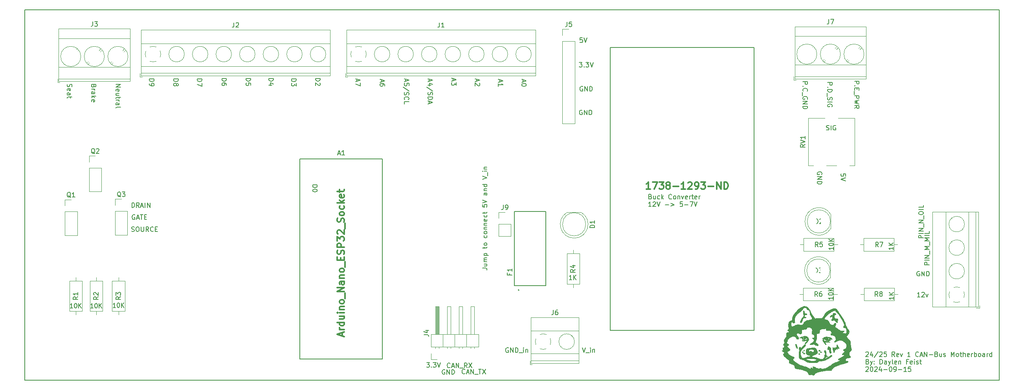
<source format=gto>
%TF.GenerationSoftware,KiCad,Pcbnew,7.0.8*%
%TF.CreationDate,2024-09-15T13:04:07-06:00*%
%TF.ProjectId,CANBOARD_REV1,43414e42-4f41-4524-945f-524556312e6b,rev?*%
%TF.SameCoordinates,Original*%
%TF.FileFunction,Legend,Top*%
%TF.FilePolarity,Positive*%
%FSLAX46Y46*%
G04 Gerber Fmt 4.6, Leading zero omitted, Abs format (unit mm)*
G04 Created by KiCad (PCBNEW 7.0.8) date 2024-09-15 13:04:07*
%MOMM*%
%LPD*%
G01*
G04 APERTURE LIST*
%ADD10C,0.150000*%
%ADD11C,0.300000*%
%ADD12C,0.120000*%
%ADD13C,0.127000*%
%ADD14C,0.200000*%
%ADD15C,0.010000*%
%ADD16C,1.600000*%
%ADD17O,1.600000X1.600000*%
%ADD18R,2.600000X2.600000*%
%ADD19C,2.600000*%
%ADD20C,1.800000*%
%ADD21C,1.727200*%
%ADD22R,1.727200X1.727200*%
%ADD23R,1.700000X1.700000*%
%ADD24O,1.700000X1.700000*%
%ADD25C,2.400000*%
%ADD26R,1.800000X1.800000*%
%ADD27C,2.340000*%
G04 APERTURE END LIST*
D10*
X17000000Y-17000000D02*
X227000000Y-17000000D01*
X227000000Y-97000000D01*
X17000000Y-97000000D01*
X17000000Y-17000000D01*
X143168000Y-25173000D02*
X174168000Y-25173000D01*
X174168000Y-86173000D01*
X143168000Y-86173000D01*
X143168000Y-25173000D01*
X64670180Y-31839779D02*
X65670180Y-31839779D01*
X65670180Y-31839779D02*
X65670180Y-32077874D01*
X65670180Y-32077874D02*
X65622561Y-32220731D01*
X65622561Y-32220731D02*
X65527323Y-32315969D01*
X65527323Y-32315969D02*
X65432085Y-32363588D01*
X65432085Y-32363588D02*
X65241609Y-32411207D01*
X65241609Y-32411207D02*
X65098752Y-32411207D01*
X65098752Y-32411207D02*
X64908276Y-32363588D01*
X64908276Y-32363588D02*
X64813038Y-32315969D01*
X64813038Y-32315969D02*
X64717800Y-32220731D01*
X64717800Y-32220731D02*
X64670180Y-32077874D01*
X64670180Y-32077874D02*
X64670180Y-31839779D01*
X65670180Y-33315969D02*
X65670180Y-32839779D01*
X65670180Y-32839779D02*
X65193990Y-32792160D01*
X65193990Y-32792160D02*
X65241609Y-32839779D01*
X65241609Y-32839779D02*
X65289228Y-32935017D01*
X65289228Y-32935017D02*
X65289228Y-33173112D01*
X65289228Y-33173112D02*
X65241609Y-33268350D01*
X65241609Y-33268350D02*
X65193990Y-33315969D01*
X65193990Y-33315969D02*
X65098752Y-33363588D01*
X65098752Y-33363588D02*
X64860657Y-33363588D01*
X64860657Y-33363588D02*
X64765419Y-33315969D01*
X64765419Y-33315969D02*
X64717800Y-33268350D01*
X64717800Y-33268350D02*
X64670180Y-33173112D01*
X64670180Y-33173112D02*
X64670180Y-32935017D01*
X64670180Y-32935017D02*
X64717800Y-32839779D01*
X64717800Y-32839779D02*
X64765419Y-32792160D01*
X198229160Y-90948057D02*
X198276779Y-90900438D01*
X198276779Y-90900438D02*
X198372017Y-90852819D01*
X198372017Y-90852819D02*
X198610112Y-90852819D01*
X198610112Y-90852819D02*
X198705350Y-90900438D01*
X198705350Y-90900438D02*
X198752969Y-90948057D01*
X198752969Y-90948057D02*
X198800588Y-91043295D01*
X198800588Y-91043295D02*
X198800588Y-91138533D01*
X198800588Y-91138533D02*
X198752969Y-91281390D01*
X198752969Y-91281390D02*
X198181541Y-91852819D01*
X198181541Y-91852819D02*
X198800588Y-91852819D01*
X199657731Y-91186152D02*
X199657731Y-91852819D01*
X199419636Y-90805200D02*
X199181541Y-91519485D01*
X199181541Y-91519485D02*
X199800588Y-91519485D01*
X200895826Y-90805200D02*
X200038684Y-92090914D01*
X201181541Y-90948057D02*
X201229160Y-90900438D01*
X201229160Y-90900438D02*
X201324398Y-90852819D01*
X201324398Y-90852819D02*
X201562493Y-90852819D01*
X201562493Y-90852819D02*
X201657731Y-90900438D01*
X201657731Y-90900438D02*
X201705350Y-90948057D01*
X201705350Y-90948057D02*
X201752969Y-91043295D01*
X201752969Y-91043295D02*
X201752969Y-91138533D01*
X201752969Y-91138533D02*
X201705350Y-91281390D01*
X201705350Y-91281390D02*
X201133922Y-91852819D01*
X201133922Y-91852819D02*
X201752969Y-91852819D01*
X202657731Y-90852819D02*
X202181541Y-90852819D01*
X202181541Y-90852819D02*
X202133922Y-91329009D01*
X202133922Y-91329009D02*
X202181541Y-91281390D01*
X202181541Y-91281390D02*
X202276779Y-91233771D01*
X202276779Y-91233771D02*
X202514874Y-91233771D01*
X202514874Y-91233771D02*
X202610112Y-91281390D01*
X202610112Y-91281390D02*
X202657731Y-91329009D01*
X202657731Y-91329009D02*
X202705350Y-91424247D01*
X202705350Y-91424247D02*
X202705350Y-91662342D01*
X202705350Y-91662342D02*
X202657731Y-91757580D01*
X202657731Y-91757580D02*
X202610112Y-91805200D01*
X202610112Y-91805200D02*
X202514874Y-91852819D01*
X202514874Y-91852819D02*
X202276779Y-91852819D01*
X202276779Y-91852819D02*
X202181541Y-91805200D01*
X202181541Y-91805200D02*
X202133922Y-91757580D01*
X204467255Y-91852819D02*
X204133922Y-91376628D01*
X203895827Y-91852819D02*
X203895827Y-90852819D01*
X203895827Y-90852819D02*
X204276779Y-90852819D01*
X204276779Y-90852819D02*
X204372017Y-90900438D01*
X204372017Y-90900438D02*
X204419636Y-90948057D01*
X204419636Y-90948057D02*
X204467255Y-91043295D01*
X204467255Y-91043295D02*
X204467255Y-91186152D01*
X204467255Y-91186152D02*
X204419636Y-91281390D01*
X204419636Y-91281390D02*
X204372017Y-91329009D01*
X204372017Y-91329009D02*
X204276779Y-91376628D01*
X204276779Y-91376628D02*
X203895827Y-91376628D01*
X205276779Y-91805200D02*
X205181541Y-91852819D01*
X205181541Y-91852819D02*
X204991065Y-91852819D01*
X204991065Y-91852819D02*
X204895827Y-91805200D01*
X204895827Y-91805200D02*
X204848208Y-91709961D01*
X204848208Y-91709961D02*
X204848208Y-91329009D01*
X204848208Y-91329009D02*
X204895827Y-91233771D01*
X204895827Y-91233771D02*
X204991065Y-91186152D01*
X204991065Y-91186152D02*
X205181541Y-91186152D01*
X205181541Y-91186152D02*
X205276779Y-91233771D01*
X205276779Y-91233771D02*
X205324398Y-91329009D01*
X205324398Y-91329009D02*
X205324398Y-91424247D01*
X205324398Y-91424247D02*
X204848208Y-91519485D01*
X205657732Y-91186152D02*
X205895827Y-91852819D01*
X205895827Y-91852819D02*
X206133922Y-91186152D01*
X207800589Y-91852819D02*
X207229161Y-91852819D01*
X207514875Y-91852819D02*
X207514875Y-90852819D01*
X207514875Y-90852819D02*
X207419637Y-90995676D01*
X207419637Y-90995676D02*
X207324399Y-91090914D01*
X207324399Y-91090914D02*
X207229161Y-91138533D01*
X209562494Y-91757580D02*
X209514875Y-91805200D01*
X209514875Y-91805200D02*
X209372018Y-91852819D01*
X209372018Y-91852819D02*
X209276780Y-91852819D01*
X209276780Y-91852819D02*
X209133923Y-91805200D01*
X209133923Y-91805200D02*
X209038685Y-91709961D01*
X209038685Y-91709961D02*
X208991066Y-91614723D01*
X208991066Y-91614723D02*
X208943447Y-91424247D01*
X208943447Y-91424247D02*
X208943447Y-91281390D01*
X208943447Y-91281390D02*
X208991066Y-91090914D01*
X208991066Y-91090914D02*
X209038685Y-90995676D01*
X209038685Y-90995676D02*
X209133923Y-90900438D01*
X209133923Y-90900438D02*
X209276780Y-90852819D01*
X209276780Y-90852819D02*
X209372018Y-90852819D01*
X209372018Y-90852819D02*
X209514875Y-90900438D01*
X209514875Y-90900438D02*
X209562494Y-90948057D01*
X209943447Y-91567104D02*
X210419637Y-91567104D01*
X209848209Y-91852819D02*
X210181542Y-90852819D01*
X210181542Y-90852819D02*
X210514875Y-91852819D01*
X210848209Y-91852819D02*
X210848209Y-90852819D01*
X210848209Y-90852819D02*
X211419637Y-91852819D01*
X211419637Y-91852819D02*
X211419637Y-90852819D01*
X211895828Y-91471866D02*
X212657733Y-91471866D01*
X213467256Y-91329009D02*
X213610113Y-91376628D01*
X213610113Y-91376628D02*
X213657732Y-91424247D01*
X213657732Y-91424247D02*
X213705351Y-91519485D01*
X213705351Y-91519485D02*
X213705351Y-91662342D01*
X213705351Y-91662342D02*
X213657732Y-91757580D01*
X213657732Y-91757580D02*
X213610113Y-91805200D01*
X213610113Y-91805200D02*
X213514875Y-91852819D01*
X213514875Y-91852819D02*
X213133923Y-91852819D01*
X213133923Y-91852819D02*
X213133923Y-90852819D01*
X213133923Y-90852819D02*
X213467256Y-90852819D01*
X213467256Y-90852819D02*
X213562494Y-90900438D01*
X213562494Y-90900438D02*
X213610113Y-90948057D01*
X213610113Y-90948057D02*
X213657732Y-91043295D01*
X213657732Y-91043295D02*
X213657732Y-91138533D01*
X213657732Y-91138533D02*
X213610113Y-91233771D01*
X213610113Y-91233771D02*
X213562494Y-91281390D01*
X213562494Y-91281390D02*
X213467256Y-91329009D01*
X213467256Y-91329009D02*
X213133923Y-91329009D01*
X214562494Y-91186152D02*
X214562494Y-91852819D01*
X214133923Y-91186152D02*
X214133923Y-91709961D01*
X214133923Y-91709961D02*
X214181542Y-91805200D01*
X214181542Y-91805200D02*
X214276780Y-91852819D01*
X214276780Y-91852819D02*
X214419637Y-91852819D01*
X214419637Y-91852819D02*
X214514875Y-91805200D01*
X214514875Y-91805200D02*
X214562494Y-91757580D01*
X214991066Y-91805200D02*
X215086304Y-91852819D01*
X215086304Y-91852819D02*
X215276780Y-91852819D01*
X215276780Y-91852819D02*
X215372018Y-91805200D01*
X215372018Y-91805200D02*
X215419637Y-91709961D01*
X215419637Y-91709961D02*
X215419637Y-91662342D01*
X215419637Y-91662342D02*
X215372018Y-91567104D01*
X215372018Y-91567104D02*
X215276780Y-91519485D01*
X215276780Y-91519485D02*
X215133923Y-91519485D01*
X215133923Y-91519485D02*
X215038685Y-91471866D01*
X215038685Y-91471866D02*
X214991066Y-91376628D01*
X214991066Y-91376628D02*
X214991066Y-91329009D01*
X214991066Y-91329009D02*
X215038685Y-91233771D01*
X215038685Y-91233771D02*
X215133923Y-91186152D01*
X215133923Y-91186152D02*
X215276780Y-91186152D01*
X215276780Y-91186152D02*
X215372018Y-91233771D01*
X216610114Y-91852819D02*
X216610114Y-90852819D01*
X216610114Y-90852819D02*
X216943447Y-91567104D01*
X216943447Y-91567104D02*
X217276780Y-90852819D01*
X217276780Y-90852819D02*
X217276780Y-91852819D01*
X217895828Y-91852819D02*
X217800590Y-91805200D01*
X217800590Y-91805200D02*
X217752971Y-91757580D01*
X217752971Y-91757580D02*
X217705352Y-91662342D01*
X217705352Y-91662342D02*
X217705352Y-91376628D01*
X217705352Y-91376628D02*
X217752971Y-91281390D01*
X217752971Y-91281390D02*
X217800590Y-91233771D01*
X217800590Y-91233771D02*
X217895828Y-91186152D01*
X217895828Y-91186152D02*
X218038685Y-91186152D01*
X218038685Y-91186152D02*
X218133923Y-91233771D01*
X218133923Y-91233771D02*
X218181542Y-91281390D01*
X218181542Y-91281390D02*
X218229161Y-91376628D01*
X218229161Y-91376628D02*
X218229161Y-91662342D01*
X218229161Y-91662342D02*
X218181542Y-91757580D01*
X218181542Y-91757580D02*
X218133923Y-91805200D01*
X218133923Y-91805200D02*
X218038685Y-91852819D01*
X218038685Y-91852819D02*
X217895828Y-91852819D01*
X218514876Y-91186152D02*
X218895828Y-91186152D01*
X218657733Y-90852819D02*
X218657733Y-91709961D01*
X218657733Y-91709961D02*
X218705352Y-91805200D01*
X218705352Y-91805200D02*
X218800590Y-91852819D01*
X218800590Y-91852819D02*
X218895828Y-91852819D01*
X219229162Y-91852819D02*
X219229162Y-90852819D01*
X219657733Y-91852819D02*
X219657733Y-91329009D01*
X219657733Y-91329009D02*
X219610114Y-91233771D01*
X219610114Y-91233771D02*
X219514876Y-91186152D01*
X219514876Y-91186152D02*
X219372019Y-91186152D01*
X219372019Y-91186152D02*
X219276781Y-91233771D01*
X219276781Y-91233771D02*
X219229162Y-91281390D01*
X220514876Y-91805200D02*
X220419638Y-91852819D01*
X220419638Y-91852819D02*
X220229162Y-91852819D01*
X220229162Y-91852819D02*
X220133924Y-91805200D01*
X220133924Y-91805200D02*
X220086305Y-91709961D01*
X220086305Y-91709961D02*
X220086305Y-91329009D01*
X220086305Y-91329009D02*
X220133924Y-91233771D01*
X220133924Y-91233771D02*
X220229162Y-91186152D01*
X220229162Y-91186152D02*
X220419638Y-91186152D01*
X220419638Y-91186152D02*
X220514876Y-91233771D01*
X220514876Y-91233771D02*
X220562495Y-91329009D01*
X220562495Y-91329009D02*
X220562495Y-91424247D01*
X220562495Y-91424247D02*
X220086305Y-91519485D01*
X220991067Y-91852819D02*
X220991067Y-91186152D01*
X220991067Y-91376628D02*
X221038686Y-91281390D01*
X221038686Y-91281390D02*
X221086305Y-91233771D01*
X221086305Y-91233771D02*
X221181543Y-91186152D01*
X221181543Y-91186152D02*
X221276781Y-91186152D01*
X221610115Y-91852819D02*
X221610115Y-90852819D01*
X221610115Y-91233771D02*
X221705353Y-91186152D01*
X221705353Y-91186152D02*
X221895829Y-91186152D01*
X221895829Y-91186152D02*
X221991067Y-91233771D01*
X221991067Y-91233771D02*
X222038686Y-91281390D01*
X222038686Y-91281390D02*
X222086305Y-91376628D01*
X222086305Y-91376628D02*
X222086305Y-91662342D01*
X222086305Y-91662342D02*
X222038686Y-91757580D01*
X222038686Y-91757580D02*
X221991067Y-91805200D01*
X221991067Y-91805200D02*
X221895829Y-91852819D01*
X221895829Y-91852819D02*
X221705353Y-91852819D01*
X221705353Y-91852819D02*
X221610115Y-91805200D01*
X222657734Y-91852819D02*
X222562496Y-91805200D01*
X222562496Y-91805200D02*
X222514877Y-91757580D01*
X222514877Y-91757580D02*
X222467258Y-91662342D01*
X222467258Y-91662342D02*
X222467258Y-91376628D01*
X222467258Y-91376628D02*
X222514877Y-91281390D01*
X222514877Y-91281390D02*
X222562496Y-91233771D01*
X222562496Y-91233771D02*
X222657734Y-91186152D01*
X222657734Y-91186152D02*
X222800591Y-91186152D01*
X222800591Y-91186152D02*
X222895829Y-91233771D01*
X222895829Y-91233771D02*
X222943448Y-91281390D01*
X222943448Y-91281390D02*
X222991067Y-91376628D01*
X222991067Y-91376628D02*
X222991067Y-91662342D01*
X222991067Y-91662342D02*
X222943448Y-91757580D01*
X222943448Y-91757580D02*
X222895829Y-91805200D01*
X222895829Y-91805200D02*
X222800591Y-91852819D01*
X222800591Y-91852819D02*
X222657734Y-91852819D01*
X223848210Y-91852819D02*
X223848210Y-91329009D01*
X223848210Y-91329009D02*
X223800591Y-91233771D01*
X223800591Y-91233771D02*
X223705353Y-91186152D01*
X223705353Y-91186152D02*
X223514877Y-91186152D01*
X223514877Y-91186152D02*
X223419639Y-91233771D01*
X223848210Y-91805200D02*
X223752972Y-91852819D01*
X223752972Y-91852819D02*
X223514877Y-91852819D01*
X223514877Y-91852819D02*
X223419639Y-91805200D01*
X223419639Y-91805200D02*
X223372020Y-91709961D01*
X223372020Y-91709961D02*
X223372020Y-91614723D01*
X223372020Y-91614723D02*
X223419639Y-91519485D01*
X223419639Y-91519485D02*
X223514877Y-91471866D01*
X223514877Y-91471866D02*
X223752972Y-91471866D01*
X223752972Y-91471866D02*
X223848210Y-91424247D01*
X224324401Y-91852819D02*
X224324401Y-91186152D01*
X224324401Y-91376628D02*
X224372020Y-91281390D01*
X224372020Y-91281390D02*
X224419639Y-91233771D01*
X224419639Y-91233771D02*
X224514877Y-91186152D01*
X224514877Y-91186152D02*
X224610115Y-91186152D01*
X225372020Y-91852819D02*
X225372020Y-90852819D01*
X225372020Y-91805200D02*
X225276782Y-91852819D01*
X225276782Y-91852819D02*
X225086306Y-91852819D01*
X225086306Y-91852819D02*
X224991068Y-91805200D01*
X224991068Y-91805200D02*
X224943449Y-91757580D01*
X224943449Y-91757580D02*
X224895830Y-91662342D01*
X224895830Y-91662342D02*
X224895830Y-91376628D01*
X224895830Y-91376628D02*
X224943449Y-91281390D01*
X224943449Y-91281390D02*
X224991068Y-91233771D01*
X224991068Y-91233771D02*
X225086306Y-91186152D01*
X225086306Y-91186152D02*
X225276782Y-91186152D01*
X225276782Y-91186152D02*
X225372020Y-91233771D01*
X198610112Y-92939009D02*
X198752969Y-92986628D01*
X198752969Y-92986628D02*
X198800588Y-93034247D01*
X198800588Y-93034247D02*
X198848207Y-93129485D01*
X198848207Y-93129485D02*
X198848207Y-93272342D01*
X198848207Y-93272342D02*
X198800588Y-93367580D01*
X198800588Y-93367580D02*
X198752969Y-93415200D01*
X198752969Y-93415200D02*
X198657731Y-93462819D01*
X198657731Y-93462819D02*
X198276779Y-93462819D01*
X198276779Y-93462819D02*
X198276779Y-92462819D01*
X198276779Y-92462819D02*
X198610112Y-92462819D01*
X198610112Y-92462819D02*
X198705350Y-92510438D01*
X198705350Y-92510438D02*
X198752969Y-92558057D01*
X198752969Y-92558057D02*
X198800588Y-92653295D01*
X198800588Y-92653295D02*
X198800588Y-92748533D01*
X198800588Y-92748533D02*
X198752969Y-92843771D01*
X198752969Y-92843771D02*
X198705350Y-92891390D01*
X198705350Y-92891390D02*
X198610112Y-92939009D01*
X198610112Y-92939009D02*
X198276779Y-92939009D01*
X199181541Y-92796152D02*
X199419636Y-93462819D01*
X199657731Y-92796152D02*
X199419636Y-93462819D01*
X199419636Y-93462819D02*
X199324398Y-93700914D01*
X199324398Y-93700914D02*
X199276779Y-93748533D01*
X199276779Y-93748533D02*
X199181541Y-93796152D01*
X200038684Y-93367580D02*
X200086303Y-93415200D01*
X200086303Y-93415200D02*
X200038684Y-93462819D01*
X200038684Y-93462819D02*
X199991065Y-93415200D01*
X199991065Y-93415200D02*
X200038684Y-93367580D01*
X200038684Y-93367580D02*
X200038684Y-93462819D01*
X200038684Y-92843771D02*
X200086303Y-92891390D01*
X200086303Y-92891390D02*
X200038684Y-92939009D01*
X200038684Y-92939009D02*
X199991065Y-92891390D01*
X199991065Y-92891390D02*
X200038684Y-92843771D01*
X200038684Y-92843771D02*
X200038684Y-92939009D01*
X201276779Y-93462819D02*
X201276779Y-92462819D01*
X201276779Y-92462819D02*
X201514874Y-92462819D01*
X201514874Y-92462819D02*
X201657731Y-92510438D01*
X201657731Y-92510438D02*
X201752969Y-92605676D01*
X201752969Y-92605676D02*
X201800588Y-92700914D01*
X201800588Y-92700914D02*
X201848207Y-92891390D01*
X201848207Y-92891390D02*
X201848207Y-93034247D01*
X201848207Y-93034247D02*
X201800588Y-93224723D01*
X201800588Y-93224723D02*
X201752969Y-93319961D01*
X201752969Y-93319961D02*
X201657731Y-93415200D01*
X201657731Y-93415200D02*
X201514874Y-93462819D01*
X201514874Y-93462819D02*
X201276779Y-93462819D01*
X202705350Y-93462819D02*
X202705350Y-92939009D01*
X202705350Y-92939009D02*
X202657731Y-92843771D01*
X202657731Y-92843771D02*
X202562493Y-92796152D01*
X202562493Y-92796152D02*
X202372017Y-92796152D01*
X202372017Y-92796152D02*
X202276779Y-92843771D01*
X202705350Y-93415200D02*
X202610112Y-93462819D01*
X202610112Y-93462819D02*
X202372017Y-93462819D01*
X202372017Y-93462819D02*
X202276779Y-93415200D01*
X202276779Y-93415200D02*
X202229160Y-93319961D01*
X202229160Y-93319961D02*
X202229160Y-93224723D01*
X202229160Y-93224723D02*
X202276779Y-93129485D01*
X202276779Y-93129485D02*
X202372017Y-93081866D01*
X202372017Y-93081866D02*
X202610112Y-93081866D01*
X202610112Y-93081866D02*
X202705350Y-93034247D01*
X203086303Y-92796152D02*
X203324398Y-93462819D01*
X203562493Y-92796152D02*
X203324398Y-93462819D01*
X203324398Y-93462819D02*
X203229160Y-93700914D01*
X203229160Y-93700914D02*
X203181541Y-93748533D01*
X203181541Y-93748533D02*
X203086303Y-93796152D01*
X204086303Y-93462819D02*
X203991065Y-93415200D01*
X203991065Y-93415200D02*
X203943446Y-93319961D01*
X203943446Y-93319961D02*
X203943446Y-92462819D01*
X204848208Y-93415200D02*
X204752970Y-93462819D01*
X204752970Y-93462819D02*
X204562494Y-93462819D01*
X204562494Y-93462819D02*
X204467256Y-93415200D01*
X204467256Y-93415200D02*
X204419637Y-93319961D01*
X204419637Y-93319961D02*
X204419637Y-92939009D01*
X204419637Y-92939009D02*
X204467256Y-92843771D01*
X204467256Y-92843771D02*
X204562494Y-92796152D01*
X204562494Y-92796152D02*
X204752970Y-92796152D01*
X204752970Y-92796152D02*
X204848208Y-92843771D01*
X204848208Y-92843771D02*
X204895827Y-92939009D01*
X204895827Y-92939009D02*
X204895827Y-93034247D01*
X204895827Y-93034247D02*
X204419637Y-93129485D01*
X205324399Y-92796152D02*
X205324399Y-93462819D01*
X205324399Y-92891390D02*
X205372018Y-92843771D01*
X205372018Y-92843771D02*
X205467256Y-92796152D01*
X205467256Y-92796152D02*
X205610113Y-92796152D01*
X205610113Y-92796152D02*
X205705351Y-92843771D01*
X205705351Y-92843771D02*
X205752970Y-92939009D01*
X205752970Y-92939009D02*
X205752970Y-93462819D01*
X207324399Y-92939009D02*
X206991066Y-92939009D01*
X206991066Y-93462819D02*
X206991066Y-92462819D01*
X206991066Y-92462819D02*
X207467256Y-92462819D01*
X208229161Y-93415200D02*
X208133923Y-93462819D01*
X208133923Y-93462819D02*
X207943447Y-93462819D01*
X207943447Y-93462819D02*
X207848209Y-93415200D01*
X207848209Y-93415200D02*
X207800590Y-93319961D01*
X207800590Y-93319961D02*
X207800590Y-92939009D01*
X207800590Y-92939009D02*
X207848209Y-92843771D01*
X207848209Y-92843771D02*
X207943447Y-92796152D01*
X207943447Y-92796152D02*
X208133923Y-92796152D01*
X208133923Y-92796152D02*
X208229161Y-92843771D01*
X208229161Y-92843771D02*
X208276780Y-92939009D01*
X208276780Y-92939009D02*
X208276780Y-93034247D01*
X208276780Y-93034247D02*
X207800590Y-93129485D01*
X208705352Y-93462819D02*
X208705352Y-92796152D01*
X208705352Y-92462819D02*
X208657733Y-92510438D01*
X208657733Y-92510438D02*
X208705352Y-92558057D01*
X208705352Y-92558057D02*
X208752971Y-92510438D01*
X208752971Y-92510438D02*
X208705352Y-92462819D01*
X208705352Y-92462819D02*
X208705352Y-92558057D01*
X209133923Y-93415200D02*
X209229161Y-93462819D01*
X209229161Y-93462819D02*
X209419637Y-93462819D01*
X209419637Y-93462819D02*
X209514875Y-93415200D01*
X209514875Y-93415200D02*
X209562494Y-93319961D01*
X209562494Y-93319961D02*
X209562494Y-93272342D01*
X209562494Y-93272342D02*
X209514875Y-93177104D01*
X209514875Y-93177104D02*
X209419637Y-93129485D01*
X209419637Y-93129485D02*
X209276780Y-93129485D01*
X209276780Y-93129485D02*
X209181542Y-93081866D01*
X209181542Y-93081866D02*
X209133923Y-92986628D01*
X209133923Y-92986628D02*
X209133923Y-92939009D01*
X209133923Y-92939009D02*
X209181542Y-92843771D01*
X209181542Y-92843771D02*
X209276780Y-92796152D01*
X209276780Y-92796152D02*
X209419637Y-92796152D01*
X209419637Y-92796152D02*
X209514875Y-92843771D01*
X209848209Y-92796152D02*
X210229161Y-92796152D01*
X209991066Y-92462819D02*
X209991066Y-93319961D01*
X209991066Y-93319961D02*
X210038685Y-93415200D01*
X210038685Y-93415200D02*
X210133923Y-93462819D01*
X210133923Y-93462819D02*
X210229161Y-93462819D01*
X198229160Y-94168057D02*
X198276779Y-94120438D01*
X198276779Y-94120438D02*
X198372017Y-94072819D01*
X198372017Y-94072819D02*
X198610112Y-94072819D01*
X198610112Y-94072819D02*
X198705350Y-94120438D01*
X198705350Y-94120438D02*
X198752969Y-94168057D01*
X198752969Y-94168057D02*
X198800588Y-94263295D01*
X198800588Y-94263295D02*
X198800588Y-94358533D01*
X198800588Y-94358533D02*
X198752969Y-94501390D01*
X198752969Y-94501390D02*
X198181541Y-95072819D01*
X198181541Y-95072819D02*
X198800588Y-95072819D01*
X199419636Y-94072819D02*
X199514874Y-94072819D01*
X199514874Y-94072819D02*
X199610112Y-94120438D01*
X199610112Y-94120438D02*
X199657731Y-94168057D01*
X199657731Y-94168057D02*
X199705350Y-94263295D01*
X199705350Y-94263295D02*
X199752969Y-94453771D01*
X199752969Y-94453771D02*
X199752969Y-94691866D01*
X199752969Y-94691866D02*
X199705350Y-94882342D01*
X199705350Y-94882342D02*
X199657731Y-94977580D01*
X199657731Y-94977580D02*
X199610112Y-95025200D01*
X199610112Y-95025200D02*
X199514874Y-95072819D01*
X199514874Y-95072819D02*
X199419636Y-95072819D01*
X199419636Y-95072819D02*
X199324398Y-95025200D01*
X199324398Y-95025200D02*
X199276779Y-94977580D01*
X199276779Y-94977580D02*
X199229160Y-94882342D01*
X199229160Y-94882342D02*
X199181541Y-94691866D01*
X199181541Y-94691866D02*
X199181541Y-94453771D01*
X199181541Y-94453771D02*
X199229160Y-94263295D01*
X199229160Y-94263295D02*
X199276779Y-94168057D01*
X199276779Y-94168057D02*
X199324398Y-94120438D01*
X199324398Y-94120438D02*
X199419636Y-94072819D01*
X200133922Y-94168057D02*
X200181541Y-94120438D01*
X200181541Y-94120438D02*
X200276779Y-94072819D01*
X200276779Y-94072819D02*
X200514874Y-94072819D01*
X200514874Y-94072819D02*
X200610112Y-94120438D01*
X200610112Y-94120438D02*
X200657731Y-94168057D01*
X200657731Y-94168057D02*
X200705350Y-94263295D01*
X200705350Y-94263295D02*
X200705350Y-94358533D01*
X200705350Y-94358533D02*
X200657731Y-94501390D01*
X200657731Y-94501390D02*
X200086303Y-95072819D01*
X200086303Y-95072819D02*
X200705350Y-95072819D01*
X201562493Y-94406152D02*
X201562493Y-95072819D01*
X201324398Y-94025200D02*
X201086303Y-94739485D01*
X201086303Y-94739485D02*
X201705350Y-94739485D01*
X202086303Y-94691866D02*
X202848208Y-94691866D01*
X203514874Y-94072819D02*
X203610112Y-94072819D01*
X203610112Y-94072819D02*
X203705350Y-94120438D01*
X203705350Y-94120438D02*
X203752969Y-94168057D01*
X203752969Y-94168057D02*
X203800588Y-94263295D01*
X203800588Y-94263295D02*
X203848207Y-94453771D01*
X203848207Y-94453771D02*
X203848207Y-94691866D01*
X203848207Y-94691866D02*
X203800588Y-94882342D01*
X203800588Y-94882342D02*
X203752969Y-94977580D01*
X203752969Y-94977580D02*
X203705350Y-95025200D01*
X203705350Y-95025200D02*
X203610112Y-95072819D01*
X203610112Y-95072819D02*
X203514874Y-95072819D01*
X203514874Y-95072819D02*
X203419636Y-95025200D01*
X203419636Y-95025200D02*
X203372017Y-94977580D01*
X203372017Y-94977580D02*
X203324398Y-94882342D01*
X203324398Y-94882342D02*
X203276779Y-94691866D01*
X203276779Y-94691866D02*
X203276779Y-94453771D01*
X203276779Y-94453771D02*
X203324398Y-94263295D01*
X203324398Y-94263295D02*
X203372017Y-94168057D01*
X203372017Y-94168057D02*
X203419636Y-94120438D01*
X203419636Y-94120438D02*
X203514874Y-94072819D01*
X204324398Y-95072819D02*
X204514874Y-95072819D01*
X204514874Y-95072819D02*
X204610112Y-95025200D01*
X204610112Y-95025200D02*
X204657731Y-94977580D01*
X204657731Y-94977580D02*
X204752969Y-94834723D01*
X204752969Y-94834723D02*
X204800588Y-94644247D01*
X204800588Y-94644247D02*
X204800588Y-94263295D01*
X204800588Y-94263295D02*
X204752969Y-94168057D01*
X204752969Y-94168057D02*
X204705350Y-94120438D01*
X204705350Y-94120438D02*
X204610112Y-94072819D01*
X204610112Y-94072819D02*
X204419636Y-94072819D01*
X204419636Y-94072819D02*
X204324398Y-94120438D01*
X204324398Y-94120438D02*
X204276779Y-94168057D01*
X204276779Y-94168057D02*
X204229160Y-94263295D01*
X204229160Y-94263295D02*
X204229160Y-94501390D01*
X204229160Y-94501390D02*
X204276779Y-94596628D01*
X204276779Y-94596628D02*
X204324398Y-94644247D01*
X204324398Y-94644247D02*
X204419636Y-94691866D01*
X204419636Y-94691866D02*
X204610112Y-94691866D01*
X204610112Y-94691866D02*
X204705350Y-94644247D01*
X204705350Y-94644247D02*
X204752969Y-94596628D01*
X204752969Y-94596628D02*
X204800588Y-94501390D01*
X205229160Y-94691866D02*
X205991065Y-94691866D01*
X206991064Y-95072819D02*
X206419636Y-95072819D01*
X206705350Y-95072819D02*
X206705350Y-94072819D01*
X206705350Y-94072819D02*
X206610112Y-94215676D01*
X206610112Y-94215676D02*
X206514874Y-94310914D01*
X206514874Y-94310914D02*
X206419636Y-94358533D01*
X207895826Y-94072819D02*
X207419636Y-94072819D01*
X207419636Y-94072819D02*
X207372017Y-94549009D01*
X207372017Y-94549009D02*
X207419636Y-94501390D01*
X207419636Y-94501390D02*
X207514874Y-94453771D01*
X207514874Y-94453771D02*
X207752969Y-94453771D01*
X207752969Y-94453771D02*
X207848207Y-94501390D01*
X207848207Y-94501390D02*
X207895826Y-94549009D01*
X207895826Y-94549009D02*
X207943445Y-94644247D01*
X207943445Y-94644247D02*
X207943445Y-94882342D01*
X207943445Y-94882342D02*
X207895826Y-94977580D01*
X207895826Y-94977580D02*
X207848207Y-95025200D01*
X207848207Y-95025200D02*
X207752969Y-95072819D01*
X207752969Y-95072819D02*
X207514874Y-95072819D01*
X207514874Y-95072819D02*
X207419636Y-95025200D01*
X207419636Y-95025200D02*
X207372017Y-94977580D01*
X119355895Y-32092160D02*
X119355895Y-32568350D01*
X119070180Y-31996922D02*
X120070180Y-32330255D01*
X120070180Y-32330255D02*
X119070180Y-32663588D01*
X119070180Y-33520731D02*
X119070180Y-32949303D01*
X119070180Y-33235017D02*
X120070180Y-33235017D01*
X120070180Y-33235017D02*
X119927323Y-33139779D01*
X119927323Y-33139779D02*
X119832085Y-33044541D01*
X119832085Y-33044541D02*
X119784466Y-32949303D01*
X210609819Y-66266220D02*
X209609819Y-66266220D01*
X209609819Y-66266220D02*
X209609819Y-65885268D01*
X209609819Y-65885268D02*
X209657438Y-65790030D01*
X209657438Y-65790030D02*
X209705057Y-65742411D01*
X209705057Y-65742411D02*
X209800295Y-65694792D01*
X209800295Y-65694792D02*
X209943152Y-65694792D01*
X209943152Y-65694792D02*
X210038390Y-65742411D01*
X210038390Y-65742411D02*
X210086009Y-65790030D01*
X210086009Y-65790030D02*
X210133628Y-65885268D01*
X210133628Y-65885268D02*
X210133628Y-66266220D01*
X210609819Y-65266220D02*
X209609819Y-65266220D01*
X210609819Y-64790030D02*
X209609819Y-64790030D01*
X209609819Y-64790030D02*
X210609819Y-64218602D01*
X210609819Y-64218602D02*
X209609819Y-64218602D01*
X210705057Y-63980507D02*
X210705057Y-63218602D01*
X210609819Y-62980506D02*
X209609819Y-62980506D01*
X209609819Y-62980506D02*
X210609819Y-62409078D01*
X210609819Y-62409078D02*
X209609819Y-62409078D01*
X210705057Y-62170983D02*
X210705057Y-61409078D01*
X209609819Y-60980506D02*
X209609819Y-60790030D01*
X209609819Y-60790030D02*
X209657438Y-60694792D01*
X209657438Y-60694792D02*
X209752676Y-60599554D01*
X209752676Y-60599554D02*
X209943152Y-60551935D01*
X209943152Y-60551935D02*
X210276485Y-60551935D01*
X210276485Y-60551935D02*
X210466961Y-60599554D01*
X210466961Y-60599554D02*
X210562200Y-60694792D01*
X210562200Y-60694792D02*
X210609819Y-60790030D01*
X210609819Y-60790030D02*
X210609819Y-60980506D01*
X210609819Y-60980506D02*
X210562200Y-61075744D01*
X210562200Y-61075744D02*
X210466961Y-61170982D01*
X210466961Y-61170982D02*
X210276485Y-61218601D01*
X210276485Y-61218601D02*
X209943152Y-61218601D01*
X209943152Y-61218601D02*
X209752676Y-61170982D01*
X209752676Y-61170982D02*
X209657438Y-61075744D01*
X209657438Y-61075744D02*
X209609819Y-60980506D01*
X210609819Y-60123363D02*
X209609819Y-60123363D01*
X210609819Y-59170983D02*
X210609819Y-59647173D01*
X210609819Y-59647173D02*
X209609819Y-59647173D01*
X204159819Y-68262744D02*
X204159819Y-68794173D01*
X204159819Y-68528458D02*
X203159819Y-68528458D01*
X203159819Y-68528458D02*
X203302676Y-68617030D01*
X203302676Y-68617030D02*
X203397914Y-68705601D01*
X203397914Y-68705601D02*
X203445533Y-68794173D01*
X204159819Y-67864173D02*
X203159819Y-67864173D01*
X204159819Y-67332744D02*
X203588390Y-67731316D01*
X203159819Y-67332744D02*
X203731247Y-67864173D01*
X137100588Y-38720438D02*
X137005350Y-38672819D01*
X137005350Y-38672819D02*
X136862493Y-38672819D01*
X136862493Y-38672819D02*
X136719636Y-38720438D01*
X136719636Y-38720438D02*
X136624398Y-38815676D01*
X136624398Y-38815676D02*
X136576779Y-38910914D01*
X136576779Y-38910914D02*
X136529160Y-39101390D01*
X136529160Y-39101390D02*
X136529160Y-39244247D01*
X136529160Y-39244247D02*
X136576779Y-39434723D01*
X136576779Y-39434723D02*
X136624398Y-39529961D01*
X136624398Y-39529961D02*
X136719636Y-39625200D01*
X136719636Y-39625200D02*
X136862493Y-39672819D01*
X136862493Y-39672819D02*
X136957731Y-39672819D01*
X136957731Y-39672819D02*
X137100588Y-39625200D01*
X137100588Y-39625200D02*
X137148207Y-39577580D01*
X137148207Y-39577580D02*
X137148207Y-39244247D01*
X137148207Y-39244247D02*
X136957731Y-39244247D01*
X137576779Y-39672819D02*
X137576779Y-38672819D01*
X137576779Y-38672819D02*
X138148207Y-39672819D01*
X138148207Y-39672819D02*
X138148207Y-38672819D01*
X138624398Y-39672819D02*
X138624398Y-38672819D01*
X138624398Y-38672819D02*
X138862493Y-38672819D01*
X138862493Y-38672819D02*
X139005350Y-38720438D01*
X139005350Y-38720438D02*
X139100588Y-38815676D01*
X139100588Y-38815676D02*
X139148207Y-38910914D01*
X139148207Y-38910914D02*
X139195826Y-39101390D01*
X139195826Y-39101390D02*
X139195826Y-39244247D01*
X139195826Y-39244247D02*
X139148207Y-39434723D01*
X139148207Y-39434723D02*
X139100588Y-39529961D01*
X139100588Y-39529961D02*
X139005350Y-39625200D01*
X139005350Y-39625200D02*
X138862493Y-39672819D01*
X138862493Y-39672819D02*
X138624398Y-39672819D01*
X88555895Y-31992160D02*
X88555895Y-32468350D01*
X88270180Y-31896922D02*
X89270180Y-32230255D01*
X89270180Y-32230255D02*
X88270180Y-32563588D01*
X89270180Y-32801684D02*
X89270180Y-33468350D01*
X89270180Y-33468350D02*
X88270180Y-33039779D01*
X137152969Y-23072819D02*
X136676779Y-23072819D01*
X136676779Y-23072819D02*
X136629160Y-23549009D01*
X136629160Y-23549009D02*
X136676779Y-23501390D01*
X136676779Y-23501390D02*
X136772017Y-23453771D01*
X136772017Y-23453771D02*
X137010112Y-23453771D01*
X137010112Y-23453771D02*
X137105350Y-23501390D01*
X137105350Y-23501390D02*
X137152969Y-23549009D01*
X137152969Y-23549009D02*
X137200588Y-23644247D01*
X137200588Y-23644247D02*
X137200588Y-23882342D01*
X137200588Y-23882342D02*
X137152969Y-23977580D01*
X137152969Y-23977580D02*
X137105350Y-24025200D01*
X137105350Y-24025200D02*
X137010112Y-24072819D01*
X137010112Y-24072819D02*
X136772017Y-24072819D01*
X136772017Y-24072819D02*
X136676779Y-24025200D01*
X136676779Y-24025200D02*
X136629160Y-23977580D01*
X137486303Y-23072819D02*
X137819636Y-24072819D01*
X137819636Y-24072819D02*
X138152969Y-23072819D01*
X43870180Y-31939779D02*
X44870180Y-31939779D01*
X44870180Y-31939779D02*
X44870180Y-32177874D01*
X44870180Y-32177874D02*
X44822561Y-32320731D01*
X44822561Y-32320731D02*
X44727323Y-32415969D01*
X44727323Y-32415969D02*
X44632085Y-32463588D01*
X44632085Y-32463588D02*
X44441609Y-32511207D01*
X44441609Y-32511207D02*
X44298752Y-32511207D01*
X44298752Y-32511207D02*
X44108276Y-32463588D01*
X44108276Y-32463588D02*
X44013038Y-32415969D01*
X44013038Y-32415969D02*
X43917800Y-32320731D01*
X43917800Y-32320731D02*
X43870180Y-32177874D01*
X43870180Y-32177874D02*
X43870180Y-31939779D01*
X43870180Y-32987398D02*
X43870180Y-33177874D01*
X43870180Y-33177874D02*
X43917800Y-33273112D01*
X43917800Y-33273112D02*
X43965419Y-33320731D01*
X43965419Y-33320731D02*
X44108276Y-33415969D01*
X44108276Y-33415969D02*
X44298752Y-33463588D01*
X44298752Y-33463588D02*
X44679704Y-33463588D01*
X44679704Y-33463588D02*
X44774942Y-33415969D01*
X44774942Y-33415969D02*
X44822561Y-33368350D01*
X44822561Y-33368350D02*
X44870180Y-33273112D01*
X44870180Y-33273112D02*
X44870180Y-33082636D01*
X44870180Y-33082636D02*
X44822561Y-32987398D01*
X44822561Y-32987398D02*
X44774942Y-32939779D01*
X44774942Y-32939779D02*
X44679704Y-32892160D01*
X44679704Y-32892160D02*
X44441609Y-32892160D01*
X44441609Y-32892160D02*
X44346371Y-32939779D01*
X44346371Y-32939779D02*
X44298752Y-32987398D01*
X44298752Y-32987398D02*
X44251133Y-33082636D01*
X44251133Y-33082636D02*
X44251133Y-33273112D01*
X44251133Y-33273112D02*
X44298752Y-33368350D01*
X44298752Y-33368350D02*
X44346371Y-33415969D01*
X44346371Y-33415969D02*
X44441609Y-33463588D01*
X69570180Y-31839779D02*
X70570180Y-31839779D01*
X70570180Y-31839779D02*
X70570180Y-32077874D01*
X70570180Y-32077874D02*
X70522561Y-32220731D01*
X70522561Y-32220731D02*
X70427323Y-32315969D01*
X70427323Y-32315969D02*
X70332085Y-32363588D01*
X70332085Y-32363588D02*
X70141609Y-32411207D01*
X70141609Y-32411207D02*
X69998752Y-32411207D01*
X69998752Y-32411207D02*
X69808276Y-32363588D01*
X69808276Y-32363588D02*
X69713038Y-32315969D01*
X69713038Y-32315969D02*
X69617800Y-32220731D01*
X69617800Y-32220731D02*
X69570180Y-32077874D01*
X69570180Y-32077874D02*
X69570180Y-31839779D01*
X70236847Y-33268350D02*
X69570180Y-33268350D01*
X70617800Y-33030255D02*
X69903514Y-32792160D01*
X69903514Y-32792160D02*
X69903514Y-33411207D01*
X27347255Y-81372819D02*
X26815826Y-81372819D01*
X27081541Y-81372819D02*
X27081541Y-80372819D01*
X27081541Y-80372819D02*
X26992969Y-80515676D01*
X26992969Y-80515676D02*
X26904398Y-80610914D01*
X26904398Y-80610914D02*
X26815826Y-80658533D01*
X27922969Y-80372819D02*
X28011540Y-80372819D01*
X28011540Y-80372819D02*
X28100112Y-80420438D01*
X28100112Y-80420438D02*
X28144398Y-80468057D01*
X28144398Y-80468057D02*
X28188683Y-80563295D01*
X28188683Y-80563295D02*
X28232969Y-80753771D01*
X28232969Y-80753771D02*
X28232969Y-80991866D01*
X28232969Y-80991866D02*
X28188683Y-81182342D01*
X28188683Y-81182342D02*
X28144398Y-81277580D01*
X28144398Y-81277580D02*
X28100112Y-81325200D01*
X28100112Y-81325200D02*
X28011540Y-81372819D01*
X28011540Y-81372819D02*
X27922969Y-81372819D01*
X27922969Y-81372819D02*
X27834398Y-81325200D01*
X27834398Y-81325200D02*
X27790112Y-81277580D01*
X27790112Y-81277580D02*
X27745826Y-81182342D01*
X27745826Y-81182342D02*
X27701540Y-80991866D01*
X27701540Y-80991866D02*
X27701540Y-80753771D01*
X27701540Y-80753771D02*
X27745826Y-80563295D01*
X27745826Y-80563295D02*
X27790112Y-80468057D01*
X27790112Y-80468057D02*
X27834398Y-80420438D01*
X27834398Y-80420438D02*
X27922969Y-80372819D01*
X28631540Y-81372819D02*
X28631540Y-80372819D01*
X29162969Y-81372819D02*
X28764397Y-80801390D01*
X29162969Y-80372819D02*
X28631540Y-80944247D01*
X99055895Y-31992160D02*
X99055895Y-32468350D01*
X98770180Y-31896922D02*
X99770180Y-32230255D01*
X99770180Y-32230255D02*
X98770180Y-32563588D01*
X99770180Y-33373112D02*
X99770180Y-32896922D01*
X99770180Y-32896922D02*
X99293990Y-32849303D01*
X99293990Y-32849303D02*
X99341609Y-32896922D01*
X99341609Y-32896922D02*
X99389228Y-32992160D01*
X99389228Y-32992160D02*
X99389228Y-33230255D01*
X99389228Y-33230255D02*
X99341609Y-33325493D01*
X99341609Y-33325493D02*
X99293990Y-33373112D01*
X99293990Y-33373112D02*
X99198752Y-33420731D01*
X99198752Y-33420731D02*
X98960657Y-33420731D01*
X98960657Y-33420731D02*
X98865419Y-33373112D01*
X98865419Y-33373112D02*
X98817800Y-33325493D01*
X98817800Y-33325493D02*
X98770180Y-33230255D01*
X98770180Y-33230255D02*
X98770180Y-32992160D01*
X98770180Y-32992160D02*
X98817800Y-32896922D01*
X98817800Y-32896922D02*
X98865419Y-32849303D01*
X99817800Y-34563588D02*
X98532085Y-33706446D01*
X98817800Y-34849303D02*
X98770180Y-34992160D01*
X98770180Y-34992160D02*
X98770180Y-35230255D01*
X98770180Y-35230255D02*
X98817800Y-35325493D01*
X98817800Y-35325493D02*
X98865419Y-35373112D01*
X98865419Y-35373112D02*
X98960657Y-35420731D01*
X98960657Y-35420731D02*
X99055895Y-35420731D01*
X99055895Y-35420731D02*
X99151133Y-35373112D01*
X99151133Y-35373112D02*
X99198752Y-35325493D01*
X99198752Y-35325493D02*
X99246371Y-35230255D01*
X99246371Y-35230255D02*
X99293990Y-35039779D01*
X99293990Y-35039779D02*
X99341609Y-34944541D01*
X99341609Y-34944541D02*
X99389228Y-34896922D01*
X99389228Y-34896922D02*
X99484466Y-34849303D01*
X99484466Y-34849303D02*
X99579704Y-34849303D01*
X99579704Y-34849303D02*
X99674942Y-34896922D01*
X99674942Y-34896922D02*
X99722561Y-34944541D01*
X99722561Y-34944541D02*
X99770180Y-35039779D01*
X99770180Y-35039779D02*
X99770180Y-35277874D01*
X99770180Y-35277874D02*
X99722561Y-35420731D01*
X98865419Y-36420731D02*
X98817800Y-36373112D01*
X98817800Y-36373112D02*
X98770180Y-36230255D01*
X98770180Y-36230255D02*
X98770180Y-36135017D01*
X98770180Y-36135017D02*
X98817800Y-35992160D01*
X98817800Y-35992160D02*
X98913038Y-35896922D01*
X98913038Y-35896922D02*
X99008276Y-35849303D01*
X99008276Y-35849303D02*
X99198752Y-35801684D01*
X99198752Y-35801684D02*
X99341609Y-35801684D01*
X99341609Y-35801684D02*
X99532085Y-35849303D01*
X99532085Y-35849303D02*
X99627323Y-35896922D01*
X99627323Y-35896922D02*
X99722561Y-35992160D01*
X99722561Y-35992160D02*
X99770180Y-36135017D01*
X99770180Y-36135017D02*
X99770180Y-36230255D01*
X99770180Y-36230255D02*
X99722561Y-36373112D01*
X99722561Y-36373112D02*
X99674942Y-36420731D01*
X98770180Y-37325493D02*
X98770180Y-36849303D01*
X98770180Y-36849303D02*
X99770180Y-36849303D01*
X189980180Y-32739779D02*
X190980180Y-32739779D01*
X190980180Y-32739779D02*
X190980180Y-33120731D01*
X190980180Y-33120731D02*
X190932561Y-33215969D01*
X190932561Y-33215969D02*
X190884942Y-33263588D01*
X190884942Y-33263588D02*
X190789704Y-33311207D01*
X190789704Y-33311207D02*
X190646847Y-33311207D01*
X190646847Y-33311207D02*
X190551609Y-33263588D01*
X190551609Y-33263588D02*
X190503990Y-33215969D01*
X190503990Y-33215969D02*
X190456371Y-33120731D01*
X190456371Y-33120731D02*
X190456371Y-32739779D01*
X190075419Y-33739779D02*
X190027800Y-33787398D01*
X190027800Y-33787398D02*
X189980180Y-33739779D01*
X189980180Y-33739779D02*
X190027800Y-33692160D01*
X190027800Y-33692160D02*
X190075419Y-33739779D01*
X190075419Y-33739779D02*
X189980180Y-33739779D01*
X189980180Y-34215969D02*
X190980180Y-34215969D01*
X190980180Y-34215969D02*
X190980180Y-34454064D01*
X190980180Y-34454064D02*
X190932561Y-34596921D01*
X190932561Y-34596921D02*
X190837323Y-34692159D01*
X190837323Y-34692159D02*
X190742085Y-34739778D01*
X190742085Y-34739778D02*
X190551609Y-34787397D01*
X190551609Y-34787397D02*
X190408752Y-34787397D01*
X190408752Y-34787397D02*
X190218276Y-34739778D01*
X190218276Y-34739778D02*
X190123038Y-34692159D01*
X190123038Y-34692159D02*
X190027800Y-34596921D01*
X190027800Y-34596921D02*
X189980180Y-34454064D01*
X189980180Y-34454064D02*
X189980180Y-34215969D01*
X189884942Y-34977874D02*
X189884942Y-35739778D01*
X190027800Y-35930255D02*
X189980180Y-36073112D01*
X189980180Y-36073112D02*
X189980180Y-36311207D01*
X189980180Y-36311207D02*
X190027800Y-36406445D01*
X190027800Y-36406445D02*
X190075419Y-36454064D01*
X190075419Y-36454064D02*
X190170657Y-36501683D01*
X190170657Y-36501683D02*
X190265895Y-36501683D01*
X190265895Y-36501683D02*
X190361133Y-36454064D01*
X190361133Y-36454064D02*
X190408752Y-36406445D01*
X190408752Y-36406445D02*
X190456371Y-36311207D01*
X190456371Y-36311207D02*
X190503990Y-36120731D01*
X190503990Y-36120731D02*
X190551609Y-36025493D01*
X190551609Y-36025493D02*
X190599228Y-35977874D01*
X190599228Y-35977874D02*
X190694466Y-35930255D01*
X190694466Y-35930255D02*
X190789704Y-35930255D01*
X190789704Y-35930255D02*
X190884942Y-35977874D01*
X190884942Y-35977874D02*
X190932561Y-36025493D01*
X190932561Y-36025493D02*
X190980180Y-36120731D01*
X190980180Y-36120731D02*
X190980180Y-36358826D01*
X190980180Y-36358826D02*
X190932561Y-36501683D01*
X189980180Y-36930255D02*
X190980180Y-36930255D01*
X190932561Y-37930254D02*
X190980180Y-37835016D01*
X190980180Y-37835016D02*
X190980180Y-37692159D01*
X190980180Y-37692159D02*
X190932561Y-37549302D01*
X190932561Y-37549302D02*
X190837323Y-37454064D01*
X190837323Y-37454064D02*
X190742085Y-37406445D01*
X190742085Y-37406445D02*
X190551609Y-37358826D01*
X190551609Y-37358826D02*
X190408752Y-37358826D01*
X190408752Y-37358826D02*
X190218276Y-37406445D01*
X190218276Y-37406445D02*
X190123038Y-37454064D01*
X190123038Y-37454064D02*
X190027800Y-37549302D01*
X190027800Y-37549302D02*
X189980180Y-37692159D01*
X189980180Y-37692159D02*
X189980180Y-37787397D01*
X189980180Y-37787397D02*
X190027800Y-37930254D01*
X190027800Y-37930254D02*
X190075419Y-37977873D01*
X190075419Y-37977873D02*
X190408752Y-37977873D01*
X190408752Y-37977873D02*
X190408752Y-37787397D01*
X151810112Y-57339009D02*
X151952969Y-57386628D01*
X151952969Y-57386628D02*
X152000588Y-57434247D01*
X152000588Y-57434247D02*
X152048207Y-57529485D01*
X152048207Y-57529485D02*
X152048207Y-57672342D01*
X152048207Y-57672342D02*
X152000588Y-57767580D01*
X152000588Y-57767580D02*
X151952969Y-57815200D01*
X151952969Y-57815200D02*
X151857731Y-57862819D01*
X151857731Y-57862819D02*
X151476779Y-57862819D01*
X151476779Y-57862819D02*
X151476779Y-56862819D01*
X151476779Y-56862819D02*
X151810112Y-56862819D01*
X151810112Y-56862819D02*
X151905350Y-56910438D01*
X151905350Y-56910438D02*
X151952969Y-56958057D01*
X151952969Y-56958057D02*
X152000588Y-57053295D01*
X152000588Y-57053295D02*
X152000588Y-57148533D01*
X152000588Y-57148533D02*
X151952969Y-57243771D01*
X151952969Y-57243771D02*
X151905350Y-57291390D01*
X151905350Y-57291390D02*
X151810112Y-57339009D01*
X151810112Y-57339009D02*
X151476779Y-57339009D01*
X152905350Y-57196152D02*
X152905350Y-57862819D01*
X152476779Y-57196152D02*
X152476779Y-57719961D01*
X152476779Y-57719961D02*
X152524398Y-57815200D01*
X152524398Y-57815200D02*
X152619636Y-57862819D01*
X152619636Y-57862819D02*
X152762493Y-57862819D01*
X152762493Y-57862819D02*
X152857731Y-57815200D01*
X152857731Y-57815200D02*
X152905350Y-57767580D01*
X153810112Y-57815200D02*
X153714874Y-57862819D01*
X153714874Y-57862819D02*
X153524398Y-57862819D01*
X153524398Y-57862819D02*
X153429160Y-57815200D01*
X153429160Y-57815200D02*
X153381541Y-57767580D01*
X153381541Y-57767580D02*
X153333922Y-57672342D01*
X153333922Y-57672342D02*
X153333922Y-57386628D01*
X153333922Y-57386628D02*
X153381541Y-57291390D01*
X153381541Y-57291390D02*
X153429160Y-57243771D01*
X153429160Y-57243771D02*
X153524398Y-57196152D01*
X153524398Y-57196152D02*
X153714874Y-57196152D01*
X153714874Y-57196152D02*
X153810112Y-57243771D01*
X154238684Y-57862819D02*
X154238684Y-56862819D01*
X154333922Y-57481866D02*
X154619636Y-57862819D01*
X154619636Y-57196152D02*
X154238684Y-57577104D01*
X156381541Y-57767580D02*
X156333922Y-57815200D01*
X156333922Y-57815200D02*
X156191065Y-57862819D01*
X156191065Y-57862819D02*
X156095827Y-57862819D01*
X156095827Y-57862819D02*
X155952970Y-57815200D01*
X155952970Y-57815200D02*
X155857732Y-57719961D01*
X155857732Y-57719961D02*
X155810113Y-57624723D01*
X155810113Y-57624723D02*
X155762494Y-57434247D01*
X155762494Y-57434247D02*
X155762494Y-57291390D01*
X155762494Y-57291390D02*
X155810113Y-57100914D01*
X155810113Y-57100914D02*
X155857732Y-57005676D01*
X155857732Y-57005676D02*
X155952970Y-56910438D01*
X155952970Y-56910438D02*
X156095827Y-56862819D01*
X156095827Y-56862819D02*
X156191065Y-56862819D01*
X156191065Y-56862819D02*
X156333922Y-56910438D01*
X156333922Y-56910438D02*
X156381541Y-56958057D01*
X156952970Y-57862819D02*
X156857732Y-57815200D01*
X156857732Y-57815200D02*
X156810113Y-57767580D01*
X156810113Y-57767580D02*
X156762494Y-57672342D01*
X156762494Y-57672342D02*
X156762494Y-57386628D01*
X156762494Y-57386628D02*
X156810113Y-57291390D01*
X156810113Y-57291390D02*
X156857732Y-57243771D01*
X156857732Y-57243771D02*
X156952970Y-57196152D01*
X156952970Y-57196152D02*
X157095827Y-57196152D01*
X157095827Y-57196152D02*
X157191065Y-57243771D01*
X157191065Y-57243771D02*
X157238684Y-57291390D01*
X157238684Y-57291390D02*
X157286303Y-57386628D01*
X157286303Y-57386628D02*
X157286303Y-57672342D01*
X157286303Y-57672342D02*
X157238684Y-57767580D01*
X157238684Y-57767580D02*
X157191065Y-57815200D01*
X157191065Y-57815200D02*
X157095827Y-57862819D01*
X157095827Y-57862819D02*
X156952970Y-57862819D01*
X157714875Y-57196152D02*
X157714875Y-57862819D01*
X157714875Y-57291390D02*
X157762494Y-57243771D01*
X157762494Y-57243771D02*
X157857732Y-57196152D01*
X157857732Y-57196152D02*
X158000589Y-57196152D01*
X158000589Y-57196152D02*
X158095827Y-57243771D01*
X158095827Y-57243771D02*
X158143446Y-57339009D01*
X158143446Y-57339009D02*
X158143446Y-57862819D01*
X158524399Y-57196152D02*
X158762494Y-57862819D01*
X158762494Y-57862819D02*
X159000589Y-57196152D01*
X159762494Y-57815200D02*
X159667256Y-57862819D01*
X159667256Y-57862819D02*
X159476780Y-57862819D01*
X159476780Y-57862819D02*
X159381542Y-57815200D01*
X159381542Y-57815200D02*
X159333923Y-57719961D01*
X159333923Y-57719961D02*
X159333923Y-57339009D01*
X159333923Y-57339009D02*
X159381542Y-57243771D01*
X159381542Y-57243771D02*
X159476780Y-57196152D01*
X159476780Y-57196152D02*
X159667256Y-57196152D01*
X159667256Y-57196152D02*
X159762494Y-57243771D01*
X159762494Y-57243771D02*
X159810113Y-57339009D01*
X159810113Y-57339009D02*
X159810113Y-57434247D01*
X159810113Y-57434247D02*
X159333923Y-57529485D01*
X160238685Y-57862819D02*
X160238685Y-57196152D01*
X160238685Y-57386628D02*
X160286304Y-57291390D01*
X160286304Y-57291390D02*
X160333923Y-57243771D01*
X160333923Y-57243771D02*
X160429161Y-57196152D01*
X160429161Y-57196152D02*
X160524399Y-57196152D01*
X160714876Y-57196152D02*
X161095828Y-57196152D01*
X160857733Y-56862819D02*
X160857733Y-57719961D01*
X160857733Y-57719961D02*
X160905352Y-57815200D01*
X160905352Y-57815200D02*
X161000590Y-57862819D01*
X161000590Y-57862819D02*
X161095828Y-57862819D01*
X161810114Y-57815200D02*
X161714876Y-57862819D01*
X161714876Y-57862819D02*
X161524400Y-57862819D01*
X161524400Y-57862819D02*
X161429162Y-57815200D01*
X161429162Y-57815200D02*
X161381543Y-57719961D01*
X161381543Y-57719961D02*
X161381543Y-57339009D01*
X161381543Y-57339009D02*
X161429162Y-57243771D01*
X161429162Y-57243771D02*
X161524400Y-57196152D01*
X161524400Y-57196152D02*
X161714876Y-57196152D01*
X161714876Y-57196152D02*
X161810114Y-57243771D01*
X161810114Y-57243771D02*
X161857733Y-57339009D01*
X161857733Y-57339009D02*
X161857733Y-57434247D01*
X161857733Y-57434247D02*
X161381543Y-57529485D01*
X162286305Y-57862819D02*
X162286305Y-57196152D01*
X162286305Y-57386628D02*
X162333924Y-57291390D01*
X162333924Y-57291390D02*
X162381543Y-57243771D01*
X162381543Y-57243771D02*
X162476781Y-57196152D01*
X162476781Y-57196152D02*
X162572019Y-57196152D01*
X152000588Y-59472819D02*
X151429160Y-59472819D01*
X151714874Y-59472819D02*
X151714874Y-58472819D01*
X151714874Y-58472819D02*
X151619636Y-58615676D01*
X151619636Y-58615676D02*
X151524398Y-58710914D01*
X151524398Y-58710914D02*
X151429160Y-58758533D01*
X152381541Y-58568057D02*
X152429160Y-58520438D01*
X152429160Y-58520438D02*
X152524398Y-58472819D01*
X152524398Y-58472819D02*
X152762493Y-58472819D01*
X152762493Y-58472819D02*
X152857731Y-58520438D01*
X152857731Y-58520438D02*
X152905350Y-58568057D01*
X152905350Y-58568057D02*
X152952969Y-58663295D01*
X152952969Y-58663295D02*
X152952969Y-58758533D01*
X152952969Y-58758533D02*
X152905350Y-58901390D01*
X152905350Y-58901390D02*
X152333922Y-59472819D01*
X152333922Y-59472819D02*
X152952969Y-59472819D01*
X153238684Y-58472819D02*
X153572017Y-59472819D01*
X153572017Y-59472819D02*
X153905350Y-58472819D01*
X155000589Y-59091866D02*
X155762494Y-59091866D01*
X156238684Y-58806152D02*
X157000589Y-59091866D01*
X157000589Y-59091866D02*
X156238684Y-59377580D01*
X158714874Y-58472819D02*
X158238684Y-58472819D01*
X158238684Y-58472819D02*
X158191065Y-58949009D01*
X158191065Y-58949009D02*
X158238684Y-58901390D01*
X158238684Y-58901390D02*
X158333922Y-58853771D01*
X158333922Y-58853771D02*
X158572017Y-58853771D01*
X158572017Y-58853771D02*
X158667255Y-58901390D01*
X158667255Y-58901390D02*
X158714874Y-58949009D01*
X158714874Y-58949009D02*
X158762493Y-59044247D01*
X158762493Y-59044247D02*
X158762493Y-59282342D01*
X158762493Y-59282342D02*
X158714874Y-59377580D01*
X158714874Y-59377580D02*
X158667255Y-59425200D01*
X158667255Y-59425200D02*
X158572017Y-59472819D01*
X158572017Y-59472819D02*
X158333922Y-59472819D01*
X158333922Y-59472819D02*
X158238684Y-59425200D01*
X158238684Y-59425200D02*
X158191065Y-59377580D01*
X159191065Y-59091866D02*
X159952970Y-59091866D01*
X160333922Y-58472819D02*
X161000588Y-58472819D01*
X161000588Y-58472819D02*
X160572017Y-59472819D01*
X161238684Y-58472819D02*
X161572017Y-59472819D01*
X161572017Y-59472819D02*
X161905350Y-58472819D01*
X191159819Y-78962744D02*
X191159819Y-79494173D01*
X191159819Y-79228458D02*
X190159819Y-79228458D01*
X190159819Y-79228458D02*
X190302676Y-79317030D01*
X190302676Y-79317030D02*
X190397914Y-79405601D01*
X190397914Y-79405601D02*
X190445533Y-79494173D01*
X190159819Y-78387030D02*
X190159819Y-78298459D01*
X190159819Y-78298459D02*
X190207438Y-78209887D01*
X190207438Y-78209887D02*
X190255057Y-78165602D01*
X190255057Y-78165602D02*
X190350295Y-78121316D01*
X190350295Y-78121316D02*
X190540771Y-78077030D01*
X190540771Y-78077030D02*
X190778866Y-78077030D01*
X190778866Y-78077030D02*
X190969342Y-78121316D01*
X190969342Y-78121316D02*
X191064580Y-78165602D01*
X191064580Y-78165602D02*
X191112200Y-78209887D01*
X191112200Y-78209887D02*
X191159819Y-78298459D01*
X191159819Y-78298459D02*
X191159819Y-78387030D01*
X191159819Y-78387030D02*
X191112200Y-78475602D01*
X191112200Y-78475602D02*
X191064580Y-78519887D01*
X191064580Y-78519887D02*
X190969342Y-78564173D01*
X190969342Y-78564173D02*
X190778866Y-78608459D01*
X190778866Y-78608459D02*
X190540771Y-78608459D01*
X190540771Y-78608459D02*
X190350295Y-78564173D01*
X190350295Y-78564173D02*
X190255057Y-78519887D01*
X190255057Y-78519887D02*
X190207438Y-78475602D01*
X190207438Y-78475602D02*
X190159819Y-78387030D01*
X191159819Y-77678459D02*
X190159819Y-77678459D01*
X191159819Y-77147030D02*
X190588390Y-77545602D01*
X190159819Y-77147030D02*
X190731247Y-77678459D01*
X31747255Y-81372819D02*
X31215826Y-81372819D01*
X31481541Y-81372819D02*
X31481541Y-80372819D01*
X31481541Y-80372819D02*
X31392969Y-80515676D01*
X31392969Y-80515676D02*
X31304398Y-80610914D01*
X31304398Y-80610914D02*
X31215826Y-80658533D01*
X32322969Y-80372819D02*
X32411540Y-80372819D01*
X32411540Y-80372819D02*
X32500112Y-80420438D01*
X32500112Y-80420438D02*
X32544398Y-80468057D01*
X32544398Y-80468057D02*
X32588683Y-80563295D01*
X32588683Y-80563295D02*
X32632969Y-80753771D01*
X32632969Y-80753771D02*
X32632969Y-80991866D01*
X32632969Y-80991866D02*
X32588683Y-81182342D01*
X32588683Y-81182342D02*
X32544398Y-81277580D01*
X32544398Y-81277580D02*
X32500112Y-81325200D01*
X32500112Y-81325200D02*
X32411540Y-81372819D01*
X32411540Y-81372819D02*
X32322969Y-81372819D01*
X32322969Y-81372819D02*
X32234398Y-81325200D01*
X32234398Y-81325200D02*
X32190112Y-81277580D01*
X32190112Y-81277580D02*
X32145826Y-81182342D01*
X32145826Y-81182342D02*
X32101540Y-80991866D01*
X32101540Y-80991866D02*
X32101540Y-80753771D01*
X32101540Y-80753771D02*
X32145826Y-80563295D01*
X32145826Y-80563295D02*
X32190112Y-80468057D01*
X32190112Y-80468057D02*
X32234398Y-80420438D01*
X32234398Y-80420438D02*
X32322969Y-80372819D01*
X33031540Y-81372819D02*
X33031540Y-80372819D01*
X33562969Y-81372819D02*
X33164397Y-80801390D01*
X33562969Y-80372819D02*
X33031540Y-80944247D01*
X104155895Y-31992160D02*
X104155895Y-32468350D01*
X103870180Y-31896922D02*
X104870180Y-32230255D01*
X104870180Y-32230255D02*
X103870180Y-32563588D01*
X104536847Y-33325493D02*
X103870180Y-33325493D01*
X104917800Y-33087398D02*
X104203514Y-32849303D01*
X104203514Y-32849303D02*
X104203514Y-33468350D01*
X104917800Y-34563588D02*
X103632085Y-33706446D01*
X103917800Y-34849303D02*
X103870180Y-34992160D01*
X103870180Y-34992160D02*
X103870180Y-35230255D01*
X103870180Y-35230255D02*
X103917800Y-35325493D01*
X103917800Y-35325493D02*
X103965419Y-35373112D01*
X103965419Y-35373112D02*
X104060657Y-35420731D01*
X104060657Y-35420731D02*
X104155895Y-35420731D01*
X104155895Y-35420731D02*
X104251133Y-35373112D01*
X104251133Y-35373112D02*
X104298752Y-35325493D01*
X104298752Y-35325493D02*
X104346371Y-35230255D01*
X104346371Y-35230255D02*
X104393990Y-35039779D01*
X104393990Y-35039779D02*
X104441609Y-34944541D01*
X104441609Y-34944541D02*
X104489228Y-34896922D01*
X104489228Y-34896922D02*
X104584466Y-34849303D01*
X104584466Y-34849303D02*
X104679704Y-34849303D01*
X104679704Y-34849303D02*
X104774942Y-34896922D01*
X104774942Y-34896922D02*
X104822561Y-34944541D01*
X104822561Y-34944541D02*
X104870180Y-35039779D01*
X104870180Y-35039779D02*
X104870180Y-35277874D01*
X104870180Y-35277874D02*
X104822561Y-35420731D01*
X103870180Y-35849303D02*
X104870180Y-35849303D01*
X104870180Y-35849303D02*
X104870180Y-36087398D01*
X104870180Y-36087398D02*
X104822561Y-36230255D01*
X104822561Y-36230255D02*
X104727323Y-36325493D01*
X104727323Y-36325493D02*
X104632085Y-36373112D01*
X104632085Y-36373112D02*
X104441609Y-36420731D01*
X104441609Y-36420731D02*
X104298752Y-36420731D01*
X104298752Y-36420731D02*
X104108276Y-36373112D01*
X104108276Y-36373112D02*
X104013038Y-36325493D01*
X104013038Y-36325493D02*
X103917800Y-36230255D01*
X103917800Y-36230255D02*
X103870180Y-36087398D01*
X103870180Y-36087398D02*
X103870180Y-35849303D01*
X104155895Y-36801684D02*
X104155895Y-37277874D01*
X103870180Y-36706446D02*
X104870180Y-37039779D01*
X104870180Y-37039779D02*
X103870180Y-37373112D01*
X195790180Y-32439779D02*
X196790180Y-32439779D01*
X196790180Y-32439779D02*
X196790180Y-32820731D01*
X196790180Y-32820731D02*
X196742561Y-32915969D01*
X196742561Y-32915969D02*
X196694942Y-32963588D01*
X196694942Y-32963588D02*
X196599704Y-33011207D01*
X196599704Y-33011207D02*
X196456847Y-33011207D01*
X196456847Y-33011207D02*
X196361609Y-32963588D01*
X196361609Y-32963588D02*
X196313990Y-32915969D01*
X196313990Y-32915969D02*
X196266371Y-32820731D01*
X196266371Y-32820731D02*
X196266371Y-32439779D01*
X195885419Y-33439779D02*
X195837800Y-33487398D01*
X195837800Y-33487398D02*
X195790180Y-33439779D01*
X195790180Y-33439779D02*
X195837800Y-33392160D01*
X195837800Y-33392160D02*
X195885419Y-33439779D01*
X195885419Y-33439779D02*
X195790180Y-33439779D01*
X196313990Y-33915969D02*
X196313990Y-34249302D01*
X195790180Y-34392159D02*
X195790180Y-33915969D01*
X195790180Y-33915969D02*
X196790180Y-33915969D01*
X196790180Y-33915969D02*
X196790180Y-34392159D01*
X195694942Y-34582636D02*
X195694942Y-35344540D01*
X195790180Y-35582636D02*
X196790180Y-35582636D01*
X196790180Y-35582636D02*
X196790180Y-35963588D01*
X196790180Y-35963588D02*
X196742561Y-36058826D01*
X196742561Y-36058826D02*
X196694942Y-36106445D01*
X196694942Y-36106445D02*
X196599704Y-36154064D01*
X196599704Y-36154064D02*
X196456847Y-36154064D01*
X196456847Y-36154064D02*
X196361609Y-36106445D01*
X196361609Y-36106445D02*
X196313990Y-36058826D01*
X196313990Y-36058826D02*
X196266371Y-35963588D01*
X196266371Y-35963588D02*
X196266371Y-35582636D01*
X196790180Y-36487398D02*
X195790180Y-36725493D01*
X195790180Y-36725493D02*
X196504466Y-36915969D01*
X196504466Y-36915969D02*
X195790180Y-37106445D01*
X195790180Y-37106445D02*
X196790180Y-37344541D01*
X195790180Y-38296921D02*
X196266371Y-37963588D01*
X195790180Y-37725493D02*
X196790180Y-37725493D01*
X196790180Y-37725493D02*
X196790180Y-38106445D01*
X196790180Y-38106445D02*
X196742561Y-38201683D01*
X196742561Y-38201683D02*
X196694942Y-38249302D01*
X196694942Y-38249302D02*
X196599704Y-38296921D01*
X196599704Y-38296921D02*
X196456847Y-38296921D01*
X196456847Y-38296921D02*
X196361609Y-38249302D01*
X196361609Y-38249302D02*
X196313990Y-38201683D01*
X196313990Y-38201683D02*
X196266371Y-38106445D01*
X196266371Y-38106445D02*
X196266371Y-37725493D01*
X209900588Y-78972819D02*
X209329160Y-78972819D01*
X209614874Y-78972819D02*
X209614874Y-77972819D01*
X209614874Y-77972819D02*
X209519636Y-78115676D01*
X209519636Y-78115676D02*
X209424398Y-78210914D01*
X209424398Y-78210914D02*
X209329160Y-78258533D01*
X210281541Y-78068057D02*
X210329160Y-78020438D01*
X210329160Y-78020438D02*
X210424398Y-77972819D01*
X210424398Y-77972819D02*
X210662493Y-77972819D01*
X210662493Y-77972819D02*
X210757731Y-78020438D01*
X210757731Y-78020438D02*
X210805350Y-78068057D01*
X210805350Y-78068057D02*
X210852969Y-78163295D01*
X210852969Y-78163295D02*
X210852969Y-78258533D01*
X210852969Y-78258533D02*
X210805350Y-78401390D01*
X210805350Y-78401390D02*
X210233922Y-78972819D01*
X210233922Y-78972819D02*
X210852969Y-78972819D01*
X211186303Y-78306152D02*
X211424398Y-78972819D01*
X211424398Y-78972819D02*
X211662493Y-78306152D01*
D11*
X151780225Y-55703828D02*
X150923082Y-55703828D01*
X151351653Y-55703828D02*
X151351653Y-54203828D01*
X151351653Y-54203828D02*
X151208796Y-54418114D01*
X151208796Y-54418114D02*
X151065939Y-54560971D01*
X151065939Y-54560971D02*
X150923082Y-54632400D01*
X152280224Y-54203828D02*
X153280224Y-54203828D01*
X153280224Y-54203828D02*
X152637367Y-55703828D01*
X153708795Y-54203828D02*
X154637367Y-54203828D01*
X154637367Y-54203828D02*
X154137367Y-54775257D01*
X154137367Y-54775257D02*
X154351652Y-54775257D01*
X154351652Y-54775257D02*
X154494510Y-54846685D01*
X154494510Y-54846685D02*
X154565938Y-54918114D01*
X154565938Y-54918114D02*
X154637367Y-55060971D01*
X154637367Y-55060971D02*
X154637367Y-55418114D01*
X154637367Y-55418114D02*
X154565938Y-55560971D01*
X154565938Y-55560971D02*
X154494510Y-55632400D01*
X154494510Y-55632400D02*
X154351652Y-55703828D01*
X154351652Y-55703828D02*
X153923081Y-55703828D01*
X153923081Y-55703828D02*
X153780224Y-55632400D01*
X153780224Y-55632400D02*
X153708795Y-55560971D01*
X155494509Y-54846685D02*
X155351652Y-54775257D01*
X155351652Y-54775257D02*
X155280223Y-54703828D01*
X155280223Y-54703828D02*
X155208795Y-54560971D01*
X155208795Y-54560971D02*
X155208795Y-54489542D01*
X155208795Y-54489542D02*
X155280223Y-54346685D01*
X155280223Y-54346685D02*
X155351652Y-54275257D01*
X155351652Y-54275257D02*
X155494509Y-54203828D01*
X155494509Y-54203828D02*
X155780223Y-54203828D01*
X155780223Y-54203828D02*
X155923081Y-54275257D01*
X155923081Y-54275257D02*
X155994509Y-54346685D01*
X155994509Y-54346685D02*
X156065938Y-54489542D01*
X156065938Y-54489542D02*
X156065938Y-54560971D01*
X156065938Y-54560971D02*
X155994509Y-54703828D01*
X155994509Y-54703828D02*
X155923081Y-54775257D01*
X155923081Y-54775257D02*
X155780223Y-54846685D01*
X155780223Y-54846685D02*
X155494509Y-54846685D01*
X155494509Y-54846685D02*
X155351652Y-54918114D01*
X155351652Y-54918114D02*
X155280223Y-54989542D01*
X155280223Y-54989542D02*
X155208795Y-55132400D01*
X155208795Y-55132400D02*
X155208795Y-55418114D01*
X155208795Y-55418114D02*
X155280223Y-55560971D01*
X155280223Y-55560971D02*
X155351652Y-55632400D01*
X155351652Y-55632400D02*
X155494509Y-55703828D01*
X155494509Y-55703828D02*
X155780223Y-55703828D01*
X155780223Y-55703828D02*
X155923081Y-55632400D01*
X155923081Y-55632400D02*
X155994509Y-55560971D01*
X155994509Y-55560971D02*
X156065938Y-55418114D01*
X156065938Y-55418114D02*
X156065938Y-55132400D01*
X156065938Y-55132400D02*
X155994509Y-54989542D01*
X155994509Y-54989542D02*
X155923081Y-54918114D01*
X155923081Y-54918114D02*
X155780223Y-54846685D01*
X156708794Y-55132400D02*
X157851652Y-55132400D01*
X159351652Y-55703828D02*
X158494509Y-55703828D01*
X158923080Y-55703828D02*
X158923080Y-54203828D01*
X158923080Y-54203828D02*
X158780223Y-54418114D01*
X158780223Y-54418114D02*
X158637366Y-54560971D01*
X158637366Y-54560971D02*
X158494509Y-54632400D01*
X159923080Y-54346685D02*
X159994508Y-54275257D01*
X159994508Y-54275257D02*
X160137366Y-54203828D01*
X160137366Y-54203828D02*
X160494508Y-54203828D01*
X160494508Y-54203828D02*
X160637366Y-54275257D01*
X160637366Y-54275257D02*
X160708794Y-54346685D01*
X160708794Y-54346685D02*
X160780223Y-54489542D01*
X160780223Y-54489542D02*
X160780223Y-54632400D01*
X160780223Y-54632400D02*
X160708794Y-54846685D01*
X160708794Y-54846685D02*
X159851651Y-55703828D01*
X159851651Y-55703828D02*
X160780223Y-55703828D01*
X161494508Y-55703828D02*
X161780222Y-55703828D01*
X161780222Y-55703828D02*
X161923079Y-55632400D01*
X161923079Y-55632400D02*
X161994508Y-55560971D01*
X161994508Y-55560971D02*
X162137365Y-55346685D01*
X162137365Y-55346685D02*
X162208794Y-55060971D01*
X162208794Y-55060971D02*
X162208794Y-54489542D01*
X162208794Y-54489542D02*
X162137365Y-54346685D01*
X162137365Y-54346685D02*
X162065937Y-54275257D01*
X162065937Y-54275257D02*
X161923079Y-54203828D01*
X161923079Y-54203828D02*
X161637365Y-54203828D01*
X161637365Y-54203828D02*
X161494508Y-54275257D01*
X161494508Y-54275257D02*
X161423079Y-54346685D01*
X161423079Y-54346685D02*
X161351651Y-54489542D01*
X161351651Y-54489542D02*
X161351651Y-54846685D01*
X161351651Y-54846685D02*
X161423079Y-54989542D01*
X161423079Y-54989542D02*
X161494508Y-55060971D01*
X161494508Y-55060971D02*
X161637365Y-55132400D01*
X161637365Y-55132400D02*
X161923079Y-55132400D01*
X161923079Y-55132400D02*
X162065937Y-55060971D01*
X162065937Y-55060971D02*
X162137365Y-54989542D01*
X162137365Y-54989542D02*
X162208794Y-54846685D01*
X162708793Y-54203828D02*
X163637365Y-54203828D01*
X163637365Y-54203828D02*
X163137365Y-54775257D01*
X163137365Y-54775257D02*
X163351650Y-54775257D01*
X163351650Y-54775257D02*
X163494508Y-54846685D01*
X163494508Y-54846685D02*
X163565936Y-54918114D01*
X163565936Y-54918114D02*
X163637365Y-55060971D01*
X163637365Y-55060971D02*
X163637365Y-55418114D01*
X163637365Y-55418114D02*
X163565936Y-55560971D01*
X163565936Y-55560971D02*
X163494508Y-55632400D01*
X163494508Y-55632400D02*
X163351650Y-55703828D01*
X163351650Y-55703828D02*
X162923079Y-55703828D01*
X162923079Y-55703828D02*
X162780222Y-55632400D01*
X162780222Y-55632400D02*
X162708793Y-55560971D01*
X164280221Y-55132400D02*
X165423079Y-55132400D01*
X166137364Y-55703828D02*
X166137364Y-54203828D01*
X166137364Y-54203828D02*
X166994507Y-55703828D01*
X166994507Y-55703828D02*
X166994507Y-54203828D01*
X167708793Y-55703828D02*
X167708793Y-54203828D01*
X167708793Y-54203828D02*
X168065936Y-54203828D01*
X168065936Y-54203828D02*
X168280222Y-54275257D01*
X168280222Y-54275257D02*
X168423079Y-54418114D01*
X168423079Y-54418114D02*
X168494508Y-54560971D01*
X168494508Y-54560971D02*
X168565936Y-54846685D01*
X168565936Y-54846685D02*
X168565936Y-55060971D01*
X168565936Y-55060971D02*
X168494508Y-55346685D01*
X168494508Y-55346685D02*
X168423079Y-55489542D01*
X168423079Y-55489542D02*
X168280222Y-55632400D01*
X168280222Y-55632400D02*
X168065936Y-55703828D01*
X168065936Y-55703828D02*
X167708793Y-55703828D01*
D10*
X79670180Y-31839779D02*
X80670180Y-31839779D01*
X80670180Y-31839779D02*
X80670180Y-32077874D01*
X80670180Y-32077874D02*
X80622561Y-32220731D01*
X80622561Y-32220731D02*
X80527323Y-32315969D01*
X80527323Y-32315969D02*
X80432085Y-32363588D01*
X80432085Y-32363588D02*
X80241609Y-32411207D01*
X80241609Y-32411207D02*
X80098752Y-32411207D01*
X80098752Y-32411207D02*
X79908276Y-32363588D01*
X79908276Y-32363588D02*
X79813038Y-32315969D01*
X79813038Y-32315969D02*
X79717800Y-32220731D01*
X79717800Y-32220731D02*
X79670180Y-32077874D01*
X79670180Y-32077874D02*
X79670180Y-31839779D01*
X80574942Y-32792160D02*
X80622561Y-32839779D01*
X80622561Y-32839779D02*
X80670180Y-32935017D01*
X80670180Y-32935017D02*
X80670180Y-33173112D01*
X80670180Y-33173112D02*
X80622561Y-33268350D01*
X80622561Y-33268350D02*
X80574942Y-33315969D01*
X80574942Y-33315969D02*
X80479704Y-33363588D01*
X80479704Y-33363588D02*
X80384466Y-33363588D01*
X80384466Y-33363588D02*
X80241609Y-33315969D01*
X80241609Y-33315969D02*
X79670180Y-32744541D01*
X79670180Y-32744541D02*
X79670180Y-33363588D01*
X209800588Y-73520438D02*
X209705350Y-73472819D01*
X209705350Y-73472819D02*
X209562493Y-73472819D01*
X209562493Y-73472819D02*
X209419636Y-73520438D01*
X209419636Y-73520438D02*
X209324398Y-73615676D01*
X209324398Y-73615676D02*
X209276779Y-73710914D01*
X209276779Y-73710914D02*
X209229160Y-73901390D01*
X209229160Y-73901390D02*
X209229160Y-74044247D01*
X209229160Y-74044247D02*
X209276779Y-74234723D01*
X209276779Y-74234723D02*
X209324398Y-74329961D01*
X209324398Y-74329961D02*
X209419636Y-74425200D01*
X209419636Y-74425200D02*
X209562493Y-74472819D01*
X209562493Y-74472819D02*
X209657731Y-74472819D01*
X209657731Y-74472819D02*
X209800588Y-74425200D01*
X209800588Y-74425200D02*
X209848207Y-74377580D01*
X209848207Y-74377580D02*
X209848207Y-74044247D01*
X209848207Y-74044247D02*
X209657731Y-74044247D01*
X210276779Y-74472819D02*
X210276779Y-73472819D01*
X210276779Y-73472819D02*
X210848207Y-74472819D01*
X210848207Y-74472819D02*
X210848207Y-73472819D01*
X211324398Y-74472819D02*
X211324398Y-73472819D01*
X211324398Y-73472819D02*
X211562493Y-73472819D01*
X211562493Y-73472819D02*
X211705350Y-73520438D01*
X211705350Y-73520438D02*
X211800588Y-73615676D01*
X211800588Y-73615676D02*
X211848207Y-73710914D01*
X211848207Y-73710914D02*
X211895826Y-73901390D01*
X211895826Y-73901390D02*
X211895826Y-74044247D01*
X211895826Y-74044247D02*
X211848207Y-74234723D01*
X211848207Y-74234723D02*
X211800588Y-74329961D01*
X211800588Y-74329961D02*
X211705350Y-74425200D01*
X211705350Y-74425200D02*
X211562493Y-74472819D01*
X211562493Y-74472819D02*
X211324398Y-74472819D01*
X40700588Y-61320438D02*
X40605350Y-61272819D01*
X40605350Y-61272819D02*
X40462493Y-61272819D01*
X40462493Y-61272819D02*
X40319636Y-61320438D01*
X40319636Y-61320438D02*
X40224398Y-61415676D01*
X40224398Y-61415676D02*
X40176779Y-61510914D01*
X40176779Y-61510914D02*
X40129160Y-61701390D01*
X40129160Y-61701390D02*
X40129160Y-61844247D01*
X40129160Y-61844247D02*
X40176779Y-62034723D01*
X40176779Y-62034723D02*
X40224398Y-62129961D01*
X40224398Y-62129961D02*
X40319636Y-62225200D01*
X40319636Y-62225200D02*
X40462493Y-62272819D01*
X40462493Y-62272819D02*
X40557731Y-62272819D01*
X40557731Y-62272819D02*
X40700588Y-62225200D01*
X40700588Y-62225200D02*
X40748207Y-62177580D01*
X40748207Y-62177580D02*
X40748207Y-61844247D01*
X40748207Y-61844247D02*
X40557731Y-61844247D01*
X41129160Y-61987104D02*
X41605350Y-61987104D01*
X41033922Y-62272819D02*
X41367255Y-61272819D01*
X41367255Y-61272819D02*
X41700588Y-62272819D01*
X41891065Y-61272819D02*
X42462493Y-61272819D01*
X42176779Y-62272819D02*
X42176779Y-61272819D01*
X42795827Y-61749009D02*
X43129160Y-61749009D01*
X43272017Y-62272819D02*
X42795827Y-62272819D01*
X42795827Y-62272819D02*
X42795827Y-61272819D01*
X42795827Y-61272819D02*
X43272017Y-61272819D01*
X189729160Y-42925200D02*
X189872017Y-42972819D01*
X189872017Y-42972819D02*
X190110112Y-42972819D01*
X190110112Y-42972819D02*
X190205350Y-42925200D01*
X190205350Y-42925200D02*
X190252969Y-42877580D01*
X190252969Y-42877580D02*
X190300588Y-42782342D01*
X190300588Y-42782342D02*
X190300588Y-42687104D01*
X190300588Y-42687104D02*
X190252969Y-42591866D01*
X190252969Y-42591866D02*
X190205350Y-42544247D01*
X190205350Y-42544247D02*
X190110112Y-42496628D01*
X190110112Y-42496628D02*
X189919636Y-42449009D01*
X189919636Y-42449009D02*
X189824398Y-42401390D01*
X189824398Y-42401390D02*
X189776779Y-42353771D01*
X189776779Y-42353771D02*
X189729160Y-42258533D01*
X189729160Y-42258533D02*
X189729160Y-42163295D01*
X189729160Y-42163295D02*
X189776779Y-42068057D01*
X189776779Y-42068057D02*
X189824398Y-42020438D01*
X189824398Y-42020438D02*
X189919636Y-41972819D01*
X189919636Y-41972819D02*
X190157731Y-41972819D01*
X190157731Y-41972819D02*
X190300588Y-42020438D01*
X190729160Y-42972819D02*
X190729160Y-41972819D01*
X191729159Y-42020438D02*
X191633921Y-41972819D01*
X191633921Y-41972819D02*
X191491064Y-41972819D01*
X191491064Y-41972819D02*
X191348207Y-42020438D01*
X191348207Y-42020438D02*
X191252969Y-42115676D01*
X191252969Y-42115676D02*
X191205350Y-42210914D01*
X191205350Y-42210914D02*
X191157731Y-42401390D01*
X191157731Y-42401390D02*
X191157731Y-42544247D01*
X191157731Y-42544247D02*
X191205350Y-42734723D01*
X191205350Y-42734723D02*
X191252969Y-42829961D01*
X191252969Y-42829961D02*
X191348207Y-42925200D01*
X191348207Y-42925200D02*
X191491064Y-42972819D01*
X191491064Y-42972819D02*
X191586302Y-42972819D01*
X191586302Y-42972819D02*
X191729159Y-42925200D01*
X191729159Y-42925200D02*
X191776778Y-42877580D01*
X191776778Y-42877580D02*
X191776778Y-42544247D01*
X191776778Y-42544247D02*
X191586302Y-42544247D01*
X137200588Y-33620438D02*
X137105350Y-33572819D01*
X137105350Y-33572819D02*
X136962493Y-33572819D01*
X136962493Y-33572819D02*
X136819636Y-33620438D01*
X136819636Y-33620438D02*
X136724398Y-33715676D01*
X136724398Y-33715676D02*
X136676779Y-33810914D01*
X136676779Y-33810914D02*
X136629160Y-34001390D01*
X136629160Y-34001390D02*
X136629160Y-34144247D01*
X136629160Y-34144247D02*
X136676779Y-34334723D01*
X136676779Y-34334723D02*
X136724398Y-34429961D01*
X136724398Y-34429961D02*
X136819636Y-34525200D01*
X136819636Y-34525200D02*
X136962493Y-34572819D01*
X136962493Y-34572819D02*
X137057731Y-34572819D01*
X137057731Y-34572819D02*
X137200588Y-34525200D01*
X137200588Y-34525200D02*
X137248207Y-34477580D01*
X137248207Y-34477580D02*
X137248207Y-34144247D01*
X137248207Y-34144247D02*
X137057731Y-34144247D01*
X137676779Y-34572819D02*
X137676779Y-33572819D01*
X137676779Y-33572819D02*
X138248207Y-34572819D01*
X138248207Y-34572819D02*
X138248207Y-33572819D01*
X138724398Y-34572819D02*
X138724398Y-33572819D01*
X138724398Y-33572819D02*
X138962493Y-33572819D01*
X138962493Y-33572819D02*
X139105350Y-33620438D01*
X139105350Y-33620438D02*
X139200588Y-33715676D01*
X139200588Y-33715676D02*
X139248207Y-33810914D01*
X139248207Y-33810914D02*
X139295826Y-34001390D01*
X139295826Y-34001390D02*
X139295826Y-34144247D01*
X139295826Y-34144247D02*
X139248207Y-34334723D01*
X139248207Y-34334723D02*
X139200588Y-34429961D01*
X139200588Y-34429961D02*
X139105350Y-34525200D01*
X139105350Y-34525200D02*
X138962493Y-34572819D01*
X138962493Y-34572819D02*
X138724398Y-34572819D01*
X49080180Y-31939779D02*
X50080180Y-31939779D01*
X50080180Y-31939779D02*
X50080180Y-32177874D01*
X50080180Y-32177874D02*
X50032561Y-32320731D01*
X50032561Y-32320731D02*
X49937323Y-32415969D01*
X49937323Y-32415969D02*
X49842085Y-32463588D01*
X49842085Y-32463588D02*
X49651609Y-32511207D01*
X49651609Y-32511207D02*
X49508752Y-32511207D01*
X49508752Y-32511207D02*
X49318276Y-32463588D01*
X49318276Y-32463588D02*
X49223038Y-32415969D01*
X49223038Y-32415969D02*
X49127800Y-32320731D01*
X49127800Y-32320731D02*
X49080180Y-32177874D01*
X49080180Y-32177874D02*
X49080180Y-31939779D01*
X49651609Y-33082636D02*
X49699228Y-32987398D01*
X49699228Y-32987398D02*
X49746847Y-32939779D01*
X49746847Y-32939779D02*
X49842085Y-32892160D01*
X49842085Y-32892160D02*
X49889704Y-32892160D01*
X49889704Y-32892160D02*
X49984942Y-32939779D01*
X49984942Y-32939779D02*
X50032561Y-32987398D01*
X50032561Y-32987398D02*
X50080180Y-33082636D01*
X50080180Y-33082636D02*
X50080180Y-33273112D01*
X50080180Y-33273112D02*
X50032561Y-33368350D01*
X50032561Y-33368350D02*
X49984942Y-33415969D01*
X49984942Y-33415969D02*
X49889704Y-33463588D01*
X49889704Y-33463588D02*
X49842085Y-33463588D01*
X49842085Y-33463588D02*
X49746847Y-33415969D01*
X49746847Y-33415969D02*
X49699228Y-33368350D01*
X49699228Y-33368350D02*
X49651609Y-33273112D01*
X49651609Y-33273112D02*
X49651609Y-33082636D01*
X49651609Y-33082636D02*
X49603990Y-32987398D01*
X49603990Y-32987398D02*
X49556371Y-32939779D01*
X49556371Y-32939779D02*
X49461133Y-32892160D01*
X49461133Y-32892160D02*
X49270657Y-32892160D01*
X49270657Y-32892160D02*
X49175419Y-32939779D01*
X49175419Y-32939779D02*
X49127800Y-32987398D01*
X49127800Y-32987398D02*
X49080180Y-33082636D01*
X49080180Y-33082636D02*
X49080180Y-33273112D01*
X49080180Y-33273112D02*
X49127800Y-33368350D01*
X49127800Y-33368350D02*
X49175419Y-33415969D01*
X49175419Y-33415969D02*
X49270657Y-33463588D01*
X49270657Y-33463588D02*
X49461133Y-33463588D01*
X49461133Y-33463588D02*
X49556371Y-33415969D01*
X49556371Y-33415969D02*
X49603990Y-33368350D01*
X49603990Y-33368350D02*
X49651609Y-33273112D01*
X93855895Y-32092160D02*
X93855895Y-32568350D01*
X93570180Y-31996922D02*
X94570180Y-32330255D01*
X94570180Y-32330255D02*
X93570180Y-32663588D01*
X94570180Y-33425493D02*
X94570180Y-33235017D01*
X94570180Y-33235017D02*
X94522561Y-33139779D01*
X94522561Y-33139779D02*
X94474942Y-33092160D01*
X94474942Y-33092160D02*
X94332085Y-32996922D01*
X94332085Y-32996922D02*
X94141609Y-32949303D01*
X94141609Y-32949303D02*
X93760657Y-32949303D01*
X93760657Y-32949303D02*
X93665419Y-32996922D01*
X93665419Y-32996922D02*
X93617800Y-33044541D01*
X93617800Y-33044541D02*
X93570180Y-33139779D01*
X93570180Y-33139779D02*
X93570180Y-33330255D01*
X93570180Y-33330255D02*
X93617800Y-33425493D01*
X93617800Y-33425493D02*
X93665419Y-33473112D01*
X93665419Y-33473112D02*
X93760657Y-33520731D01*
X93760657Y-33520731D02*
X93998752Y-33520731D01*
X93998752Y-33520731D02*
X94093990Y-33473112D01*
X94093990Y-33473112D02*
X94141609Y-33425493D01*
X94141609Y-33425493D02*
X94189228Y-33330255D01*
X94189228Y-33330255D02*
X94189228Y-33139779D01*
X94189228Y-33139779D02*
X94141609Y-33044541D01*
X94141609Y-33044541D02*
X94093990Y-32996922D01*
X94093990Y-32996922D02*
X93998752Y-32949303D01*
X108648207Y-94177580D02*
X108600588Y-94225200D01*
X108600588Y-94225200D02*
X108457731Y-94272819D01*
X108457731Y-94272819D02*
X108362493Y-94272819D01*
X108362493Y-94272819D02*
X108219636Y-94225200D01*
X108219636Y-94225200D02*
X108124398Y-94129961D01*
X108124398Y-94129961D02*
X108076779Y-94034723D01*
X108076779Y-94034723D02*
X108029160Y-93844247D01*
X108029160Y-93844247D02*
X108029160Y-93701390D01*
X108029160Y-93701390D02*
X108076779Y-93510914D01*
X108076779Y-93510914D02*
X108124398Y-93415676D01*
X108124398Y-93415676D02*
X108219636Y-93320438D01*
X108219636Y-93320438D02*
X108362493Y-93272819D01*
X108362493Y-93272819D02*
X108457731Y-93272819D01*
X108457731Y-93272819D02*
X108600588Y-93320438D01*
X108600588Y-93320438D02*
X108648207Y-93368057D01*
X109029160Y-93987104D02*
X109505350Y-93987104D01*
X108933922Y-94272819D02*
X109267255Y-93272819D01*
X109267255Y-93272819D02*
X109600588Y-94272819D01*
X109933922Y-94272819D02*
X109933922Y-93272819D01*
X109933922Y-93272819D02*
X110505350Y-94272819D01*
X110505350Y-94272819D02*
X110505350Y-93272819D01*
X110743446Y-94368057D02*
X111505350Y-94368057D01*
X112314874Y-94272819D02*
X111981541Y-93796628D01*
X111743446Y-94272819D02*
X111743446Y-93272819D01*
X111743446Y-93272819D02*
X112124398Y-93272819D01*
X112124398Y-93272819D02*
X112219636Y-93320438D01*
X112219636Y-93320438D02*
X112267255Y-93368057D01*
X112267255Y-93368057D02*
X112314874Y-93463295D01*
X112314874Y-93463295D02*
X112314874Y-93606152D01*
X112314874Y-93606152D02*
X112267255Y-93701390D01*
X112267255Y-93701390D02*
X112219636Y-93749009D01*
X112219636Y-93749009D02*
X112124398Y-93796628D01*
X112124398Y-93796628D02*
X111743446Y-93796628D01*
X112648208Y-93272819D02*
X113314874Y-94272819D01*
X113314874Y-93272819D02*
X112648208Y-94272819D01*
X136481541Y-28372819D02*
X137100588Y-28372819D01*
X137100588Y-28372819D02*
X136767255Y-28753771D01*
X136767255Y-28753771D02*
X136910112Y-28753771D01*
X136910112Y-28753771D02*
X137005350Y-28801390D01*
X137005350Y-28801390D02*
X137052969Y-28849009D01*
X137052969Y-28849009D02*
X137100588Y-28944247D01*
X137100588Y-28944247D02*
X137100588Y-29182342D01*
X137100588Y-29182342D02*
X137052969Y-29277580D01*
X137052969Y-29277580D02*
X137005350Y-29325200D01*
X137005350Y-29325200D02*
X136910112Y-29372819D01*
X136910112Y-29372819D02*
X136624398Y-29372819D01*
X136624398Y-29372819D02*
X136529160Y-29325200D01*
X136529160Y-29325200D02*
X136481541Y-29277580D01*
X137529160Y-29277580D02*
X137576779Y-29325200D01*
X137576779Y-29325200D02*
X137529160Y-29372819D01*
X137529160Y-29372819D02*
X137481541Y-29325200D01*
X137481541Y-29325200D02*
X137529160Y-29277580D01*
X137529160Y-29277580D02*
X137529160Y-29372819D01*
X137910112Y-28372819D02*
X138529159Y-28372819D01*
X138529159Y-28372819D02*
X138195826Y-28753771D01*
X138195826Y-28753771D02*
X138338683Y-28753771D01*
X138338683Y-28753771D02*
X138433921Y-28801390D01*
X138433921Y-28801390D02*
X138481540Y-28849009D01*
X138481540Y-28849009D02*
X138529159Y-28944247D01*
X138529159Y-28944247D02*
X138529159Y-29182342D01*
X138529159Y-29182342D02*
X138481540Y-29277580D01*
X138481540Y-29277580D02*
X138433921Y-29325200D01*
X138433921Y-29325200D02*
X138338683Y-29372819D01*
X138338683Y-29372819D02*
X138052969Y-29372819D01*
X138052969Y-29372819D02*
X137957731Y-29325200D01*
X137957731Y-29325200D02*
X137910112Y-29277580D01*
X138814874Y-28372819D02*
X139148207Y-29372819D01*
X139148207Y-29372819D02*
X139481540Y-28372819D01*
X103581541Y-93172819D02*
X104200588Y-93172819D01*
X104200588Y-93172819D02*
X103867255Y-93553771D01*
X103867255Y-93553771D02*
X104010112Y-93553771D01*
X104010112Y-93553771D02*
X104105350Y-93601390D01*
X104105350Y-93601390D02*
X104152969Y-93649009D01*
X104152969Y-93649009D02*
X104200588Y-93744247D01*
X104200588Y-93744247D02*
X104200588Y-93982342D01*
X104200588Y-93982342D02*
X104152969Y-94077580D01*
X104152969Y-94077580D02*
X104105350Y-94125200D01*
X104105350Y-94125200D02*
X104010112Y-94172819D01*
X104010112Y-94172819D02*
X103724398Y-94172819D01*
X103724398Y-94172819D02*
X103629160Y-94125200D01*
X103629160Y-94125200D02*
X103581541Y-94077580D01*
X104629160Y-94077580D02*
X104676779Y-94125200D01*
X104676779Y-94125200D02*
X104629160Y-94172819D01*
X104629160Y-94172819D02*
X104581541Y-94125200D01*
X104581541Y-94125200D02*
X104629160Y-94077580D01*
X104629160Y-94077580D02*
X104629160Y-94172819D01*
X105010112Y-93172819D02*
X105629159Y-93172819D01*
X105629159Y-93172819D02*
X105295826Y-93553771D01*
X105295826Y-93553771D02*
X105438683Y-93553771D01*
X105438683Y-93553771D02*
X105533921Y-93601390D01*
X105533921Y-93601390D02*
X105581540Y-93649009D01*
X105581540Y-93649009D02*
X105629159Y-93744247D01*
X105629159Y-93744247D02*
X105629159Y-93982342D01*
X105629159Y-93982342D02*
X105581540Y-94077580D01*
X105581540Y-94077580D02*
X105533921Y-94125200D01*
X105533921Y-94125200D02*
X105438683Y-94172819D01*
X105438683Y-94172819D02*
X105152969Y-94172819D01*
X105152969Y-94172819D02*
X105057731Y-94125200D01*
X105057731Y-94125200D02*
X105010112Y-94077580D01*
X105914874Y-93172819D02*
X106248207Y-94172819D01*
X106248207Y-94172819D02*
X106581540Y-93172819D01*
X134847255Y-75272819D02*
X134315826Y-75272819D01*
X134581541Y-75272819D02*
X134581541Y-74272819D01*
X134581541Y-74272819D02*
X134492969Y-74415676D01*
X134492969Y-74415676D02*
X134404398Y-74510914D01*
X134404398Y-74510914D02*
X134315826Y-74558533D01*
X135245826Y-75272819D02*
X135245826Y-74272819D01*
X135777255Y-75272819D02*
X135378683Y-74701390D01*
X135777255Y-74272819D02*
X135245826Y-74844247D01*
X193870180Y-52915969D02*
X193870180Y-52439779D01*
X193870180Y-52439779D02*
X193393990Y-52392160D01*
X193393990Y-52392160D02*
X193441609Y-52439779D01*
X193441609Y-52439779D02*
X193489228Y-52535017D01*
X193489228Y-52535017D02*
X193489228Y-52773112D01*
X193489228Y-52773112D02*
X193441609Y-52868350D01*
X193441609Y-52868350D02*
X193393990Y-52915969D01*
X193393990Y-52915969D02*
X193298752Y-52963588D01*
X193298752Y-52963588D02*
X193060657Y-52963588D01*
X193060657Y-52963588D02*
X192965419Y-52915969D01*
X192965419Y-52915969D02*
X192917800Y-52868350D01*
X192917800Y-52868350D02*
X192870180Y-52773112D01*
X192870180Y-52773112D02*
X192870180Y-52535017D01*
X192870180Y-52535017D02*
X192917800Y-52439779D01*
X192917800Y-52439779D02*
X192965419Y-52392160D01*
X193870180Y-53249303D02*
X192870180Y-53582636D01*
X192870180Y-53582636D02*
X193870180Y-53915969D01*
X115609819Y-72780506D02*
X116324104Y-72780506D01*
X116324104Y-72780506D02*
X116466961Y-72828125D01*
X116466961Y-72828125D02*
X116562200Y-72923363D01*
X116562200Y-72923363D02*
X116609819Y-73066220D01*
X116609819Y-73066220D02*
X116609819Y-73161458D01*
X115943152Y-71875744D02*
X116609819Y-71875744D01*
X115943152Y-72304315D02*
X116466961Y-72304315D01*
X116466961Y-72304315D02*
X116562200Y-72256696D01*
X116562200Y-72256696D02*
X116609819Y-72161458D01*
X116609819Y-72161458D02*
X116609819Y-72018601D01*
X116609819Y-72018601D02*
X116562200Y-71923363D01*
X116562200Y-71923363D02*
X116514580Y-71875744D01*
X116609819Y-71399553D02*
X115943152Y-71399553D01*
X116038390Y-71399553D02*
X115990771Y-71351934D01*
X115990771Y-71351934D02*
X115943152Y-71256696D01*
X115943152Y-71256696D02*
X115943152Y-71113839D01*
X115943152Y-71113839D02*
X115990771Y-71018601D01*
X115990771Y-71018601D02*
X116086009Y-70970982D01*
X116086009Y-70970982D02*
X116609819Y-70970982D01*
X116086009Y-70970982D02*
X115990771Y-70923363D01*
X115990771Y-70923363D02*
X115943152Y-70828125D01*
X115943152Y-70828125D02*
X115943152Y-70685268D01*
X115943152Y-70685268D02*
X115990771Y-70590029D01*
X115990771Y-70590029D02*
X116086009Y-70542410D01*
X116086009Y-70542410D02*
X116609819Y-70542410D01*
X115943152Y-70066220D02*
X116943152Y-70066220D01*
X115990771Y-70066220D02*
X115943152Y-69970982D01*
X115943152Y-69970982D02*
X115943152Y-69780506D01*
X115943152Y-69780506D02*
X115990771Y-69685268D01*
X115990771Y-69685268D02*
X116038390Y-69637649D01*
X116038390Y-69637649D02*
X116133628Y-69590030D01*
X116133628Y-69590030D02*
X116419342Y-69590030D01*
X116419342Y-69590030D02*
X116514580Y-69637649D01*
X116514580Y-69637649D02*
X116562200Y-69685268D01*
X116562200Y-69685268D02*
X116609819Y-69780506D01*
X116609819Y-69780506D02*
X116609819Y-69970982D01*
X116609819Y-69970982D02*
X116562200Y-70066220D01*
X115943152Y-68542410D02*
X115943152Y-68161458D01*
X115609819Y-68399553D02*
X116466961Y-68399553D01*
X116466961Y-68399553D02*
X116562200Y-68351934D01*
X116562200Y-68351934D02*
X116609819Y-68256696D01*
X116609819Y-68256696D02*
X116609819Y-68161458D01*
X116609819Y-67685267D02*
X116562200Y-67780505D01*
X116562200Y-67780505D02*
X116514580Y-67828124D01*
X116514580Y-67828124D02*
X116419342Y-67875743D01*
X116419342Y-67875743D02*
X116133628Y-67875743D01*
X116133628Y-67875743D02*
X116038390Y-67828124D01*
X116038390Y-67828124D02*
X115990771Y-67780505D01*
X115990771Y-67780505D02*
X115943152Y-67685267D01*
X115943152Y-67685267D02*
X115943152Y-67542410D01*
X115943152Y-67542410D02*
X115990771Y-67447172D01*
X115990771Y-67447172D02*
X116038390Y-67399553D01*
X116038390Y-67399553D02*
X116133628Y-67351934D01*
X116133628Y-67351934D02*
X116419342Y-67351934D01*
X116419342Y-67351934D02*
X116514580Y-67399553D01*
X116514580Y-67399553D02*
X116562200Y-67447172D01*
X116562200Y-67447172D02*
X116609819Y-67542410D01*
X116609819Y-67542410D02*
X116609819Y-67685267D01*
X116562200Y-65732886D02*
X116609819Y-65828124D01*
X116609819Y-65828124D02*
X116609819Y-66018600D01*
X116609819Y-66018600D02*
X116562200Y-66113838D01*
X116562200Y-66113838D02*
X116514580Y-66161457D01*
X116514580Y-66161457D02*
X116419342Y-66209076D01*
X116419342Y-66209076D02*
X116133628Y-66209076D01*
X116133628Y-66209076D02*
X116038390Y-66161457D01*
X116038390Y-66161457D02*
X115990771Y-66113838D01*
X115990771Y-66113838D02*
X115943152Y-66018600D01*
X115943152Y-66018600D02*
X115943152Y-65828124D01*
X115943152Y-65828124D02*
X115990771Y-65732886D01*
X116609819Y-65161457D02*
X116562200Y-65256695D01*
X116562200Y-65256695D02*
X116514580Y-65304314D01*
X116514580Y-65304314D02*
X116419342Y-65351933D01*
X116419342Y-65351933D02*
X116133628Y-65351933D01*
X116133628Y-65351933D02*
X116038390Y-65304314D01*
X116038390Y-65304314D02*
X115990771Y-65256695D01*
X115990771Y-65256695D02*
X115943152Y-65161457D01*
X115943152Y-65161457D02*
X115943152Y-65018600D01*
X115943152Y-65018600D02*
X115990771Y-64923362D01*
X115990771Y-64923362D02*
X116038390Y-64875743D01*
X116038390Y-64875743D02*
X116133628Y-64828124D01*
X116133628Y-64828124D02*
X116419342Y-64828124D01*
X116419342Y-64828124D02*
X116514580Y-64875743D01*
X116514580Y-64875743D02*
X116562200Y-64923362D01*
X116562200Y-64923362D02*
X116609819Y-65018600D01*
X116609819Y-65018600D02*
X116609819Y-65161457D01*
X115943152Y-64399552D02*
X116609819Y-64399552D01*
X116038390Y-64399552D02*
X115990771Y-64351933D01*
X115990771Y-64351933D02*
X115943152Y-64256695D01*
X115943152Y-64256695D02*
X115943152Y-64113838D01*
X115943152Y-64113838D02*
X115990771Y-64018600D01*
X115990771Y-64018600D02*
X116086009Y-63970981D01*
X116086009Y-63970981D02*
X116609819Y-63970981D01*
X115943152Y-63494790D02*
X116609819Y-63494790D01*
X116038390Y-63494790D02*
X115990771Y-63447171D01*
X115990771Y-63447171D02*
X115943152Y-63351933D01*
X115943152Y-63351933D02*
X115943152Y-63209076D01*
X115943152Y-63209076D02*
X115990771Y-63113838D01*
X115990771Y-63113838D02*
X116086009Y-63066219D01*
X116086009Y-63066219D02*
X116609819Y-63066219D01*
X116562200Y-62209076D02*
X116609819Y-62304314D01*
X116609819Y-62304314D02*
X116609819Y-62494790D01*
X116609819Y-62494790D02*
X116562200Y-62590028D01*
X116562200Y-62590028D02*
X116466961Y-62637647D01*
X116466961Y-62637647D02*
X116086009Y-62637647D01*
X116086009Y-62637647D02*
X115990771Y-62590028D01*
X115990771Y-62590028D02*
X115943152Y-62494790D01*
X115943152Y-62494790D02*
X115943152Y-62304314D01*
X115943152Y-62304314D02*
X115990771Y-62209076D01*
X115990771Y-62209076D02*
X116086009Y-62161457D01*
X116086009Y-62161457D02*
X116181247Y-62161457D01*
X116181247Y-62161457D02*
X116276485Y-62637647D01*
X116562200Y-61304314D02*
X116609819Y-61399552D01*
X116609819Y-61399552D02*
X116609819Y-61590028D01*
X116609819Y-61590028D02*
X116562200Y-61685266D01*
X116562200Y-61685266D02*
X116514580Y-61732885D01*
X116514580Y-61732885D02*
X116419342Y-61780504D01*
X116419342Y-61780504D02*
X116133628Y-61780504D01*
X116133628Y-61780504D02*
X116038390Y-61732885D01*
X116038390Y-61732885D02*
X115990771Y-61685266D01*
X115990771Y-61685266D02*
X115943152Y-61590028D01*
X115943152Y-61590028D02*
X115943152Y-61399552D01*
X115943152Y-61399552D02*
X115990771Y-61304314D01*
X115943152Y-61018599D02*
X115943152Y-60637647D01*
X115609819Y-60875742D02*
X116466961Y-60875742D01*
X116466961Y-60875742D02*
X116562200Y-60828123D01*
X116562200Y-60828123D02*
X116609819Y-60732885D01*
X116609819Y-60732885D02*
X116609819Y-60637647D01*
X115609819Y-59066218D02*
X115609819Y-59542408D01*
X115609819Y-59542408D02*
X116086009Y-59590027D01*
X116086009Y-59590027D02*
X116038390Y-59542408D01*
X116038390Y-59542408D02*
X115990771Y-59447170D01*
X115990771Y-59447170D02*
X115990771Y-59209075D01*
X115990771Y-59209075D02*
X116038390Y-59113837D01*
X116038390Y-59113837D02*
X116086009Y-59066218D01*
X116086009Y-59066218D02*
X116181247Y-59018599D01*
X116181247Y-59018599D02*
X116419342Y-59018599D01*
X116419342Y-59018599D02*
X116514580Y-59066218D01*
X116514580Y-59066218D02*
X116562200Y-59113837D01*
X116562200Y-59113837D02*
X116609819Y-59209075D01*
X116609819Y-59209075D02*
X116609819Y-59447170D01*
X116609819Y-59447170D02*
X116562200Y-59542408D01*
X116562200Y-59542408D02*
X116514580Y-59590027D01*
X115609819Y-58732884D02*
X116609819Y-58399551D01*
X116609819Y-58399551D02*
X115609819Y-58066218D01*
X116609819Y-56542408D02*
X116086009Y-56542408D01*
X116086009Y-56542408D02*
X115990771Y-56590027D01*
X115990771Y-56590027D02*
X115943152Y-56685265D01*
X115943152Y-56685265D02*
X115943152Y-56875741D01*
X115943152Y-56875741D02*
X115990771Y-56970979D01*
X116562200Y-56542408D02*
X116609819Y-56637646D01*
X116609819Y-56637646D02*
X116609819Y-56875741D01*
X116609819Y-56875741D02*
X116562200Y-56970979D01*
X116562200Y-56970979D02*
X116466961Y-57018598D01*
X116466961Y-57018598D02*
X116371723Y-57018598D01*
X116371723Y-57018598D02*
X116276485Y-56970979D01*
X116276485Y-56970979D02*
X116228866Y-56875741D01*
X116228866Y-56875741D02*
X116228866Y-56637646D01*
X116228866Y-56637646D02*
X116181247Y-56542408D01*
X115943152Y-56066217D02*
X116609819Y-56066217D01*
X116038390Y-56066217D02*
X115990771Y-56018598D01*
X115990771Y-56018598D02*
X115943152Y-55923360D01*
X115943152Y-55923360D02*
X115943152Y-55780503D01*
X115943152Y-55780503D02*
X115990771Y-55685265D01*
X115990771Y-55685265D02*
X116086009Y-55637646D01*
X116086009Y-55637646D02*
X116609819Y-55637646D01*
X116609819Y-54732884D02*
X115609819Y-54732884D01*
X116562200Y-54732884D02*
X116609819Y-54828122D01*
X116609819Y-54828122D02*
X116609819Y-55018598D01*
X116609819Y-55018598D02*
X116562200Y-55113836D01*
X116562200Y-55113836D02*
X116514580Y-55161455D01*
X116514580Y-55161455D02*
X116419342Y-55209074D01*
X116419342Y-55209074D02*
X116133628Y-55209074D01*
X116133628Y-55209074D02*
X116038390Y-55161455D01*
X116038390Y-55161455D02*
X115990771Y-55113836D01*
X115990771Y-55113836D02*
X115943152Y-55018598D01*
X115943152Y-55018598D02*
X115943152Y-54828122D01*
X115943152Y-54828122D02*
X115990771Y-54732884D01*
X115609819Y-53637645D02*
X116609819Y-53304312D01*
X116609819Y-53304312D02*
X115609819Y-52970979D01*
X116705057Y-52875741D02*
X116705057Y-52113836D01*
X116609819Y-51875740D02*
X115943152Y-51875740D01*
X115609819Y-51875740D02*
X115657438Y-51923359D01*
X115657438Y-51923359D02*
X115705057Y-51875740D01*
X115705057Y-51875740D02*
X115657438Y-51828121D01*
X115657438Y-51828121D02*
X115609819Y-51875740D01*
X115609819Y-51875740D02*
X115705057Y-51875740D01*
X115943152Y-51399550D02*
X116609819Y-51399550D01*
X116038390Y-51399550D02*
X115990771Y-51351931D01*
X115990771Y-51351931D02*
X115943152Y-51256693D01*
X115943152Y-51256693D02*
X115943152Y-51113836D01*
X115943152Y-51113836D02*
X115990771Y-51018598D01*
X115990771Y-51018598D02*
X116086009Y-50970979D01*
X116086009Y-50970979D02*
X116609819Y-50970979D01*
X40029160Y-64825200D02*
X40172017Y-64872819D01*
X40172017Y-64872819D02*
X40410112Y-64872819D01*
X40410112Y-64872819D02*
X40505350Y-64825200D01*
X40505350Y-64825200D02*
X40552969Y-64777580D01*
X40552969Y-64777580D02*
X40600588Y-64682342D01*
X40600588Y-64682342D02*
X40600588Y-64587104D01*
X40600588Y-64587104D02*
X40552969Y-64491866D01*
X40552969Y-64491866D02*
X40505350Y-64444247D01*
X40505350Y-64444247D02*
X40410112Y-64396628D01*
X40410112Y-64396628D02*
X40219636Y-64349009D01*
X40219636Y-64349009D02*
X40124398Y-64301390D01*
X40124398Y-64301390D02*
X40076779Y-64253771D01*
X40076779Y-64253771D02*
X40029160Y-64158533D01*
X40029160Y-64158533D02*
X40029160Y-64063295D01*
X40029160Y-64063295D02*
X40076779Y-63968057D01*
X40076779Y-63968057D02*
X40124398Y-63920438D01*
X40124398Y-63920438D02*
X40219636Y-63872819D01*
X40219636Y-63872819D02*
X40457731Y-63872819D01*
X40457731Y-63872819D02*
X40600588Y-63920438D01*
X41219636Y-63872819D02*
X41410112Y-63872819D01*
X41410112Y-63872819D02*
X41505350Y-63920438D01*
X41505350Y-63920438D02*
X41600588Y-64015676D01*
X41600588Y-64015676D02*
X41648207Y-64206152D01*
X41648207Y-64206152D02*
X41648207Y-64539485D01*
X41648207Y-64539485D02*
X41600588Y-64729961D01*
X41600588Y-64729961D02*
X41505350Y-64825200D01*
X41505350Y-64825200D02*
X41410112Y-64872819D01*
X41410112Y-64872819D02*
X41219636Y-64872819D01*
X41219636Y-64872819D02*
X41124398Y-64825200D01*
X41124398Y-64825200D02*
X41029160Y-64729961D01*
X41029160Y-64729961D02*
X40981541Y-64539485D01*
X40981541Y-64539485D02*
X40981541Y-64206152D01*
X40981541Y-64206152D02*
X41029160Y-64015676D01*
X41029160Y-64015676D02*
X41124398Y-63920438D01*
X41124398Y-63920438D02*
X41219636Y-63872819D01*
X42076779Y-63872819D02*
X42076779Y-64682342D01*
X42076779Y-64682342D02*
X42124398Y-64777580D01*
X42124398Y-64777580D02*
X42172017Y-64825200D01*
X42172017Y-64825200D02*
X42267255Y-64872819D01*
X42267255Y-64872819D02*
X42457731Y-64872819D01*
X42457731Y-64872819D02*
X42552969Y-64825200D01*
X42552969Y-64825200D02*
X42600588Y-64777580D01*
X42600588Y-64777580D02*
X42648207Y-64682342D01*
X42648207Y-64682342D02*
X42648207Y-63872819D01*
X43695826Y-64872819D02*
X43362493Y-64396628D01*
X43124398Y-64872819D02*
X43124398Y-63872819D01*
X43124398Y-63872819D02*
X43505350Y-63872819D01*
X43505350Y-63872819D02*
X43600588Y-63920438D01*
X43600588Y-63920438D02*
X43648207Y-63968057D01*
X43648207Y-63968057D02*
X43695826Y-64063295D01*
X43695826Y-64063295D02*
X43695826Y-64206152D01*
X43695826Y-64206152D02*
X43648207Y-64301390D01*
X43648207Y-64301390D02*
X43600588Y-64349009D01*
X43600588Y-64349009D02*
X43505350Y-64396628D01*
X43505350Y-64396628D02*
X43124398Y-64396628D01*
X44695826Y-64777580D02*
X44648207Y-64825200D01*
X44648207Y-64825200D02*
X44505350Y-64872819D01*
X44505350Y-64872819D02*
X44410112Y-64872819D01*
X44410112Y-64872819D02*
X44267255Y-64825200D01*
X44267255Y-64825200D02*
X44172017Y-64729961D01*
X44172017Y-64729961D02*
X44124398Y-64634723D01*
X44124398Y-64634723D02*
X44076779Y-64444247D01*
X44076779Y-64444247D02*
X44076779Y-64301390D01*
X44076779Y-64301390D02*
X44124398Y-64110914D01*
X44124398Y-64110914D02*
X44172017Y-64015676D01*
X44172017Y-64015676D02*
X44267255Y-63920438D01*
X44267255Y-63920438D02*
X44410112Y-63872819D01*
X44410112Y-63872819D02*
X44505350Y-63872819D01*
X44505350Y-63872819D02*
X44648207Y-63920438D01*
X44648207Y-63920438D02*
X44695826Y-63968057D01*
X45124398Y-64349009D02*
X45457731Y-64349009D01*
X45600588Y-64872819D02*
X45124398Y-64872819D01*
X45124398Y-64872819D02*
X45124398Y-63872819D01*
X45124398Y-63872819D02*
X45600588Y-63872819D01*
X59470180Y-31839779D02*
X60470180Y-31839779D01*
X60470180Y-31839779D02*
X60470180Y-32077874D01*
X60470180Y-32077874D02*
X60422561Y-32220731D01*
X60422561Y-32220731D02*
X60327323Y-32315969D01*
X60327323Y-32315969D02*
X60232085Y-32363588D01*
X60232085Y-32363588D02*
X60041609Y-32411207D01*
X60041609Y-32411207D02*
X59898752Y-32411207D01*
X59898752Y-32411207D02*
X59708276Y-32363588D01*
X59708276Y-32363588D02*
X59613038Y-32315969D01*
X59613038Y-32315969D02*
X59517800Y-32220731D01*
X59517800Y-32220731D02*
X59470180Y-32077874D01*
X59470180Y-32077874D02*
X59470180Y-31839779D01*
X60470180Y-33268350D02*
X60470180Y-33077874D01*
X60470180Y-33077874D02*
X60422561Y-32982636D01*
X60422561Y-32982636D02*
X60374942Y-32935017D01*
X60374942Y-32935017D02*
X60232085Y-32839779D01*
X60232085Y-32839779D02*
X60041609Y-32792160D01*
X60041609Y-32792160D02*
X59660657Y-32792160D01*
X59660657Y-32792160D02*
X59565419Y-32839779D01*
X59565419Y-32839779D02*
X59517800Y-32887398D01*
X59517800Y-32887398D02*
X59470180Y-32982636D01*
X59470180Y-32982636D02*
X59470180Y-33173112D01*
X59470180Y-33173112D02*
X59517800Y-33268350D01*
X59517800Y-33268350D02*
X59565419Y-33315969D01*
X59565419Y-33315969D02*
X59660657Y-33363588D01*
X59660657Y-33363588D02*
X59898752Y-33363588D01*
X59898752Y-33363588D02*
X59993990Y-33315969D01*
X59993990Y-33315969D02*
X60041609Y-33268350D01*
X60041609Y-33268350D02*
X60089228Y-33173112D01*
X60089228Y-33173112D02*
X60089228Y-32982636D01*
X60089228Y-32982636D02*
X60041609Y-32887398D01*
X60041609Y-32887398D02*
X59993990Y-32839779D01*
X59993990Y-32839779D02*
X59898752Y-32792160D01*
X188722561Y-52563588D02*
X188770180Y-52468350D01*
X188770180Y-52468350D02*
X188770180Y-52325493D01*
X188770180Y-52325493D02*
X188722561Y-52182636D01*
X188722561Y-52182636D02*
X188627323Y-52087398D01*
X188627323Y-52087398D02*
X188532085Y-52039779D01*
X188532085Y-52039779D02*
X188341609Y-51992160D01*
X188341609Y-51992160D02*
X188198752Y-51992160D01*
X188198752Y-51992160D02*
X188008276Y-52039779D01*
X188008276Y-52039779D02*
X187913038Y-52087398D01*
X187913038Y-52087398D02*
X187817800Y-52182636D01*
X187817800Y-52182636D02*
X187770180Y-52325493D01*
X187770180Y-52325493D02*
X187770180Y-52420731D01*
X187770180Y-52420731D02*
X187817800Y-52563588D01*
X187817800Y-52563588D02*
X187865419Y-52611207D01*
X187865419Y-52611207D02*
X188198752Y-52611207D01*
X188198752Y-52611207D02*
X188198752Y-52420731D01*
X187770180Y-53039779D02*
X188770180Y-53039779D01*
X188770180Y-53039779D02*
X187770180Y-53611207D01*
X187770180Y-53611207D02*
X188770180Y-53611207D01*
X187770180Y-54087398D02*
X188770180Y-54087398D01*
X188770180Y-54087398D02*
X188770180Y-54325493D01*
X188770180Y-54325493D02*
X188722561Y-54468350D01*
X188722561Y-54468350D02*
X188627323Y-54563588D01*
X188627323Y-54563588D02*
X188532085Y-54611207D01*
X188532085Y-54611207D02*
X188341609Y-54658826D01*
X188341609Y-54658826D02*
X188198752Y-54658826D01*
X188198752Y-54658826D02*
X188008276Y-54611207D01*
X188008276Y-54611207D02*
X187913038Y-54563588D01*
X187913038Y-54563588D02*
X187817800Y-54468350D01*
X187817800Y-54468350D02*
X187770180Y-54325493D01*
X187770180Y-54325493D02*
X187770180Y-54087398D01*
X36670180Y-33139779D02*
X37670180Y-33139779D01*
X37670180Y-33139779D02*
X36670180Y-33711207D01*
X36670180Y-33711207D02*
X37670180Y-33711207D01*
X36717800Y-34568350D02*
X36670180Y-34473112D01*
X36670180Y-34473112D02*
X36670180Y-34282636D01*
X36670180Y-34282636D02*
X36717800Y-34187398D01*
X36717800Y-34187398D02*
X36813038Y-34139779D01*
X36813038Y-34139779D02*
X37193990Y-34139779D01*
X37193990Y-34139779D02*
X37289228Y-34187398D01*
X37289228Y-34187398D02*
X37336847Y-34282636D01*
X37336847Y-34282636D02*
X37336847Y-34473112D01*
X37336847Y-34473112D02*
X37289228Y-34568350D01*
X37289228Y-34568350D02*
X37193990Y-34615969D01*
X37193990Y-34615969D02*
X37098752Y-34615969D01*
X37098752Y-34615969D02*
X37003514Y-34139779D01*
X37336847Y-35473112D02*
X36670180Y-35473112D01*
X37336847Y-35044541D02*
X36813038Y-35044541D01*
X36813038Y-35044541D02*
X36717800Y-35092160D01*
X36717800Y-35092160D02*
X36670180Y-35187398D01*
X36670180Y-35187398D02*
X36670180Y-35330255D01*
X36670180Y-35330255D02*
X36717800Y-35425493D01*
X36717800Y-35425493D02*
X36765419Y-35473112D01*
X37336847Y-35806446D02*
X37336847Y-36187398D01*
X37670180Y-35949303D02*
X36813038Y-35949303D01*
X36813038Y-35949303D02*
X36717800Y-35996922D01*
X36717800Y-35996922D02*
X36670180Y-36092160D01*
X36670180Y-36092160D02*
X36670180Y-36187398D01*
X36670180Y-36520732D02*
X37336847Y-36520732D01*
X37146371Y-36520732D02*
X37241609Y-36568351D01*
X37241609Y-36568351D02*
X37289228Y-36615970D01*
X37289228Y-36615970D02*
X37336847Y-36711208D01*
X37336847Y-36711208D02*
X37336847Y-36806446D01*
X36670180Y-37568351D02*
X37193990Y-37568351D01*
X37193990Y-37568351D02*
X37289228Y-37520732D01*
X37289228Y-37520732D02*
X37336847Y-37425494D01*
X37336847Y-37425494D02*
X37336847Y-37235018D01*
X37336847Y-37235018D02*
X37289228Y-37139780D01*
X36717800Y-37568351D02*
X36670180Y-37473113D01*
X36670180Y-37473113D02*
X36670180Y-37235018D01*
X36670180Y-37235018D02*
X36717800Y-37139780D01*
X36717800Y-37139780D02*
X36813038Y-37092161D01*
X36813038Y-37092161D02*
X36908276Y-37092161D01*
X36908276Y-37092161D02*
X37003514Y-37139780D01*
X37003514Y-37139780D02*
X37051133Y-37235018D01*
X37051133Y-37235018D02*
X37051133Y-37473113D01*
X37051133Y-37473113D02*
X37098752Y-37568351D01*
X36670180Y-38187399D02*
X36717800Y-38092161D01*
X36717800Y-38092161D02*
X36813038Y-38044542D01*
X36813038Y-38044542D02*
X37670180Y-38044542D01*
X191239819Y-68262744D02*
X191239819Y-68794173D01*
X191239819Y-68528458D02*
X190239819Y-68528458D01*
X190239819Y-68528458D02*
X190382676Y-68617030D01*
X190382676Y-68617030D02*
X190477914Y-68705601D01*
X190477914Y-68705601D02*
X190525533Y-68794173D01*
X190239819Y-67687030D02*
X190239819Y-67598459D01*
X190239819Y-67598459D02*
X190287438Y-67509887D01*
X190287438Y-67509887D02*
X190335057Y-67465602D01*
X190335057Y-67465602D02*
X190430295Y-67421316D01*
X190430295Y-67421316D02*
X190620771Y-67377030D01*
X190620771Y-67377030D02*
X190858866Y-67377030D01*
X190858866Y-67377030D02*
X191049342Y-67421316D01*
X191049342Y-67421316D02*
X191144580Y-67465602D01*
X191144580Y-67465602D02*
X191192200Y-67509887D01*
X191192200Y-67509887D02*
X191239819Y-67598459D01*
X191239819Y-67598459D02*
X191239819Y-67687030D01*
X191239819Y-67687030D02*
X191192200Y-67775602D01*
X191192200Y-67775602D02*
X191144580Y-67819887D01*
X191144580Y-67819887D02*
X191049342Y-67864173D01*
X191049342Y-67864173D02*
X190858866Y-67908459D01*
X190858866Y-67908459D02*
X190620771Y-67908459D01*
X190620771Y-67908459D02*
X190430295Y-67864173D01*
X190430295Y-67864173D02*
X190335057Y-67819887D01*
X190335057Y-67819887D02*
X190287438Y-67775602D01*
X190287438Y-67775602D02*
X190239819Y-67687030D01*
X191239819Y-66978459D02*
X190239819Y-66978459D01*
X191239819Y-66447030D02*
X190668390Y-66845602D01*
X190239819Y-66447030D02*
X190811247Y-66978459D01*
X184670180Y-32539779D02*
X185670180Y-32539779D01*
X185670180Y-32539779D02*
X185670180Y-32920731D01*
X185670180Y-32920731D02*
X185622561Y-33015969D01*
X185622561Y-33015969D02*
X185574942Y-33063588D01*
X185574942Y-33063588D02*
X185479704Y-33111207D01*
X185479704Y-33111207D02*
X185336847Y-33111207D01*
X185336847Y-33111207D02*
X185241609Y-33063588D01*
X185241609Y-33063588D02*
X185193990Y-33015969D01*
X185193990Y-33015969D02*
X185146371Y-32920731D01*
X185146371Y-32920731D02*
X185146371Y-32539779D01*
X184765419Y-33539779D02*
X184717800Y-33587398D01*
X184717800Y-33587398D02*
X184670180Y-33539779D01*
X184670180Y-33539779D02*
X184717800Y-33492160D01*
X184717800Y-33492160D02*
X184765419Y-33539779D01*
X184765419Y-33539779D02*
X184670180Y-33539779D01*
X184765419Y-34587397D02*
X184717800Y-34539778D01*
X184717800Y-34539778D02*
X184670180Y-34396921D01*
X184670180Y-34396921D02*
X184670180Y-34301683D01*
X184670180Y-34301683D02*
X184717800Y-34158826D01*
X184717800Y-34158826D02*
X184813038Y-34063588D01*
X184813038Y-34063588D02*
X184908276Y-34015969D01*
X184908276Y-34015969D02*
X185098752Y-33968350D01*
X185098752Y-33968350D02*
X185241609Y-33968350D01*
X185241609Y-33968350D02*
X185432085Y-34015969D01*
X185432085Y-34015969D02*
X185527323Y-34063588D01*
X185527323Y-34063588D02*
X185622561Y-34158826D01*
X185622561Y-34158826D02*
X185670180Y-34301683D01*
X185670180Y-34301683D02*
X185670180Y-34396921D01*
X185670180Y-34396921D02*
X185622561Y-34539778D01*
X185622561Y-34539778D02*
X185574942Y-34587397D01*
X184574942Y-34777874D02*
X184574942Y-35539778D01*
X185622561Y-36301683D02*
X185670180Y-36206445D01*
X185670180Y-36206445D02*
X185670180Y-36063588D01*
X185670180Y-36063588D02*
X185622561Y-35920731D01*
X185622561Y-35920731D02*
X185527323Y-35825493D01*
X185527323Y-35825493D02*
X185432085Y-35777874D01*
X185432085Y-35777874D02*
X185241609Y-35730255D01*
X185241609Y-35730255D02*
X185098752Y-35730255D01*
X185098752Y-35730255D02*
X184908276Y-35777874D01*
X184908276Y-35777874D02*
X184813038Y-35825493D01*
X184813038Y-35825493D02*
X184717800Y-35920731D01*
X184717800Y-35920731D02*
X184670180Y-36063588D01*
X184670180Y-36063588D02*
X184670180Y-36158826D01*
X184670180Y-36158826D02*
X184717800Y-36301683D01*
X184717800Y-36301683D02*
X184765419Y-36349302D01*
X184765419Y-36349302D02*
X185098752Y-36349302D01*
X185098752Y-36349302D02*
X185098752Y-36158826D01*
X184670180Y-36777874D02*
X185670180Y-36777874D01*
X185670180Y-36777874D02*
X184670180Y-37349302D01*
X184670180Y-37349302D02*
X185670180Y-37349302D01*
X184670180Y-37825493D02*
X185670180Y-37825493D01*
X185670180Y-37825493D02*
X185670180Y-38063588D01*
X185670180Y-38063588D02*
X185622561Y-38206445D01*
X185622561Y-38206445D02*
X185527323Y-38301683D01*
X185527323Y-38301683D02*
X185432085Y-38349302D01*
X185432085Y-38349302D02*
X185241609Y-38396921D01*
X185241609Y-38396921D02*
X185098752Y-38396921D01*
X185098752Y-38396921D02*
X184908276Y-38349302D01*
X184908276Y-38349302D02*
X184813038Y-38301683D01*
X184813038Y-38301683D02*
X184717800Y-38206445D01*
X184717800Y-38206445D02*
X184670180Y-38063588D01*
X184670180Y-38063588D02*
X184670180Y-37825493D01*
X109255895Y-31892160D02*
X109255895Y-32368350D01*
X108970180Y-31796922D02*
X109970180Y-32130255D01*
X109970180Y-32130255D02*
X108970180Y-32463588D01*
X109970180Y-32701684D02*
X109970180Y-33320731D01*
X109970180Y-33320731D02*
X109589228Y-32987398D01*
X109589228Y-32987398D02*
X109589228Y-33130255D01*
X109589228Y-33130255D02*
X109541609Y-33225493D01*
X109541609Y-33225493D02*
X109493990Y-33273112D01*
X109493990Y-33273112D02*
X109398752Y-33320731D01*
X109398752Y-33320731D02*
X109160657Y-33320731D01*
X109160657Y-33320731D02*
X109065419Y-33273112D01*
X109065419Y-33273112D02*
X109017800Y-33225493D01*
X109017800Y-33225493D02*
X108970180Y-33130255D01*
X108970180Y-33130255D02*
X108970180Y-32844541D01*
X108970180Y-32844541D02*
X109017800Y-32749303D01*
X109017800Y-32749303D02*
X109065419Y-32701684D01*
X124355895Y-32092160D02*
X124355895Y-32568350D01*
X124070180Y-31996922D02*
X125070180Y-32330255D01*
X125070180Y-32330255D02*
X124070180Y-32663588D01*
X125070180Y-33187398D02*
X125070180Y-33282636D01*
X125070180Y-33282636D02*
X125022561Y-33377874D01*
X125022561Y-33377874D02*
X124974942Y-33425493D01*
X124974942Y-33425493D02*
X124879704Y-33473112D01*
X124879704Y-33473112D02*
X124689228Y-33520731D01*
X124689228Y-33520731D02*
X124451133Y-33520731D01*
X124451133Y-33520731D02*
X124260657Y-33473112D01*
X124260657Y-33473112D02*
X124165419Y-33425493D01*
X124165419Y-33425493D02*
X124117800Y-33377874D01*
X124117800Y-33377874D02*
X124070180Y-33282636D01*
X124070180Y-33282636D02*
X124070180Y-33187398D01*
X124070180Y-33187398D02*
X124117800Y-33092160D01*
X124117800Y-33092160D02*
X124165419Y-33044541D01*
X124165419Y-33044541D02*
X124260657Y-32996922D01*
X124260657Y-32996922D02*
X124451133Y-32949303D01*
X124451133Y-32949303D02*
X124689228Y-32949303D01*
X124689228Y-32949303D02*
X124879704Y-32996922D01*
X124879704Y-32996922D02*
X124974942Y-33044541D01*
X124974942Y-33044541D02*
X125022561Y-33092160D01*
X125022561Y-33092160D02*
X125070180Y-33187398D01*
X40076779Y-59672819D02*
X40076779Y-58672819D01*
X40076779Y-58672819D02*
X40314874Y-58672819D01*
X40314874Y-58672819D02*
X40457731Y-58720438D01*
X40457731Y-58720438D02*
X40552969Y-58815676D01*
X40552969Y-58815676D02*
X40600588Y-58910914D01*
X40600588Y-58910914D02*
X40648207Y-59101390D01*
X40648207Y-59101390D02*
X40648207Y-59244247D01*
X40648207Y-59244247D02*
X40600588Y-59434723D01*
X40600588Y-59434723D02*
X40552969Y-59529961D01*
X40552969Y-59529961D02*
X40457731Y-59625200D01*
X40457731Y-59625200D02*
X40314874Y-59672819D01*
X40314874Y-59672819D02*
X40076779Y-59672819D01*
X41648207Y-59672819D02*
X41314874Y-59196628D01*
X41076779Y-59672819D02*
X41076779Y-58672819D01*
X41076779Y-58672819D02*
X41457731Y-58672819D01*
X41457731Y-58672819D02*
X41552969Y-58720438D01*
X41552969Y-58720438D02*
X41600588Y-58768057D01*
X41600588Y-58768057D02*
X41648207Y-58863295D01*
X41648207Y-58863295D02*
X41648207Y-59006152D01*
X41648207Y-59006152D02*
X41600588Y-59101390D01*
X41600588Y-59101390D02*
X41552969Y-59149009D01*
X41552969Y-59149009D02*
X41457731Y-59196628D01*
X41457731Y-59196628D02*
X41076779Y-59196628D01*
X42029160Y-59387104D02*
X42505350Y-59387104D01*
X41933922Y-59672819D02*
X42267255Y-58672819D01*
X42267255Y-58672819D02*
X42600588Y-59672819D01*
X42933922Y-59672819D02*
X42933922Y-58672819D01*
X43410112Y-59672819D02*
X43410112Y-58672819D01*
X43410112Y-58672819D02*
X43981540Y-59672819D01*
X43981540Y-59672819D02*
X43981540Y-58672819D01*
X54170180Y-31939779D02*
X55170180Y-31939779D01*
X55170180Y-31939779D02*
X55170180Y-32177874D01*
X55170180Y-32177874D02*
X55122561Y-32320731D01*
X55122561Y-32320731D02*
X55027323Y-32415969D01*
X55027323Y-32415969D02*
X54932085Y-32463588D01*
X54932085Y-32463588D02*
X54741609Y-32511207D01*
X54741609Y-32511207D02*
X54598752Y-32511207D01*
X54598752Y-32511207D02*
X54408276Y-32463588D01*
X54408276Y-32463588D02*
X54313038Y-32415969D01*
X54313038Y-32415969D02*
X54217800Y-32320731D01*
X54217800Y-32320731D02*
X54170180Y-32177874D01*
X54170180Y-32177874D02*
X54170180Y-31939779D01*
X55170180Y-32844541D02*
X55170180Y-33511207D01*
X55170180Y-33511207D02*
X54170180Y-33082636D01*
X114355895Y-31992160D02*
X114355895Y-32468350D01*
X114070180Y-31896922D02*
X115070180Y-32230255D01*
X115070180Y-32230255D02*
X114070180Y-32563588D01*
X114974942Y-32849303D02*
X115022561Y-32896922D01*
X115022561Y-32896922D02*
X115070180Y-32992160D01*
X115070180Y-32992160D02*
X115070180Y-33230255D01*
X115070180Y-33230255D02*
X115022561Y-33325493D01*
X115022561Y-33325493D02*
X114974942Y-33373112D01*
X114974942Y-33373112D02*
X114879704Y-33420731D01*
X114879704Y-33420731D02*
X114784466Y-33420731D01*
X114784466Y-33420731D02*
X114641609Y-33373112D01*
X114641609Y-33373112D02*
X114070180Y-32801684D01*
X114070180Y-32801684D02*
X114070180Y-33420731D01*
X204239819Y-78962744D02*
X204239819Y-79494173D01*
X204239819Y-79228458D02*
X203239819Y-79228458D01*
X203239819Y-79228458D02*
X203382676Y-79317030D01*
X203382676Y-79317030D02*
X203477914Y-79405601D01*
X203477914Y-79405601D02*
X203525533Y-79494173D01*
X204239819Y-78564173D02*
X203239819Y-78564173D01*
X204239819Y-78032744D02*
X203668390Y-78431316D01*
X203239819Y-78032744D02*
X203811247Y-78564173D01*
X74470180Y-31939779D02*
X75470180Y-31939779D01*
X75470180Y-31939779D02*
X75470180Y-32177874D01*
X75470180Y-32177874D02*
X75422561Y-32320731D01*
X75422561Y-32320731D02*
X75327323Y-32415969D01*
X75327323Y-32415969D02*
X75232085Y-32463588D01*
X75232085Y-32463588D02*
X75041609Y-32511207D01*
X75041609Y-32511207D02*
X74898752Y-32511207D01*
X74898752Y-32511207D02*
X74708276Y-32463588D01*
X74708276Y-32463588D02*
X74613038Y-32415969D01*
X74613038Y-32415969D02*
X74517800Y-32320731D01*
X74517800Y-32320731D02*
X74470180Y-32177874D01*
X74470180Y-32177874D02*
X74470180Y-31939779D01*
X75470180Y-32844541D02*
X75470180Y-33463588D01*
X75470180Y-33463588D02*
X75089228Y-33130255D01*
X75089228Y-33130255D02*
X75089228Y-33273112D01*
X75089228Y-33273112D02*
X75041609Y-33368350D01*
X75041609Y-33368350D02*
X74993990Y-33415969D01*
X74993990Y-33415969D02*
X74898752Y-33463588D01*
X74898752Y-33463588D02*
X74660657Y-33463588D01*
X74660657Y-33463588D02*
X74565419Y-33415969D01*
X74565419Y-33415969D02*
X74517800Y-33368350D01*
X74517800Y-33368350D02*
X74470180Y-33273112D01*
X74470180Y-33273112D02*
X74470180Y-32987398D01*
X74470180Y-32987398D02*
X74517800Y-32892160D01*
X74517800Y-32892160D02*
X74565419Y-32844541D01*
X137133922Y-89972819D02*
X137467255Y-90972819D01*
X137467255Y-90972819D02*
X137800588Y-89972819D01*
X137895827Y-91068057D02*
X138657731Y-91068057D01*
X138895827Y-90972819D02*
X138895827Y-90306152D01*
X138895827Y-89972819D02*
X138848208Y-90020438D01*
X138848208Y-90020438D02*
X138895827Y-90068057D01*
X138895827Y-90068057D02*
X138943446Y-90020438D01*
X138943446Y-90020438D02*
X138895827Y-89972819D01*
X138895827Y-89972819D02*
X138895827Y-90068057D01*
X139372017Y-90306152D02*
X139372017Y-90972819D01*
X139372017Y-90401390D02*
X139419636Y-90353771D01*
X139419636Y-90353771D02*
X139514874Y-90306152D01*
X139514874Y-90306152D02*
X139657731Y-90306152D01*
X139657731Y-90306152D02*
X139752969Y-90353771D01*
X139752969Y-90353771D02*
X139800588Y-90449009D01*
X139800588Y-90449009D02*
X139800588Y-90972819D01*
X26217800Y-33092160D02*
X26170180Y-33235017D01*
X26170180Y-33235017D02*
X26170180Y-33473112D01*
X26170180Y-33473112D02*
X26217800Y-33568350D01*
X26217800Y-33568350D02*
X26265419Y-33615969D01*
X26265419Y-33615969D02*
X26360657Y-33663588D01*
X26360657Y-33663588D02*
X26455895Y-33663588D01*
X26455895Y-33663588D02*
X26551133Y-33615969D01*
X26551133Y-33615969D02*
X26598752Y-33568350D01*
X26598752Y-33568350D02*
X26646371Y-33473112D01*
X26646371Y-33473112D02*
X26693990Y-33282636D01*
X26693990Y-33282636D02*
X26741609Y-33187398D01*
X26741609Y-33187398D02*
X26789228Y-33139779D01*
X26789228Y-33139779D02*
X26884466Y-33092160D01*
X26884466Y-33092160D02*
X26979704Y-33092160D01*
X26979704Y-33092160D02*
X27074942Y-33139779D01*
X27074942Y-33139779D02*
X27122561Y-33187398D01*
X27122561Y-33187398D02*
X27170180Y-33282636D01*
X27170180Y-33282636D02*
X27170180Y-33520731D01*
X27170180Y-33520731D02*
X27122561Y-33663588D01*
X26217800Y-34473112D02*
X26170180Y-34377874D01*
X26170180Y-34377874D02*
X26170180Y-34187398D01*
X26170180Y-34187398D02*
X26217800Y-34092160D01*
X26217800Y-34092160D02*
X26313038Y-34044541D01*
X26313038Y-34044541D02*
X26693990Y-34044541D01*
X26693990Y-34044541D02*
X26789228Y-34092160D01*
X26789228Y-34092160D02*
X26836847Y-34187398D01*
X26836847Y-34187398D02*
X26836847Y-34377874D01*
X26836847Y-34377874D02*
X26789228Y-34473112D01*
X26789228Y-34473112D02*
X26693990Y-34520731D01*
X26693990Y-34520731D02*
X26598752Y-34520731D01*
X26598752Y-34520731D02*
X26503514Y-34044541D01*
X26170180Y-35377874D02*
X26693990Y-35377874D01*
X26693990Y-35377874D02*
X26789228Y-35330255D01*
X26789228Y-35330255D02*
X26836847Y-35235017D01*
X26836847Y-35235017D02*
X26836847Y-35044541D01*
X26836847Y-35044541D02*
X26789228Y-34949303D01*
X26217800Y-35377874D02*
X26170180Y-35282636D01*
X26170180Y-35282636D02*
X26170180Y-35044541D01*
X26170180Y-35044541D02*
X26217800Y-34949303D01*
X26217800Y-34949303D02*
X26313038Y-34901684D01*
X26313038Y-34901684D02*
X26408276Y-34901684D01*
X26408276Y-34901684D02*
X26503514Y-34949303D01*
X26503514Y-34949303D02*
X26551133Y-35044541D01*
X26551133Y-35044541D02*
X26551133Y-35282636D01*
X26551133Y-35282636D02*
X26598752Y-35377874D01*
X26836847Y-35711208D02*
X26836847Y-36092160D01*
X27170180Y-35854065D02*
X26313038Y-35854065D01*
X26313038Y-35854065D02*
X26217800Y-35901684D01*
X26217800Y-35901684D02*
X26170180Y-35996922D01*
X26170180Y-35996922D02*
X26170180Y-36092160D01*
X211909819Y-72066220D02*
X210909819Y-72066220D01*
X210909819Y-72066220D02*
X210909819Y-71685268D01*
X210909819Y-71685268D02*
X210957438Y-71590030D01*
X210957438Y-71590030D02*
X211005057Y-71542411D01*
X211005057Y-71542411D02*
X211100295Y-71494792D01*
X211100295Y-71494792D02*
X211243152Y-71494792D01*
X211243152Y-71494792D02*
X211338390Y-71542411D01*
X211338390Y-71542411D02*
X211386009Y-71590030D01*
X211386009Y-71590030D02*
X211433628Y-71685268D01*
X211433628Y-71685268D02*
X211433628Y-72066220D01*
X211909819Y-71066220D02*
X210909819Y-71066220D01*
X211909819Y-70590030D02*
X210909819Y-70590030D01*
X210909819Y-70590030D02*
X211909819Y-70018602D01*
X211909819Y-70018602D02*
X210909819Y-70018602D01*
X212005057Y-69780507D02*
X212005057Y-69018602D01*
X211909819Y-68780506D02*
X210909819Y-68780506D01*
X210909819Y-68780506D02*
X211624104Y-68447173D01*
X211624104Y-68447173D02*
X210909819Y-68113840D01*
X210909819Y-68113840D02*
X211909819Y-68113840D01*
X212005057Y-67875745D02*
X212005057Y-67113840D01*
X211909819Y-66875744D02*
X210909819Y-66875744D01*
X210909819Y-66875744D02*
X211624104Y-66542411D01*
X211624104Y-66542411D02*
X210909819Y-66209078D01*
X210909819Y-66209078D02*
X211909819Y-66209078D01*
X211909819Y-65732887D02*
X210909819Y-65732887D01*
X211909819Y-64780507D02*
X211909819Y-65256697D01*
X211909819Y-65256697D02*
X210909819Y-65256697D01*
D11*
X85412257Y-87419917D02*
X85412257Y-86705632D01*
X85840828Y-87562774D02*
X84340828Y-87062774D01*
X84340828Y-87062774D02*
X85840828Y-86562774D01*
X85840828Y-86062775D02*
X84840828Y-86062775D01*
X85126542Y-86062775D02*
X84983685Y-85991346D01*
X84983685Y-85991346D02*
X84912257Y-85919918D01*
X84912257Y-85919918D02*
X84840828Y-85777060D01*
X84840828Y-85777060D02*
X84840828Y-85634203D01*
X85840828Y-84491347D02*
X84340828Y-84491347D01*
X85769400Y-84491347D02*
X85840828Y-84634204D01*
X85840828Y-84634204D02*
X85840828Y-84919918D01*
X85840828Y-84919918D02*
X85769400Y-85062775D01*
X85769400Y-85062775D02*
X85697971Y-85134204D01*
X85697971Y-85134204D02*
X85555114Y-85205632D01*
X85555114Y-85205632D02*
X85126542Y-85205632D01*
X85126542Y-85205632D02*
X84983685Y-85134204D01*
X84983685Y-85134204D02*
X84912257Y-85062775D01*
X84912257Y-85062775D02*
X84840828Y-84919918D01*
X84840828Y-84919918D02*
X84840828Y-84634204D01*
X84840828Y-84634204D02*
X84912257Y-84491347D01*
X84840828Y-83134204D02*
X85840828Y-83134204D01*
X84840828Y-83777061D02*
X85626542Y-83777061D01*
X85626542Y-83777061D02*
X85769400Y-83705632D01*
X85769400Y-83705632D02*
X85840828Y-83562775D01*
X85840828Y-83562775D02*
X85840828Y-83348489D01*
X85840828Y-83348489D02*
X85769400Y-83205632D01*
X85769400Y-83205632D02*
X85697971Y-83134204D01*
X85840828Y-82419918D02*
X84840828Y-82419918D01*
X84340828Y-82419918D02*
X84412257Y-82491346D01*
X84412257Y-82491346D02*
X84483685Y-82419918D01*
X84483685Y-82419918D02*
X84412257Y-82348489D01*
X84412257Y-82348489D02*
X84340828Y-82419918D01*
X84340828Y-82419918D02*
X84483685Y-82419918D01*
X84840828Y-81705632D02*
X85840828Y-81705632D01*
X84983685Y-81705632D02*
X84912257Y-81634203D01*
X84912257Y-81634203D02*
X84840828Y-81491346D01*
X84840828Y-81491346D02*
X84840828Y-81277060D01*
X84840828Y-81277060D02*
X84912257Y-81134203D01*
X84912257Y-81134203D02*
X85055114Y-81062775D01*
X85055114Y-81062775D02*
X85840828Y-81062775D01*
X85840828Y-80134203D02*
X85769400Y-80277060D01*
X85769400Y-80277060D02*
X85697971Y-80348489D01*
X85697971Y-80348489D02*
X85555114Y-80419917D01*
X85555114Y-80419917D02*
X85126542Y-80419917D01*
X85126542Y-80419917D02*
X84983685Y-80348489D01*
X84983685Y-80348489D02*
X84912257Y-80277060D01*
X84912257Y-80277060D02*
X84840828Y-80134203D01*
X84840828Y-80134203D02*
X84840828Y-79919917D01*
X84840828Y-79919917D02*
X84912257Y-79777060D01*
X84912257Y-79777060D02*
X84983685Y-79705632D01*
X84983685Y-79705632D02*
X85126542Y-79634203D01*
X85126542Y-79634203D02*
X85555114Y-79634203D01*
X85555114Y-79634203D02*
X85697971Y-79705632D01*
X85697971Y-79705632D02*
X85769400Y-79777060D01*
X85769400Y-79777060D02*
X85840828Y-79919917D01*
X85840828Y-79919917D02*
X85840828Y-80134203D01*
X85983685Y-79348489D02*
X85983685Y-78205631D01*
X85840828Y-77848489D02*
X84340828Y-77848489D01*
X84340828Y-77848489D02*
X85840828Y-76991346D01*
X85840828Y-76991346D02*
X84340828Y-76991346D01*
X85840828Y-75634203D02*
X85055114Y-75634203D01*
X85055114Y-75634203D02*
X84912257Y-75705631D01*
X84912257Y-75705631D02*
X84840828Y-75848488D01*
X84840828Y-75848488D02*
X84840828Y-76134203D01*
X84840828Y-76134203D02*
X84912257Y-76277060D01*
X85769400Y-75634203D02*
X85840828Y-75777060D01*
X85840828Y-75777060D02*
X85840828Y-76134203D01*
X85840828Y-76134203D02*
X85769400Y-76277060D01*
X85769400Y-76277060D02*
X85626542Y-76348488D01*
X85626542Y-76348488D02*
X85483685Y-76348488D01*
X85483685Y-76348488D02*
X85340828Y-76277060D01*
X85340828Y-76277060D02*
X85269400Y-76134203D01*
X85269400Y-76134203D02*
X85269400Y-75777060D01*
X85269400Y-75777060D02*
X85197971Y-75634203D01*
X84840828Y-74919917D02*
X85840828Y-74919917D01*
X84983685Y-74919917D02*
X84912257Y-74848488D01*
X84912257Y-74848488D02*
X84840828Y-74705631D01*
X84840828Y-74705631D02*
X84840828Y-74491345D01*
X84840828Y-74491345D02*
X84912257Y-74348488D01*
X84912257Y-74348488D02*
X85055114Y-74277060D01*
X85055114Y-74277060D02*
X85840828Y-74277060D01*
X85840828Y-73348488D02*
X85769400Y-73491345D01*
X85769400Y-73491345D02*
X85697971Y-73562774D01*
X85697971Y-73562774D02*
X85555114Y-73634202D01*
X85555114Y-73634202D02*
X85126542Y-73634202D01*
X85126542Y-73634202D02*
X84983685Y-73562774D01*
X84983685Y-73562774D02*
X84912257Y-73491345D01*
X84912257Y-73491345D02*
X84840828Y-73348488D01*
X84840828Y-73348488D02*
X84840828Y-73134202D01*
X84840828Y-73134202D02*
X84912257Y-72991345D01*
X84912257Y-72991345D02*
X84983685Y-72919917D01*
X84983685Y-72919917D02*
X85126542Y-72848488D01*
X85126542Y-72848488D02*
X85555114Y-72848488D01*
X85555114Y-72848488D02*
X85697971Y-72919917D01*
X85697971Y-72919917D02*
X85769400Y-72991345D01*
X85769400Y-72991345D02*
X85840828Y-73134202D01*
X85840828Y-73134202D02*
X85840828Y-73348488D01*
X85983685Y-72562774D02*
X85983685Y-71419916D01*
X85055114Y-71062774D02*
X85055114Y-70562774D01*
X85840828Y-70348488D02*
X85840828Y-71062774D01*
X85840828Y-71062774D02*
X84340828Y-71062774D01*
X84340828Y-71062774D02*
X84340828Y-70348488D01*
X85769400Y-69777059D02*
X85840828Y-69562774D01*
X85840828Y-69562774D02*
X85840828Y-69205631D01*
X85840828Y-69205631D02*
X85769400Y-69062774D01*
X85769400Y-69062774D02*
X85697971Y-68991345D01*
X85697971Y-68991345D02*
X85555114Y-68919916D01*
X85555114Y-68919916D02*
X85412257Y-68919916D01*
X85412257Y-68919916D02*
X85269400Y-68991345D01*
X85269400Y-68991345D02*
X85197971Y-69062774D01*
X85197971Y-69062774D02*
X85126542Y-69205631D01*
X85126542Y-69205631D02*
X85055114Y-69491345D01*
X85055114Y-69491345D02*
X84983685Y-69634202D01*
X84983685Y-69634202D02*
X84912257Y-69705631D01*
X84912257Y-69705631D02*
X84769400Y-69777059D01*
X84769400Y-69777059D02*
X84626542Y-69777059D01*
X84626542Y-69777059D02*
X84483685Y-69705631D01*
X84483685Y-69705631D02*
X84412257Y-69634202D01*
X84412257Y-69634202D02*
X84340828Y-69491345D01*
X84340828Y-69491345D02*
X84340828Y-69134202D01*
X84340828Y-69134202D02*
X84412257Y-68919916D01*
X85840828Y-68277060D02*
X84340828Y-68277060D01*
X84340828Y-68277060D02*
X84340828Y-67705631D01*
X84340828Y-67705631D02*
X84412257Y-67562774D01*
X84412257Y-67562774D02*
X84483685Y-67491345D01*
X84483685Y-67491345D02*
X84626542Y-67419917D01*
X84626542Y-67419917D02*
X84840828Y-67419917D01*
X84840828Y-67419917D02*
X84983685Y-67491345D01*
X84983685Y-67491345D02*
X85055114Y-67562774D01*
X85055114Y-67562774D02*
X85126542Y-67705631D01*
X85126542Y-67705631D02*
X85126542Y-68277060D01*
X84340828Y-66919917D02*
X84340828Y-65991345D01*
X84340828Y-65991345D02*
X84912257Y-66491345D01*
X84912257Y-66491345D02*
X84912257Y-66277060D01*
X84912257Y-66277060D02*
X84983685Y-66134203D01*
X84983685Y-66134203D02*
X85055114Y-66062774D01*
X85055114Y-66062774D02*
X85197971Y-65991345D01*
X85197971Y-65991345D02*
X85555114Y-65991345D01*
X85555114Y-65991345D02*
X85697971Y-66062774D01*
X85697971Y-66062774D02*
X85769400Y-66134203D01*
X85769400Y-66134203D02*
X85840828Y-66277060D01*
X85840828Y-66277060D02*
X85840828Y-66705631D01*
X85840828Y-66705631D02*
X85769400Y-66848488D01*
X85769400Y-66848488D02*
X85697971Y-66919917D01*
X84483685Y-65419917D02*
X84412257Y-65348489D01*
X84412257Y-65348489D02*
X84340828Y-65205632D01*
X84340828Y-65205632D02*
X84340828Y-64848489D01*
X84340828Y-64848489D02*
X84412257Y-64705632D01*
X84412257Y-64705632D02*
X84483685Y-64634203D01*
X84483685Y-64634203D02*
X84626542Y-64562774D01*
X84626542Y-64562774D02*
X84769400Y-64562774D01*
X84769400Y-64562774D02*
X84983685Y-64634203D01*
X84983685Y-64634203D02*
X85840828Y-65491346D01*
X85840828Y-65491346D02*
X85840828Y-64562774D01*
X85983685Y-64277061D02*
X85983685Y-63134203D01*
X85769400Y-62848489D02*
X85840828Y-62634204D01*
X85840828Y-62634204D02*
X85840828Y-62277061D01*
X85840828Y-62277061D02*
X85769400Y-62134204D01*
X85769400Y-62134204D02*
X85697971Y-62062775D01*
X85697971Y-62062775D02*
X85555114Y-61991346D01*
X85555114Y-61991346D02*
X85412257Y-61991346D01*
X85412257Y-61991346D02*
X85269400Y-62062775D01*
X85269400Y-62062775D02*
X85197971Y-62134204D01*
X85197971Y-62134204D02*
X85126542Y-62277061D01*
X85126542Y-62277061D02*
X85055114Y-62562775D01*
X85055114Y-62562775D02*
X84983685Y-62705632D01*
X84983685Y-62705632D02*
X84912257Y-62777061D01*
X84912257Y-62777061D02*
X84769400Y-62848489D01*
X84769400Y-62848489D02*
X84626542Y-62848489D01*
X84626542Y-62848489D02*
X84483685Y-62777061D01*
X84483685Y-62777061D02*
X84412257Y-62705632D01*
X84412257Y-62705632D02*
X84340828Y-62562775D01*
X84340828Y-62562775D02*
X84340828Y-62205632D01*
X84340828Y-62205632D02*
X84412257Y-61991346D01*
X85840828Y-61134204D02*
X85769400Y-61277061D01*
X85769400Y-61277061D02*
X85697971Y-61348490D01*
X85697971Y-61348490D02*
X85555114Y-61419918D01*
X85555114Y-61419918D02*
X85126542Y-61419918D01*
X85126542Y-61419918D02*
X84983685Y-61348490D01*
X84983685Y-61348490D02*
X84912257Y-61277061D01*
X84912257Y-61277061D02*
X84840828Y-61134204D01*
X84840828Y-61134204D02*
X84840828Y-60919918D01*
X84840828Y-60919918D02*
X84912257Y-60777061D01*
X84912257Y-60777061D02*
X84983685Y-60705633D01*
X84983685Y-60705633D02*
X85126542Y-60634204D01*
X85126542Y-60634204D02*
X85555114Y-60634204D01*
X85555114Y-60634204D02*
X85697971Y-60705633D01*
X85697971Y-60705633D02*
X85769400Y-60777061D01*
X85769400Y-60777061D02*
X85840828Y-60919918D01*
X85840828Y-60919918D02*
X85840828Y-61134204D01*
X85769400Y-59348490D02*
X85840828Y-59491347D01*
X85840828Y-59491347D02*
X85840828Y-59777061D01*
X85840828Y-59777061D02*
X85769400Y-59919918D01*
X85769400Y-59919918D02*
X85697971Y-59991347D01*
X85697971Y-59991347D02*
X85555114Y-60062775D01*
X85555114Y-60062775D02*
X85126542Y-60062775D01*
X85126542Y-60062775D02*
X84983685Y-59991347D01*
X84983685Y-59991347D02*
X84912257Y-59919918D01*
X84912257Y-59919918D02*
X84840828Y-59777061D01*
X84840828Y-59777061D02*
X84840828Y-59491347D01*
X84840828Y-59491347D02*
X84912257Y-59348490D01*
X85840828Y-58705633D02*
X84340828Y-58705633D01*
X85269400Y-58562776D02*
X85840828Y-58134204D01*
X84840828Y-58134204D02*
X85412257Y-58705633D01*
X85769400Y-56919918D02*
X85840828Y-57062775D01*
X85840828Y-57062775D02*
X85840828Y-57348490D01*
X85840828Y-57348490D02*
X85769400Y-57491347D01*
X85769400Y-57491347D02*
X85626542Y-57562775D01*
X85626542Y-57562775D02*
X85055114Y-57562775D01*
X85055114Y-57562775D02*
X84912257Y-57491347D01*
X84912257Y-57491347D02*
X84840828Y-57348490D01*
X84840828Y-57348490D02*
X84840828Y-57062775D01*
X84840828Y-57062775D02*
X84912257Y-56919918D01*
X84912257Y-56919918D02*
X85055114Y-56848490D01*
X85055114Y-56848490D02*
X85197971Y-56848490D01*
X85197971Y-56848490D02*
X85340828Y-57562775D01*
X84840828Y-56419918D02*
X84840828Y-55848490D01*
X84340828Y-56205633D02*
X85626542Y-56205633D01*
X85626542Y-56205633D02*
X85769400Y-56134204D01*
X85769400Y-56134204D02*
X85840828Y-55991347D01*
X85840828Y-55991347D02*
X85840828Y-55848490D01*
D10*
X36547255Y-81272819D02*
X36015826Y-81272819D01*
X36281541Y-81272819D02*
X36281541Y-80272819D01*
X36281541Y-80272819D02*
X36192969Y-80415676D01*
X36192969Y-80415676D02*
X36104398Y-80510914D01*
X36104398Y-80510914D02*
X36015826Y-80558533D01*
X37122969Y-80272819D02*
X37211540Y-80272819D01*
X37211540Y-80272819D02*
X37300112Y-80320438D01*
X37300112Y-80320438D02*
X37344398Y-80368057D01*
X37344398Y-80368057D02*
X37388683Y-80463295D01*
X37388683Y-80463295D02*
X37432969Y-80653771D01*
X37432969Y-80653771D02*
X37432969Y-80891866D01*
X37432969Y-80891866D02*
X37388683Y-81082342D01*
X37388683Y-81082342D02*
X37344398Y-81177580D01*
X37344398Y-81177580D02*
X37300112Y-81225200D01*
X37300112Y-81225200D02*
X37211540Y-81272819D01*
X37211540Y-81272819D02*
X37122969Y-81272819D01*
X37122969Y-81272819D02*
X37034398Y-81225200D01*
X37034398Y-81225200D02*
X36990112Y-81177580D01*
X36990112Y-81177580D02*
X36945826Y-81082342D01*
X36945826Y-81082342D02*
X36901540Y-80891866D01*
X36901540Y-80891866D02*
X36901540Y-80653771D01*
X36901540Y-80653771D02*
X36945826Y-80463295D01*
X36945826Y-80463295D02*
X36990112Y-80368057D01*
X36990112Y-80368057D02*
X37034398Y-80320438D01*
X37034398Y-80320438D02*
X37122969Y-80272819D01*
X37831540Y-81272819D02*
X37831540Y-80272819D01*
X38362969Y-81272819D02*
X37964397Y-80701390D01*
X38362969Y-80272819D02*
X37831540Y-80844247D01*
X121200588Y-90020438D02*
X121105350Y-89972819D01*
X121105350Y-89972819D02*
X120962493Y-89972819D01*
X120962493Y-89972819D02*
X120819636Y-90020438D01*
X120819636Y-90020438D02*
X120724398Y-90115676D01*
X120724398Y-90115676D02*
X120676779Y-90210914D01*
X120676779Y-90210914D02*
X120629160Y-90401390D01*
X120629160Y-90401390D02*
X120629160Y-90544247D01*
X120629160Y-90544247D02*
X120676779Y-90734723D01*
X120676779Y-90734723D02*
X120724398Y-90829961D01*
X120724398Y-90829961D02*
X120819636Y-90925200D01*
X120819636Y-90925200D02*
X120962493Y-90972819D01*
X120962493Y-90972819D02*
X121057731Y-90972819D01*
X121057731Y-90972819D02*
X121200588Y-90925200D01*
X121200588Y-90925200D02*
X121248207Y-90877580D01*
X121248207Y-90877580D02*
X121248207Y-90544247D01*
X121248207Y-90544247D02*
X121057731Y-90544247D01*
X121676779Y-90972819D02*
X121676779Y-89972819D01*
X121676779Y-89972819D02*
X122248207Y-90972819D01*
X122248207Y-90972819D02*
X122248207Y-89972819D01*
X122724398Y-90972819D02*
X122724398Y-89972819D01*
X122724398Y-89972819D02*
X122962493Y-89972819D01*
X122962493Y-89972819D02*
X123105350Y-90020438D01*
X123105350Y-90020438D02*
X123200588Y-90115676D01*
X123200588Y-90115676D02*
X123248207Y-90210914D01*
X123248207Y-90210914D02*
X123295826Y-90401390D01*
X123295826Y-90401390D02*
X123295826Y-90544247D01*
X123295826Y-90544247D02*
X123248207Y-90734723D01*
X123248207Y-90734723D02*
X123200588Y-90829961D01*
X123200588Y-90829961D02*
X123105350Y-90925200D01*
X123105350Y-90925200D02*
X122962493Y-90972819D01*
X122962493Y-90972819D02*
X122724398Y-90972819D01*
X123486303Y-91068057D02*
X124248207Y-91068057D01*
X124486303Y-90972819D02*
X124486303Y-90306152D01*
X124486303Y-89972819D02*
X124438684Y-90020438D01*
X124438684Y-90020438D02*
X124486303Y-90068057D01*
X124486303Y-90068057D02*
X124533922Y-90020438D01*
X124533922Y-90020438D02*
X124486303Y-89972819D01*
X124486303Y-89972819D02*
X124486303Y-90068057D01*
X124962493Y-90306152D02*
X124962493Y-90972819D01*
X124962493Y-90401390D02*
X125010112Y-90353771D01*
X125010112Y-90353771D02*
X125105350Y-90306152D01*
X125105350Y-90306152D02*
X125248207Y-90306152D01*
X125248207Y-90306152D02*
X125343445Y-90353771D01*
X125343445Y-90353771D02*
X125391064Y-90449009D01*
X125391064Y-90449009D02*
X125391064Y-90972819D01*
X31893990Y-33473112D02*
X31846371Y-33615969D01*
X31846371Y-33615969D02*
X31798752Y-33663588D01*
X31798752Y-33663588D02*
X31703514Y-33711207D01*
X31703514Y-33711207D02*
X31560657Y-33711207D01*
X31560657Y-33711207D02*
X31465419Y-33663588D01*
X31465419Y-33663588D02*
X31417800Y-33615969D01*
X31417800Y-33615969D02*
X31370180Y-33520731D01*
X31370180Y-33520731D02*
X31370180Y-33139779D01*
X31370180Y-33139779D02*
X32370180Y-33139779D01*
X32370180Y-33139779D02*
X32370180Y-33473112D01*
X32370180Y-33473112D02*
X32322561Y-33568350D01*
X32322561Y-33568350D02*
X32274942Y-33615969D01*
X32274942Y-33615969D02*
X32179704Y-33663588D01*
X32179704Y-33663588D02*
X32084466Y-33663588D01*
X32084466Y-33663588D02*
X31989228Y-33615969D01*
X31989228Y-33615969D02*
X31941609Y-33568350D01*
X31941609Y-33568350D02*
X31893990Y-33473112D01*
X31893990Y-33473112D02*
X31893990Y-33139779D01*
X31370180Y-34139779D02*
X32036847Y-34139779D01*
X31846371Y-34139779D02*
X31941609Y-34187398D01*
X31941609Y-34187398D02*
X31989228Y-34235017D01*
X31989228Y-34235017D02*
X32036847Y-34330255D01*
X32036847Y-34330255D02*
X32036847Y-34425493D01*
X31370180Y-35187398D02*
X31893990Y-35187398D01*
X31893990Y-35187398D02*
X31989228Y-35139779D01*
X31989228Y-35139779D02*
X32036847Y-35044541D01*
X32036847Y-35044541D02*
X32036847Y-34854065D01*
X32036847Y-34854065D02*
X31989228Y-34758827D01*
X31417800Y-35187398D02*
X31370180Y-35092160D01*
X31370180Y-35092160D02*
X31370180Y-34854065D01*
X31370180Y-34854065D02*
X31417800Y-34758827D01*
X31417800Y-34758827D02*
X31513038Y-34711208D01*
X31513038Y-34711208D02*
X31608276Y-34711208D01*
X31608276Y-34711208D02*
X31703514Y-34758827D01*
X31703514Y-34758827D02*
X31751133Y-34854065D01*
X31751133Y-34854065D02*
X31751133Y-35092160D01*
X31751133Y-35092160D02*
X31798752Y-35187398D01*
X31370180Y-35663589D02*
X32370180Y-35663589D01*
X31751133Y-35758827D02*
X31370180Y-36044541D01*
X32036847Y-36044541D02*
X31655895Y-35663589D01*
X31417800Y-36854065D02*
X31370180Y-36758827D01*
X31370180Y-36758827D02*
X31370180Y-36568351D01*
X31370180Y-36568351D02*
X31417800Y-36473113D01*
X31417800Y-36473113D02*
X31513038Y-36425494D01*
X31513038Y-36425494D02*
X31893990Y-36425494D01*
X31893990Y-36425494D02*
X31989228Y-36473113D01*
X31989228Y-36473113D02*
X32036847Y-36568351D01*
X32036847Y-36568351D02*
X32036847Y-36758827D01*
X32036847Y-36758827D02*
X31989228Y-36854065D01*
X31989228Y-36854065D02*
X31893990Y-36901684D01*
X31893990Y-36901684D02*
X31798752Y-36901684D01*
X31798752Y-36901684D02*
X31703514Y-36425494D01*
X107500588Y-94720438D02*
X107405350Y-94672819D01*
X107405350Y-94672819D02*
X107262493Y-94672819D01*
X107262493Y-94672819D02*
X107119636Y-94720438D01*
X107119636Y-94720438D02*
X107024398Y-94815676D01*
X107024398Y-94815676D02*
X106976779Y-94910914D01*
X106976779Y-94910914D02*
X106929160Y-95101390D01*
X106929160Y-95101390D02*
X106929160Y-95244247D01*
X106929160Y-95244247D02*
X106976779Y-95434723D01*
X106976779Y-95434723D02*
X107024398Y-95529961D01*
X107024398Y-95529961D02*
X107119636Y-95625200D01*
X107119636Y-95625200D02*
X107262493Y-95672819D01*
X107262493Y-95672819D02*
X107357731Y-95672819D01*
X107357731Y-95672819D02*
X107500588Y-95625200D01*
X107500588Y-95625200D02*
X107548207Y-95577580D01*
X107548207Y-95577580D02*
X107548207Y-95244247D01*
X107548207Y-95244247D02*
X107357731Y-95244247D01*
X107976779Y-95672819D02*
X107976779Y-94672819D01*
X107976779Y-94672819D02*
X108548207Y-95672819D01*
X108548207Y-95672819D02*
X108548207Y-94672819D01*
X109024398Y-95672819D02*
X109024398Y-94672819D01*
X109024398Y-94672819D02*
X109262493Y-94672819D01*
X109262493Y-94672819D02*
X109405350Y-94720438D01*
X109405350Y-94720438D02*
X109500588Y-94815676D01*
X109500588Y-94815676D02*
X109548207Y-94910914D01*
X109548207Y-94910914D02*
X109595826Y-95101390D01*
X109595826Y-95101390D02*
X109595826Y-95244247D01*
X109595826Y-95244247D02*
X109548207Y-95434723D01*
X109548207Y-95434723D02*
X109500588Y-95529961D01*
X109500588Y-95529961D02*
X109405350Y-95625200D01*
X109405350Y-95625200D02*
X109262493Y-95672819D01*
X109262493Y-95672819D02*
X109024398Y-95672819D01*
X111848207Y-95477580D02*
X111800588Y-95525200D01*
X111800588Y-95525200D02*
X111657731Y-95572819D01*
X111657731Y-95572819D02*
X111562493Y-95572819D01*
X111562493Y-95572819D02*
X111419636Y-95525200D01*
X111419636Y-95525200D02*
X111324398Y-95429961D01*
X111324398Y-95429961D02*
X111276779Y-95334723D01*
X111276779Y-95334723D02*
X111229160Y-95144247D01*
X111229160Y-95144247D02*
X111229160Y-95001390D01*
X111229160Y-95001390D02*
X111276779Y-94810914D01*
X111276779Y-94810914D02*
X111324398Y-94715676D01*
X111324398Y-94715676D02*
X111419636Y-94620438D01*
X111419636Y-94620438D02*
X111562493Y-94572819D01*
X111562493Y-94572819D02*
X111657731Y-94572819D01*
X111657731Y-94572819D02*
X111800588Y-94620438D01*
X111800588Y-94620438D02*
X111848207Y-94668057D01*
X112229160Y-95287104D02*
X112705350Y-95287104D01*
X112133922Y-95572819D02*
X112467255Y-94572819D01*
X112467255Y-94572819D02*
X112800588Y-95572819D01*
X113133922Y-95572819D02*
X113133922Y-94572819D01*
X113133922Y-94572819D02*
X113705350Y-95572819D01*
X113705350Y-95572819D02*
X113705350Y-94572819D01*
X113943446Y-95668057D02*
X114705350Y-95668057D01*
X114800589Y-94572819D02*
X115372017Y-94572819D01*
X115086303Y-95572819D02*
X115086303Y-94572819D01*
X115610113Y-94572819D02*
X116276779Y-95572819D01*
X116276779Y-94572819D02*
X115610113Y-95572819D01*
X135594819Y-73069666D02*
X135118628Y-73402999D01*
X135594819Y-73641094D02*
X134594819Y-73641094D01*
X134594819Y-73641094D02*
X134594819Y-73260142D01*
X134594819Y-73260142D02*
X134642438Y-73164904D01*
X134642438Y-73164904D02*
X134690057Y-73117285D01*
X134690057Y-73117285D02*
X134785295Y-73069666D01*
X134785295Y-73069666D02*
X134928152Y-73069666D01*
X134928152Y-73069666D02*
X135023390Y-73117285D01*
X135023390Y-73117285D02*
X135071009Y-73164904D01*
X135071009Y-73164904D02*
X135118628Y-73260142D01*
X135118628Y-73260142D02*
X135118628Y-73641094D01*
X134928152Y-72212523D02*
X135594819Y-72212523D01*
X134547200Y-72450618D02*
X135261485Y-72688713D01*
X135261485Y-72688713D02*
X135261485Y-72069666D01*
X31661666Y-19594819D02*
X31661666Y-20309104D01*
X31661666Y-20309104D02*
X31614047Y-20451961D01*
X31614047Y-20451961D02*
X31518809Y-20547200D01*
X31518809Y-20547200D02*
X31375952Y-20594819D01*
X31375952Y-20594819D02*
X31280714Y-20594819D01*
X32042619Y-19594819D02*
X32661666Y-19594819D01*
X32661666Y-19594819D02*
X32328333Y-19975771D01*
X32328333Y-19975771D02*
X32471190Y-19975771D01*
X32471190Y-19975771D02*
X32566428Y-20023390D01*
X32566428Y-20023390D02*
X32614047Y-20071009D01*
X32614047Y-20071009D02*
X32661666Y-20166247D01*
X32661666Y-20166247D02*
X32661666Y-20404342D01*
X32661666Y-20404342D02*
X32614047Y-20499580D01*
X32614047Y-20499580D02*
X32566428Y-20547200D01*
X32566428Y-20547200D02*
X32471190Y-20594819D01*
X32471190Y-20594819D02*
X32185476Y-20594819D01*
X32185476Y-20594819D02*
X32090238Y-20547200D01*
X32090238Y-20547200D02*
X32042619Y-20499580D01*
X106366666Y-19794819D02*
X106366666Y-20509104D01*
X106366666Y-20509104D02*
X106319047Y-20651961D01*
X106319047Y-20651961D02*
X106223809Y-20747200D01*
X106223809Y-20747200D02*
X106080952Y-20794819D01*
X106080952Y-20794819D02*
X105985714Y-20794819D01*
X107366666Y-20794819D02*
X106795238Y-20794819D01*
X107080952Y-20794819D02*
X107080952Y-19794819D01*
X107080952Y-19794819D02*
X106985714Y-19937676D01*
X106985714Y-19937676D02*
X106890476Y-20032914D01*
X106890476Y-20032914D02*
X106795238Y-20080533D01*
X84485714Y-48089104D02*
X84961904Y-48089104D01*
X84390476Y-48374819D02*
X84723809Y-47374819D01*
X84723809Y-47374819D02*
X85057142Y-48374819D01*
X85914285Y-48374819D02*
X85342857Y-48374819D01*
X85628571Y-48374819D02*
X85628571Y-47374819D01*
X85628571Y-47374819D02*
X85533333Y-47517676D01*
X85533333Y-47517676D02*
X85438095Y-47612914D01*
X85438095Y-47612914D02*
X85342857Y-47660533D01*
X79030180Y-54801905D02*
X80030180Y-54801905D01*
X80030180Y-54801905D02*
X80030180Y-55040000D01*
X80030180Y-55040000D02*
X79982561Y-55182857D01*
X79982561Y-55182857D02*
X79887323Y-55278095D01*
X79887323Y-55278095D02*
X79792085Y-55325714D01*
X79792085Y-55325714D02*
X79601609Y-55373333D01*
X79601609Y-55373333D02*
X79458752Y-55373333D01*
X79458752Y-55373333D02*
X79268276Y-55325714D01*
X79268276Y-55325714D02*
X79173038Y-55278095D01*
X79173038Y-55278095D02*
X79077800Y-55182857D01*
X79077800Y-55182857D02*
X79030180Y-55040000D01*
X79030180Y-55040000D02*
X79030180Y-54801905D01*
X80030180Y-55992381D02*
X80030180Y-56087619D01*
X80030180Y-56087619D02*
X79982561Y-56182857D01*
X79982561Y-56182857D02*
X79934942Y-56230476D01*
X79934942Y-56230476D02*
X79839704Y-56278095D01*
X79839704Y-56278095D02*
X79649228Y-56325714D01*
X79649228Y-56325714D02*
X79411133Y-56325714D01*
X79411133Y-56325714D02*
X79220657Y-56278095D01*
X79220657Y-56278095D02*
X79125419Y-56230476D01*
X79125419Y-56230476D02*
X79077800Y-56182857D01*
X79077800Y-56182857D02*
X79030180Y-56087619D01*
X79030180Y-56087619D02*
X79030180Y-55992381D01*
X79030180Y-55992381D02*
X79077800Y-55897143D01*
X79077800Y-55897143D02*
X79125419Y-55849524D01*
X79125419Y-55849524D02*
X79220657Y-55801905D01*
X79220657Y-55801905D02*
X79411133Y-55754286D01*
X79411133Y-55754286D02*
X79649228Y-55754286D01*
X79649228Y-55754286D02*
X79839704Y-55801905D01*
X79839704Y-55801905D02*
X79934942Y-55849524D01*
X79934942Y-55849524D02*
X79982561Y-55897143D01*
X79982561Y-55897143D02*
X80030180Y-55992381D01*
X133866666Y-19644819D02*
X133866666Y-20359104D01*
X133866666Y-20359104D02*
X133819047Y-20501961D01*
X133819047Y-20501961D02*
X133723809Y-20597200D01*
X133723809Y-20597200D02*
X133580952Y-20644819D01*
X133580952Y-20644819D02*
X133485714Y-20644819D01*
X134819047Y-19644819D02*
X134342857Y-19644819D01*
X134342857Y-19644819D02*
X134295238Y-20121009D01*
X134295238Y-20121009D02*
X134342857Y-20073390D01*
X134342857Y-20073390D02*
X134438095Y-20025771D01*
X134438095Y-20025771D02*
X134676190Y-20025771D01*
X134676190Y-20025771D02*
X134771428Y-20073390D01*
X134771428Y-20073390D02*
X134819047Y-20121009D01*
X134819047Y-20121009D02*
X134866666Y-20216247D01*
X134866666Y-20216247D02*
X134866666Y-20454342D01*
X134866666Y-20454342D02*
X134819047Y-20549580D01*
X134819047Y-20549580D02*
X134771428Y-20597200D01*
X134771428Y-20597200D02*
X134676190Y-20644819D01*
X134676190Y-20644819D02*
X134438095Y-20644819D01*
X134438095Y-20644819D02*
X134342857Y-20597200D01*
X134342857Y-20597200D02*
X134295238Y-20549580D01*
X121442009Y-73928333D02*
X121442009Y-74261666D01*
X121965819Y-74261666D02*
X120965819Y-74261666D01*
X120965819Y-74261666D02*
X120965819Y-73785476D01*
X121965819Y-72880714D02*
X121965819Y-73452142D01*
X121965819Y-73166428D02*
X120965819Y-73166428D01*
X120965819Y-73166428D02*
X121108676Y-73261666D01*
X121108676Y-73261666D02*
X121203914Y-73356904D01*
X121203914Y-73356904D02*
X121251533Y-73452142D01*
X187366905Y-63154819D02*
X187366905Y-62154819D01*
X187366905Y-62154819D02*
X187605000Y-62154819D01*
X187605000Y-62154819D02*
X187747857Y-62202438D01*
X187747857Y-62202438D02*
X187843095Y-62297676D01*
X187843095Y-62297676D02*
X187890714Y-62392914D01*
X187890714Y-62392914D02*
X187938333Y-62583390D01*
X187938333Y-62583390D02*
X187938333Y-62726247D01*
X187938333Y-62726247D02*
X187890714Y-62916723D01*
X187890714Y-62916723D02*
X187843095Y-63011961D01*
X187843095Y-63011961D02*
X187747857Y-63107200D01*
X187747857Y-63107200D02*
X187605000Y-63154819D01*
X187605000Y-63154819D02*
X187366905Y-63154819D01*
X188319286Y-62250057D02*
X188366905Y-62202438D01*
X188366905Y-62202438D02*
X188462143Y-62154819D01*
X188462143Y-62154819D02*
X188700238Y-62154819D01*
X188700238Y-62154819D02*
X188795476Y-62202438D01*
X188795476Y-62202438D02*
X188843095Y-62250057D01*
X188843095Y-62250057D02*
X188890714Y-62345295D01*
X188890714Y-62345295D02*
X188890714Y-62440533D01*
X188890714Y-62440533D02*
X188843095Y-62583390D01*
X188843095Y-62583390D02*
X188271667Y-63154819D01*
X188271667Y-63154819D02*
X188890714Y-63154819D01*
X187266905Y-73754819D02*
X187266905Y-72754819D01*
X187266905Y-72754819D02*
X187505000Y-72754819D01*
X187505000Y-72754819D02*
X187647857Y-72802438D01*
X187647857Y-72802438D02*
X187743095Y-72897676D01*
X187743095Y-72897676D02*
X187790714Y-72992914D01*
X187790714Y-72992914D02*
X187838333Y-73183390D01*
X187838333Y-73183390D02*
X187838333Y-73326247D01*
X187838333Y-73326247D02*
X187790714Y-73516723D01*
X187790714Y-73516723D02*
X187743095Y-73611961D01*
X187743095Y-73611961D02*
X187647857Y-73707200D01*
X187647857Y-73707200D02*
X187505000Y-73754819D01*
X187505000Y-73754819D02*
X187266905Y-73754819D01*
X188171667Y-72754819D02*
X188790714Y-72754819D01*
X188790714Y-72754819D02*
X188457381Y-73135771D01*
X188457381Y-73135771D02*
X188600238Y-73135771D01*
X188600238Y-73135771D02*
X188695476Y-73183390D01*
X188695476Y-73183390D02*
X188743095Y-73231009D01*
X188743095Y-73231009D02*
X188790714Y-73326247D01*
X188790714Y-73326247D02*
X188790714Y-73564342D01*
X188790714Y-73564342D02*
X188743095Y-73659580D01*
X188743095Y-73659580D02*
X188695476Y-73707200D01*
X188695476Y-73707200D02*
X188600238Y-73754819D01*
X188600238Y-73754819D02*
X188314524Y-73754819D01*
X188314524Y-73754819D02*
X188219286Y-73707200D01*
X188219286Y-73707200D02*
X188171667Y-73659580D01*
X130896666Y-81831819D02*
X130896666Y-82546104D01*
X130896666Y-82546104D02*
X130849047Y-82688961D01*
X130849047Y-82688961D02*
X130753809Y-82784200D01*
X130753809Y-82784200D02*
X130610952Y-82831819D01*
X130610952Y-82831819D02*
X130515714Y-82831819D01*
X131801428Y-81831819D02*
X131610952Y-81831819D01*
X131610952Y-81831819D02*
X131515714Y-81879438D01*
X131515714Y-81879438D02*
X131468095Y-81927057D01*
X131468095Y-81927057D02*
X131372857Y-82069914D01*
X131372857Y-82069914D02*
X131325238Y-82260390D01*
X131325238Y-82260390D02*
X131325238Y-82641342D01*
X131325238Y-82641342D02*
X131372857Y-82736580D01*
X131372857Y-82736580D02*
X131420476Y-82784200D01*
X131420476Y-82784200D02*
X131515714Y-82831819D01*
X131515714Y-82831819D02*
X131706190Y-82831819D01*
X131706190Y-82831819D02*
X131801428Y-82784200D01*
X131801428Y-82784200D02*
X131849047Y-82736580D01*
X131849047Y-82736580D02*
X131896666Y-82641342D01*
X131896666Y-82641342D02*
X131896666Y-82403247D01*
X131896666Y-82403247D02*
X131849047Y-82308009D01*
X131849047Y-82308009D02*
X131801428Y-82260390D01*
X131801428Y-82260390D02*
X131706190Y-82212771D01*
X131706190Y-82212771D02*
X131515714Y-82212771D01*
X131515714Y-82212771D02*
X131420476Y-82260390D01*
X131420476Y-82260390D02*
X131372857Y-82308009D01*
X131372857Y-82308009D02*
X131325238Y-82403247D01*
X200833333Y-78854819D02*
X200500000Y-78378628D01*
X200261905Y-78854819D02*
X200261905Y-77854819D01*
X200261905Y-77854819D02*
X200642857Y-77854819D01*
X200642857Y-77854819D02*
X200738095Y-77902438D01*
X200738095Y-77902438D02*
X200785714Y-77950057D01*
X200785714Y-77950057D02*
X200833333Y-78045295D01*
X200833333Y-78045295D02*
X200833333Y-78188152D01*
X200833333Y-78188152D02*
X200785714Y-78283390D01*
X200785714Y-78283390D02*
X200738095Y-78331009D01*
X200738095Y-78331009D02*
X200642857Y-78378628D01*
X200642857Y-78378628D02*
X200261905Y-78378628D01*
X201404762Y-78283390D02*
X201309524Y-78235771D01*
X201309524Y-78235771D02*
X201261905Y-78188152D01*
X201261905Y-78188152D02*
X201214286Y-78092914D01*
X201214286Y-78092914D02*
X201214286Y-78045295D01*
X201214286Y-78045295D02*
X201261905Y-77950057D01*
X201261905Y-77950057D02*
X201309524Y-77902438D01*
X201309524Y-77902438D02*
X201404762Y-77854819D01*
X201404762Y-77854819D02*
X201595238Y-77854819D01*
X201595238Y-77854819D02*
X201690476Y-77902438D01*
X201690476Y-77902438D02*
X201738095Y-77950057D01*
X201738095Y-77950057D02*
X201785714Y-78045295D01*
X201785714Y-78045295D02*
X201785714Y-78092914D01*
X201785714Y-78092914D02*
X201738095Y-78188152D01*
X201738095Y-78188152D02*
X201690476Y-78235771D01*
X201690476Y-78235771D02*
X201595238Y-78283390D01*
X201595238Y-78283390D02*
X201404762Y-78283390D01*
X201404762Y-78283390D02*
X201309524Y-78331009D01*
X201309524Y-78331009D02*
X201261905Y-78378628D01*
X201261905Y-78378628D02*
X201214286Y-78473866D01*
X201214286Y-78473866D02*
X201214286Y-78664342D01*
X201214286Y-78664342D02*
X201261905Y-78759580D01*
X201261905Y-78759580D02*
X201309524Y-78807200D01*
X201309524Y-78807200D02*
X201404762Y-78854819D01*
X201404762Y-78854819D02*
X201595238Y-78854819D01*
X201595238Y-78854819D02*
X201690476Y-78807200D01*
X201690476Y-78807200D02*
X201738095Y-78759580D01*
X201738095Y-78759580D02*
X201785714Y-78664342D01*
X201785714Y-78664342D02*
X201785714Y-78473866D01*
X201785714Y-78473866D02*
X201738095Y-78378628D01*
X201738095Y-78378628D02*
X201690476Y-78331009D01*
X201690476Y-78331009D02*
X201595238Y-78283390D01*
X187933333Y-68154819D02*
X187600000Y-67678628D01*
X187361905Y-68154819D02*
X187361905Y-67154819D01*
X187361905Y-67154819D02*
X187742857Y-67154819D01*
X187742857Y-67154819D02*
X187838095Y-67202438D01*
X187838095Y-67202438D02*
X187885714Y-67250057D01*
X187885714Y-67250057D02*
X187933333Y-67345295D01*
X187933333Y-67345295D02*
X187933333Y-67488152D01*
X187933333Y-67488152D02*
X187885714Y-67583390D01*
X187885714Y-67583390D02*
X187838095Y-67631009D01*
X187838095Y-67631009D02*
X187742857Y-67678628D01*
X187742857Y-67678628D02*
X187361905Y-67678628D01*
X188838095Y-67154819D02*
X188361905Y-67154819D01*
X188361905Y-67154819D02*
X188314286Y-67631009D01*
X188314286Y-67631009D02*
X188361905Y-67583390D01*
X188361905Y-67583390D02*
X188457143Y-67535771D01*
X188457143Y-67535771D02*
X188695238Y-67535771D01*
X188695238Y-67535771D02*
X188790476Y-67583390D01*
X188790476Y-67583390D02*
X188838095Y-67631009D01*
X188838095Y-67631009D02*
X188885714Y-67726247D01*
X188885714Y-67726247D02*
X188885714Y-67964342D01*
X188885714Y-67964342D02*
X188838095Y-68059580D01*
X188838095Y-68059580D02*
X188790476Y-68107200D01*
X188790476Y-68107200D02*
X188695238Y-68154819D01*
X188695238Y-68154819D02*
X188457143Y-68154819D01*
X188457143Y-68154819D02*
X188361905Y-68107200D01*
X188361905Y-68107200D02*
X188314286Y-68059580D01*
X185119819Y-46098238D02*
X184643628Y-46431571D01*
X185119819Y-46669666D02*
X184119819Y-46669666D01*
X184119819Y-46669666D02*
X184119819Y-46288714D01*
X184119819Y-46288714D02*
X184167438Y-46193476D01*
X184167438Y-46193476D02*
X184215057Y-46145857D01*
X184215057Y-46145857D02*
X184310295Y-46098238D01*
X184310295Y-46098238D02*
X184453152Y-46098238D01*
X184453152Y-46098238D02*
X184548390Y-46145857D01*
X184548390Y-46145857D02*
X184596009Y-46193476D01*
X184596009Y-46193476D02*
X184643628Y-46288714D01*
X184643628Y-46288714D02*
X184643628Y-46669666D01*
X184119819Y-45812523D02*
X185119819Y-45479190D01*
X185119819Y-45479190D02*
X184119819Y-45145857D01*
X185119819Y-44288714D02*
X185119819Y-44860142D01*
X185119819Y-44574428D02*
X184119819Y-44574428D01*
X184119819Y-44574428D02*
X184262676Y-44669666D01*
X184262676Y-44669666D02*
X184357914Y-44764904D01*
X184357914Y-44764904D02*
X184405533Y-44860142D01*
X103024819Y-87131333D02*
X103739104Y-87131333D01*
X103739104Y-87131333D02*
X103881961Y-87178952D01*
X103881961Y-87178952D02*
X103977200Y-87274190D01*
X103977200Y-87274190D02*
X104024819Y-87417047D01*
X104024819Y-87417047D02*
X104024819Y-87512285D01*
X103358152Y-86226571D02*
X104024819Y-86226571D01*
X102977200Y-86464666D02*
X103691485Y-86702761D01*
X103691485Y-86702761D02*
X103691485Y-86083714D01*
X120106666Y-59152819D02*
X120106666Y-59867104D01*
X120106666Y-59867104D02*
X120059047Y-60009961D01*
X120059047Y-60009961D02*
X119963809Y-60105200D01*
X119963809Y-60105200D02*
X119820952Y-60152819D01*
X119820952Y-60152819D02*
X119725714Y-60152819D01*
X120630476Y-60152819D02*
X120820952Y-60152819D01*
X120820952Y-60152819D02*
X120916190Y-60105200D01*
X120916190Y-60105200D02*
X120963809Y-60057580D01*
X120963809Y-60057580D02*
X121059047Y-59914723D01*
X121059047Y-59914723D02*
X121106666Y-59724247D01*
X121106666Y-59724247D02*
X121106666Y-59343295D01*
X121106666Y-59343295D02*
X121059047Y-59248057D01*
X121059047Y-59248057D02*
X121011428Y-59200438D01*
X121011428Y-59200438D02*
X120916190Y-59152819D01*
X120916190Y-59152819D02*
X120725714Y-59152819D01*
X120725714Y-59152819D02*
X120630476Y-59200438D01*
X120630476Y-59200438D02*
X120582857Y-59248057D01*
X120582857Y-59248057D02*
X120535238Y-59343295D01*
X120535238Y-59343295D02*
X120535238Y-59581390D01*
X120535238Y-59581390D02*
X120582857Y-59676628D01*
X120582857Y-59676628D02*
X120630476Y-59724247D01*
X120630476Y-59724247D02*
X120725714Y-59771866D01*
X120725714Y-59771866D02*
X120916190Y-59771866D01*
X120916190Y-59771866D02*
X121011428Y-59724247D01*
X121011428Y-59724247D02*
X121059047Y-59676628D01*
X121059047Y-59676628D02*
X121106666Y-59581390D01*
X28454819Y-78966666D02*
X27978628Y-79299999D01*
X28454819Y-79538094D02*
X27454819Y-79538094D01*
X27454819Y-79538094D02*
X27454819Y-79157142D01*
X27454819Y-79157142D02*
X27502438Y-79061904D01*
X27502438Y-79061904D02*
X27550057Y-79014285D01*
X27550057Y-79014285D02*
X27645295Y-78966666D01*
X27645295Y-78966666D02*
X27788152Y-78966666D01*
X27788152Y-78966666D02*
X27883390Y-79014285D01*
X27883390Y-79014285D02*
X27931009Y-79061904D01*
X27931009Y-79061904D02*
X27978628Y-79157142D01*
X27978628Y-79157142D02*
X27978628Y-79538094D01*
X28454819Y-78014285D02*
X28454819Y-78585713D01*
X28454819Y-78299999D02*
X27454819Y-78299999D01*
X27454819Y-78299999D02*
X27597676Y-78395237D01*
X27597676Y-78395237D02*
X27692914Y-78490475D01*
X27692914Y-78490475D02*
X27740533Y-78585713D01*
X190261666Y-19094819D02*
X190261666Y-19809104D01*
X190261666Y-19809104D02*
X190214047Y-19951961D01*
X190214047Y-19951961D02*
X190118809Y-20047200D01*
X190118809Y-20047200D02*
X189975952Y-20094819D01*
X189975952Y-20094819D02*
X189880714Y-20094819D01*
X190642619Y-19094819D02*
X191309285Y-19094819D01*
X191309285Y-19094819D02*
X190880714Y-20094819D01*
X187833333Y-78854819D02*
X187500000Y-78378628D01*
X187261905Y-78854819D02*
X187261905Y-77854819D01*
X187261905Y-77854819D02*
X187642857Y-77854819D01*
X187642857Y-77854819D02*
X187738095Y-77902438D01*
X187738095Y-77902438D02*
X187785714Y-77950057D01*
X187785714Y-77950057D02*
X187833333Y-78045295D01*
X187833333Y-78045295D02*
X187833333Y-78188152D01*
X187833333Y-78188152D02*
X187785714Y-78283390D01*
X187785714Y-78283390D02*
X187738095Y-78331009D01*
X187738095Y-78331009D02*
X187642857Y-78378628D01*
X187642857Y-78378628D02*
X187261905Y-78378628D01*
X188690476Y-77854819D02*
X188500000Y-77854819D01*
X188500000Y-77854819D02*
X188404762Y-77902438D01*
X188404762Y-77902438D02*
X188357143Y-77950057D01*
X188357143Y-77950057D02*
X188261905Y-78092914D01*
X188261905Y-78092914D02*
X188214286Y-78283390D01*
X188214286Y-78283390D02*
X188214286Y-78664342D01*
X188214286Y-78664342D02*
X188261905Y-78759580D01*
X188261905Y-78759580D02*
X188309524Y-78807200D01*
X188309524Y-78807200D02*
X188404762Y-78854819D01*
X188404762Y-78854819D02*
X188595238Y-78854819D01*
X188595238Y-78854819D02*
X188690476Y-78807200D01*
X188690476Y-78807200D02*
X188738095Y-78759580D01*
X188738095Y-78759580D02*
X188785714Y-78664342D01*
X188785714Y-78664342D02*
X188785714Y-78426247D01*
X188785714Y-78426247D02*
X188738095Y-78331009D01*
X188738095Y-78331009D02*
X188690476Y-78283390D01*
X188690476Y-78283390D02*
X188595238Y-78235771D01*
X188595238Y-78235771D02*
X188404762Y-78235771D01*
X188404762Y-78235771D02*
X188309524Y-78283390D01*
X188309524Y-78283390D02*
X188261905Y-78331009D01*
X188261905Y-78331009D02*
X188214286Y-78426247D01*
X62086666Y-19794819D02*
X62086666Y-20509104D01*
X62086666Y-20509104D02*
X62039047Y-20651961D01*
X62039047Y-20651961D02*
X61943809Y-20747200D01*
X61943809Y-20747200D02*
X61800952Y-20794819D01*
X61800952Y-20794819D02*
X61705714Y-20794819D01*
X62515238Y-19890057D02*
X62562857Y-19842438D01*
X62562857Y-19842438D02*
X62658095Y-19794819D01*
X62658095Y-19794819D02*
X62896190Y-19794819D01*
X62896190Y-19794819D02*
X62991428Y-19842438D01*
X62991428Y-19842438D02*
X63039047Y-19890057D01*
X63039047Y-19890057D02*
X63086666Y-19985295D01*
X63086666Y-19985295D02*
X63086666Y-20080533D01*
X63086666Y-20080533D02*
X63039047Y-20223390D01*
X63039047Y-20223390D02*
X62467619Y-20794819D01*
X62467619Y-20794819D02*
X63086666Y-20794819D01*
X200933333Y-68154819D02*
X200600000Y-67678628D01*
X200361905Y-68154819D02*
X200361905Y-67154819D01*
X200361905Y-67154819D02*
X200742857Y-67154819D01*
X200742857Y-67154819D02*
X200838095Y-67202438D01*
X200838095Y-67202438D02*
X200885714Y-67250057D01*
X200885714Y-67250057D02*
X200933333Y-67345295D01*
X200933333Y-67345295D02*
X200933333Y-67488152D01*
X200933333Y-67488152D02*
X200885714Y-67583390D01*
X200885714Y-67583390D02*
X200838095Y-67631009D01*
X200838095Y-67631009D02*
X200742857Y-67678628D01*
X200742857Y-67678628D02*
X200361905Y-67678628D01*
X201266667Y-67154819D02*
X201933333Y-67154819D01*
X201933333Y-67154819D02*
X201504762Y-68154819D01*
X139795819Y-64055594D02*
X138795819Y-64055594D01*
X138795819Y-64055594D02*
X138795819Y-63817499D01*
X138795819Y-63817499D02*
X138843438Y-63674642D01*
X138843438Y-63674642D02*
X138938676Y-63579404D01*
X138938676Y-63579404D02*
X139033914Y-63531785D01*
X139033914Y-63531785D02*
X139224390Y-63484166D01*
X139224390Y-63484166D02*
X139367247Y-63484166D01*
X139367247Y-63484166D02*
X139557723Y-63531785D01*
X139557723Y-63531785D02*
X139652961Y-63579404D01*
X139652961Y-63579404D02*
X139748200Y-63674642D01*
X139748200Y-63674642D02*
X139795819Y-63817499D01*
X139795819Y-63817499D02*
X139795819Y-64055594D01*
X139795819Y-62531785D02*
X139795819Y-63103213D01*
X139795819Y-62817499D02*
X138795819Y-62817499D01*
X138795819Y-62817499D02*
X138938676Y-62912737D01*
X138938676Y-62912737D02*
X139033914Y-63007975D01*
X139033914Y-63007975D02*
X139081533Y-63103213D01*
X26904761Y-57540057D02*
X26809523Y-57492438D01*
X26809523Y-57492438D02*
X26714285Y-57397200D01*
X26714285Y-57397200D02*
X26571428Y-57254342D01*
X26571428Y-57254342D02*
X26476190Y-57206723D01*
X26476190Y-57206723D02*
X26380952Y-57206723D01*
X26428571Y-57444819D02*
X26333333Y-57397200D01*
X26333333Y-57397200D02*
X26238095Y-57301961D01*
X26238095Y-57301961D02*
X26190476Y-57111485D01*
X26190476Y-57111485D02*
X26190476Y-56778152D01*
X26190476Y-56778152D02*
X26238095Y-56587676D01*
X26238095Y-56587676D02*
X26333333Y-56492438D01*
X26333333Y-56492438D02*
X26428571Y-56444819D01*
X26428571Y-56444819D02*
X26619047Y-56444819D01*
X26619047Y-56444819D02*
X26714285Y-56492438D01*
X26714285Y-56492438D02*
X26809523Y-56587676D01*
X26809523Y-56587676D02*
X26857142Y-56778152D01*
X26857142Y-56778152D02*
X26857142Y-57111485D01*
X26857142Y-57111485D02*
X26809523Y-57301961D01*
X26809523Y-57301961D02*
X26714285Y-57397200D01*
X26714285Y-57397200D02*
X26619047Y-57444819D01*
X26619047Y-57444819D02*
X26428571Y-57444819D01*
X27809523Y-57444819D02*
X27238095Y-57444819D01*
X27523809Y-57444819D02*
X27523809Y-56444819D01*
X27523809Y-56444819D02*
X27428571Y-56587676D01*
X27428571Y-56587676D02*
X27333333Y-56682914D01*
X27333333Y-56682914D02*
X27238095Y-56730533D01*
X32854819Y-78966666D02*
X32378628Y-79299999D01*
X32854819Y-79538094D02*
X31854819Y-79538094D01*
X31854819Y-79538094D02*
X31854819Y-79157142D01*
X31854819Y-79157142D02*
X31902438Y-79061904D01*
X31902438Y-79061904D02*
X31950057Y-79014285D01*
X31950057Y-79014285D02*
X32045295Y-78966666D01*
X32045295Y-78966666D02*
X32188152Y-78966666D01*
X32188152Y-78966666D02*
X32283390Y-79014285D01*
X32283390Y-79014285D02*
X32331009Y-79061904D01*
X32331009Y-79061904D02*
X32378628Y-79157142D01*
X32378628Y-79157142D02*
X32378628Y-79538094D01*
X31950057Y-78585713D02*
X31902438Y-78538094D01*
X31902438Y-78538094D02*
X31854819Y-78442856D01*
X31854819Y-78442856D02*
X31854819Y-78204761D01*
X31854819Y-78204761D02*
X31902438Y-78109523D01*
X31902438Y-78109523D02*
X31950057Y-78061904D01*
X31950057Y-78061904D02*
X32045295Y-78014285D01*
X32045295Y-78014285D02*
X32140533Y-78014285D01*
X32140533Y-78014285D02*
X32283390Y-78061904D01*
X32283390Y-78061904D02*
X32854819Y-78633332D01*
X32854819Y-78633332D02*
X32854819Y-78014285D01*
X32104761Y-48080057D02*
X32009523Y-48032438D01*
X32009523Y-48032438D02*
X31914285Y-47937200D01*
X31914285Y-47937200D02*
X31771428Y-47794342D01*
X31771428Y-47794342D02*
X31676190Y-47746723D01*
X31676190Y-47746723D02*
X31580952Y-47746723D01*
X31628571Y-47984819D02*
X31533333Y-47937200D01*
X31533333Y-47937200D02*
X31438095Y-47841961D01*
X31438095Y-47841961D02*
X31390476Y-47651485D01*
X31390476Y-47651485D02*
X31390476Y-47318152D01*
X31390476Y-47318152D02*
X31438095Y-47127676D01*
X31438095Y-47127676D02*
X31533333Y-47032438D01*
X31533333Y-47032438D02*
X31628571Y-46984819D01*
X31628571Y-46984819D02*
X31819047Y-46984819D01*
X31819047Y-46984819D02*
X31914285Y-47032438D01*
X31914285Y-47032438D02*
X32009523Y-47127676D01*
X32009523Y-47127676D02*
X32057142Y-47318152D01*
X32057142Y-47318152D02*
X32057142Y-47651485D01*
X32057142Y-47651485D02*
X32009523Y-47841961D01*
X32009523Y-47841961D02*
X31914285Y-47937200D01*
X31914285Y-47937200D02*
X31819047Y-47984819D01*
X31819047Y-47984819D02*
X31628571Y-47984819D01*
X32438095Y-47080057D02*
X32485714Y-47032438D01*
X32485714Y-47032438D02*
X32580952Y-46984819D01*
X32580952Y-46984819D02*
X32819047Y-46984819D01*
X32819047Y-46984819D02*
X32914285Y-47032438D01*
X32914285Y-47032438D02*
X32961904Y-47080057D01*
X32961904Y-47080057D02*
X33009523Y-47175295D01*
X33009523Y-47175295D02*
X33009523Y-47270533D01*
X33009523Y-47270533D02*
X32961904Y-47413390D01*
X32961904Y-47413390D02*
X32390476Y-47984819D01*
X32390476Y-47984819D02*
X33009523Y-47984819D01*
X37704761Y-57420057D02*
X37609523Y-57372438D01*
X37609523Y-57372438D02*
X37514285Y-57277200D01*
X37514285Y-57277200D02*
X37371428Y-57134342D01*
X37371428Y-57134342D02*
X37276190Y-57086723D01*
X37276190Y-57086723D02*
X37180952Y-57086723D01*
X37228571Y-57324819D02*
X37133333Y-57277200D01*
X37133333Y-57277200D02*
X37038095Y-57181961D01*
X37038095Y-57181961D02*
X36990476Y-56991485D01*
X36990476Y-56991485D02*
X36990476Y-56658152D01*
X36990476Y-56658152D02*
X37038095Y-56467676D01*
X37038095Y-56467676D02*
X37133333Y-56372438D01*
X37133333Y-56372438D02*
X37228571Y-56324819D01*
X37228571Y-56324819D02*
X37419047Y-56324819D01*
X37419047Y-56324819D02*
X37514285Y-56372438D01*
X37514285Y-56372438D02*
X37609523Y-56467676D01*
X37609523Y-56467676D02*
X37657142Y-56658152D01*
X37657142Y-56658152D02*
X37657142Y-56991485D01*
X37657142Y-56991485D02*
X37609523Y-57181961D01*
X37609523Y-57181961D02*
X37514285Y-57277200D01*
X37514285Y-57277200D02*
X37419047Y-57324819D01*
X37419047Y-57324819D02*
X37228571Y-57324819D01*
X37990476Y-56324819D02*
X38609523Y-56324819D01*
X38609523Y-56324819D02*
X38276190Y-56705771D01*
X38276190Y-56705771D02*
X38419047Y-56705771D01*
X38419047Y-56705771D02*
X38514285Y-56753390D01*
X38514285Y-56753390D02*
X38561904Y-56801009D01*
X38561904Y-56801009D02*
X38609523Y-56896247D01*
X38609523Y-56896247D02*
X38609523Y-57134342D01*
X38609523Y-57134342D02*
X38561904Y-57229580D01*
X38561904Y-57229580D02*
X38514285Y-57277200D01*
X38514285Y-57277200D02*
X38419047Y-57324819D01*
X38419047Y-57324819D02*
X38133333Y-57324819D01*
X38133333Y-57324819D02*
X38038095Y-57277200D01*
X38038095Y-57277200D02*
X37990476Y-57229580D01*
X37654819Y-78966666D02*
X37178628Y-79299999D01*
X37654819Y-79538094D02*
X36654819Y-79538094D01*
X36654819Y-79538094D02*
X36654819Y-79157142D01*
X36654819Y-79157142D02*
X36702438Y-79061904D01*
X36702438Y-79061904D02*
X36750057Y-79014285D01*
X36750057Y-79014285D02*
X36845295Y-78966666D01*
X36845295Y-78966666D02*
X36988152Y-78966666D01*
X36988152Y-78966666D02*
X37083390Y-79014285D01*
X37083390Y-79014285D02*
X37131009Y-79061904D01*
X37131009Y-79061904D02*
X37178628Y-79157142D01*
X37178628Y-79157142D02*
X37178628Y-79538094D01*
X36654819Y-78633332D02*
X36654819Y-78014285D01*
X36654819Y-78014285D02*
X37035771Y-78347618D01*
X37035771Y-78347618D02*
X37035771Y-78204761D01*
X37035771Y-78204761D02*
X37083390Y-78109523D01*
X37083390Y-78109523D02*
X37131009Y-78061904D01*
X37131009Y-78061904D02*
X37226247Y-78014285D01*
X37226247Y-78014285D02*
X37464342Y-78014285D01*
X37464342Y-78014285D02*
X37559580Y-78061904D01*
X37559580Y-78061904D02*
X37607200Y-78109523D01*
X37607200Y-78109523D02*
X37654819Y-78204761D01*
X37654819Y-78204761D02*
X37654819Y-78490475D01*
X37654819Y-78490475D02*
X37607200Y-78585713D01*
X37607200Y-78585713D02*
X37559580Y-78633332D01*
D12*
%TO.C,R4*%
X135181000Y-76962500D02*
X135181000Y-76192500D01*
X133811000Y-76192500D02*
X136551000Y-76192500D01*
X136551000Y-76192500D02*
X136551000Y-69652500D01*
X133811000Y-69652500D02*
X133811000Y-76192500D01*
X136551000Y-69652500D02*
X133811000Y-69652500D01*
X135181000Y-68882500D02*
X135181000Y-69652500D01*
%TO.C,J3*%
X24075000Y-31960000D02*
X24075000Y-32700000D01*
X24075000Y-32700000D02*
X24575000Y-32700000D01*
X24315000Y-21140000D02*
X24315000Y-32460000D01*
X24315000Y-21140000D02*
X39675000Y-21140000D01*
X24315000Y-23200000D02*
X39675000Y-23200000D01*
X24315000Y-29400000D02*
X39675000Y-29400000D01*
X24315000Y-31900000D02*
X39675000Y-31900000D01*
X24315000Y-32460000D02*
X39675000Y-32460000D01*
X25367000Y-28381000D02*
X25261000Y-28488000D01*
X25633000Y-28647000D02*
X25527000Y-28754000D01*
X28303000Y-25446000D02*
X28196000Y-25553000D01*
X28569000Y-25712000D02*
X28462000Y-25819000D01*
X30737000Y-28092000D02*
X30342000Y-28488000D01*
X30988000Y-28374000D02*
X30608000Y-28754000D01*
X33383000Y-25446000D02*
X33003000Y-25826000D01*
X33649000Y-25712000D02*
X33254000Y-26108000D01*
X35817000Y-28092000D02*
X35422000Y-28488000D01*
X36068000Y-28374000D02*
X35688000Y-28754000D01*
X38463000Y-25446000D02*
X38083000Y-25826000D01*
X38729000Y-25712000D02*
X38334000Y-26108000D01*
X39675000Y-21140000D02*
X39675000Y-32460000D01*
X29095000Y-27100000D02*
G75*
G03*
X29095000Y-27100000I-2180000J0D01*
G01*
X34175000Y-27100000D02*
G75*
G03*
X34175000Y-27100000I-2180000J0D01*
G01*
X39255000Y-27100000D02*
G75*
G03*
X39255000Y-27100000I-2180000J0D01*
G01*
%TO.C,J1*%
X86080000Y-30760000D02*
X86080000Y-31500000D01*
X86080000Y-31500000D02*
X86580000Y-31500000D01*
X86320000Y-21339000D02*
X86320000Y-31260000D01*
X86320000Y-21339000D02*
X127080000Y-21339000D01*
X86320000Y-24299000D02*
X127080000Y-24299000D01*
X86320000Y-29200000D02*
X127080000Y-29200000D01*
X86320000Y-30700000D02*
X127080000Y-30700000D01*
X86320000Y-31260000D02*
X127080000Y-31260000D01*
X92773000Y-27623000D02*
X92726000Y-27669000D01*
X92966000Y-27839000D02*
X92931000Y-27874000D01*
X95070000Y-25325000D02*
X95035000Y-25361000D01*
X95275000Y-25531000D02*
X95228000Y-25577000D01*
X97853000Y-27623000D02*
X97806000Y-27669000D01*
X98046000Y-27839000D02*
X98011000Y-27874000D01*
X100150000Y-25325000D02*
X100115000Y-25361000D01*
X100355000Y-25531000D02*
X100308000Y-25577000D01*
X102933000Y-27623000D02*
X102886000Y-27669000D01*
X103126000Y-27839000D02*
X103091000Y-27874000D01*
X105230000Y-25325000D02*
X105195000Y-25361000D01*
X105435000Y-25531000D02*
X105388000Y-25577000D01*
X108013000Y-27623000D02*
X107966000Y-27669000D01*
X108206000Y-27839000D02*
X108171000Y-27874000D01*
X110310000Y-25325000D02*
X110275000Y-25361000D01*
X110515000Y-25531000D02*
X110468000Y-25577000D01*
X113093000Y-27623000D02*
X113046000Y-27669000D01*
X113286000Y-27839000D02*
X113251000Y-27874000D01*
X115390000Y-25325000D02*
X115355000Y-25361000D01*
X115595000Y-25531000D02*
X115548000Y-25577000D01*
X118173000Y-27623000D02*
X118126000Y-27669000D01*
X118366000Y-27839000D02*
X118331000Y-27874000D01*
X120470000Y-25325000D02*
X120435000Y-25361000D01*
X120675000Y-25531000D02*
X120628000Y-25577000D01*
X123253000Y-27623000D02*
X123206000Y-27669000D01*
X123446000Y-27839000D02*
X123411000Y-27874000D01*
X125550000Y-25325000D02*
X125515000Y-25361000D01*
X125755000Y-25531000D02*
X125708000Y-25577000D01*
X127080000Y-21339000D02*
X127080000Y-31260000D01*
X87385001Y-25916001D02*
G75*
G03*
X87384574Y-27283042I1534992J-684000D01*
G01*
X89603999Y-25065001D02*
G75*
G03*
X88236958Y-25064574I-684000J-1534992D01*
G01*
X88236000Y-28134999D02*
G75*
G03*
X88948805Y-28280252I683999J1535000D01*
G01*
X88920000Y-28279999D02*
G75*
G03*
X89603318Y-28134755I0J1679999D01*
G01*
X90455000Y-27284000D02*
G75*
G03*
X90455426Y-25916958I-1535000J684000D01*
G01*
X95680000Y-26600000D02*
G75*
G03*
X95680000Y-26600000I-1680000J0D01*
G01*
X100760000Y-26600000D02*
G75*
G03*
X100760000Y-26600000I-1680000J0D01*
G01*
X105840000Y-26600000D02*
G75*
G03*
X105840000Y-26600000I-1680000J0D01*
G01*
X110920000Y-26600000D02*
G75*
G03*
X110920000Y-26600000I-1680000J0D01*
G01*
X116000000Y-26600000D02*
G75*
G03*
X116000000Y-26600000I-1680000J0D01*
G01*
X121080000Y-26600000D02*
G75*
G03*
X121080000Y-26600000I-1680000J0D01*
G01*
X126160000Y-26600000D02*
G75*
G03*
X126160000Y-26600000I-1680000J0D01*
G01*
D10*
%TO.C,A1*%
X76310000Y-49190000D02*
X76310000Y-92370000D01*
X76310000Y-49190000D02*
X94090000Y-49190000D01*
X76310000Y-92370000D02*
X94090000Y-92370000D01*
X94090000Y-49190000D02*
X94090000Y-92370000D01*
D12*
%TO.C,J5*%
X132870000Y-21190000D02*
X134200000Y-21190000D01*
X132870000Y-22520000D02*
X132870000Y-21190000D01*
X132870000Y-23790000D02*
X132870000Y-41630000D01*
X132870000Y-23790000D02*
X135530000Y-23790000D01*
X132870000Y-41630000D02*
X135530000Y-41630000D01*
X135530000Y-23790000D02*
X135530000Y-41630000D01*
D13*
%TO.C,F1*%
X122531000Y-76520000D02*
X122531000Y-60520000D01*
X129261000Y-76520000D02*
X122531000Y-76520000D01*
X122531000Y-60520000D02*
X129261000Y-60520000D01*
X129261000Y-60520000D02*
X129261000Y-76520000D01*
D14*
X123496000Y-77520000D02*
G75*
G03*
X123496000Y-77520000I-100000J0D01*
G01*
D12*
%TO.C,D2*%
X190665000Y-64245000D02*
X190665000Y-61155000D01*
X185115001Y-62699538D02*
G75*
G03*
X190664999Y-64244830I2989999J-462D01*
G01*
X190665000Y-61155170D02*
G75*
G03*
X185115000Y-62700462I-2560000J-1544830D01*
G01*
X190605000Y-62700000D02*
G75*
G03*
X190605000Y-62700000I-2500000J0D01*
G01*
%TO.C,D3*%
X190565000Y-74845000D02*
X190565000Y-71755000D01*
X185015001Y-73299538D02*
G75*
G03*
X190564999Y-74844830I2989999J-462D01*
G01*
X190565000Y-71755170D02*
G75*
G03*
X185015000Y-73300462I-2560000J-1544830D01*
G01*
X190505000Y-73300000D02*
G75*
G03*
X190505000Y-73300000I-2500000J0D01*
G01*
%TO.C,G\u002A\u002A\u002A*%
D15*
X190169555Y-89597833D02*
X190174622Y-89635513D01*
X190169555Y-89640166D01*
X190144388Y-89635808D01*
X190141333Y-89619000D01*
X190156822Y-89592866D01*
X190169555Y-89597833D01*
G36*
X190169555Y-89597833D02*
G01*
X190174622Y-89635513D01*
X190169555Y-89640166D01*
X190144388Y-89635808D01*
X190141333Y-89619000D01*
X190156822Y-89592866D01*
X190169555Y-89597833D01*
G37*
X188585313Y-90832798D02*
X188612387Y-90847978D01*
X188674104Y-90895291D01*
X188670761Y-90934888D01*
X188651023Y-90955837D01*
X188565508Y-90991705D01*
X188490333Y-90986156D01*
X188405627Y-90949429D01*
X188384500Y-90888003D01*
X188411703Y-90820840D01*
X188483532Y-90801579D01*
X188585313Y-90832798D01*
G36*
X188585313Y-90832798D02*
G01*
X188612387Y-90847978D01*
X188674104Y-90895291D01*
X188670761Y-90934888D01*
X188651023Y-90955837D01*
X188565508Y-90991705D01*
X188490333Y-90986156D01*
X188405627Y-90949429D01*
X188384500Y-90888003D01*
X188411703Y-90820840D01*
X188483532Y-90801579D01*
X188585313Y-90832798D01*
G37*
X184588662Y-90799837D02*
X184677101Y-90823180D01*
X184712786Y-90885052D01*
X184714895Y-90896937D01*
X184711552Y-90961892D01*
X184665883Y-90982952D01*
X184651395Y-90983240D01*
X184552511Y-90963085D01*
X184509459Y-90943552D01*
X184455500Y-90883737D01*
X184471835Y-90828815D01*
X184546918Y-90799735D01*
X184588662Y-90799837D01*
G36*
X184588662Y-90799837D02*
G01*
X184677101Y-90823180D01*
X184712786Y-90885052D01*
X184714895Y-90896937D01*
X184711552Y-90961892D01*
X184665883Y-90982952D01*
X184651395Y-90983240D01*
X184552511Y-90963085D01*
X184509459Y-90943552D01*
X184455500Y-90883737D01*
X184471835Y-90828815D01*
X184546918Y-90799735D01*
X184588662Y-90799837D01*
G37*
X188173752Y-91163429D02*
X188235518Y-91205888D01*
X188306697Y-91283889D01*
X188299300Y-91345744D01*
X188216291Y-91383999D01*
X188161903Y-91391074D01*
X188067283Y-91391814D01*
X188030542Y-91367204D01*
X188026013Y-91327574D01*
X188052710Y-91241705D01*
X188086095Y-91195999D01*
X188131786Y-91158624D01*
X188173752Y-91163429D01*
G36*
X188173752Y-91163429D02*
G01*
X188235518Y-91205888D01*
X188306697Y-91283889D01*
X188299300Y-91345744D01*
X188216291Y-91383999D01*
X188161903Y-91391074D01*
X188067283Y-91391814D01*
X188030542Y-91367204D01*
X188026013Y-91327574D01*
X188052710Y-91241705D01*
X188086095Y-91195999D01*
X188131786Y-91158624D01*
X188173752Y-91163429D01*
G37*
X184975766Y-90474700D02*
X185017471Y-90530273D01*
X185019000Y-90546588D01*
X185003378Y-90591420D01*
X184941045Y-90595010D01*
X184916670Y-90590871D01*
X184825237Y-90589708D01*
X184793012Y-90611242D01*
X184774442Y-90627849D01*
X184769688Y-90603250D01*
X184792287Y-90540334D01*
X184824467Y-90499510D01*
X184900754Y-90461862D01*
X184975766Y-90474700D01*
G36*
X184975766Y-90474700D02*
G01*
X185017471Y-90530273D01*
X185019000Y-90546588D01*
X185003378Y-90591420D01*
X184941045Y-90595010D01*
X184916670Y-90590871D01*
X184825237Y-90589708D01*
X184793012Y-90611242D01*
X184774442Y-90627849D01*
X184769688Y-90603250D01*
X184792287Y-90540334D01*
X184824467Y-90499510D01*
X184900754Y-90461862D01*
X184975766Y-90474700D01*
G37*
X188271042Y-90447500D02*
X188319024Y-90466662D01*
X188321000Y-90473653D01*
X188334965Y-90527543D01*
X188344601Y-90548934D01*
X188336456Y-90605455D01*
X188299244Y-90646781D01*
X188229362Y-90688848D01*
X188162568Y-90689041D01*
X188119431Y-90677351D01*
X188042064Y-90628830D01*
X188005318Y-90558262D01*
X188023102Y-90493800D01*
X188026912Y-90490095D01*
X188091396Y-90461094D01*
X188183969Y-90446270D01*
X188271042Y-90447500D01*
G36*
X188271042Y-90447500D02*
G01*
X188319024Y-90466662D01*
X188321000Y-90473653D01*
X188334965Y-90527543D01*
X188344601Y-90548934D01*
X188336456Y-90605455D01*
X188299244Y-90646781D01*
X188229362Y-90688848D01*
X188162568Y-90689041D01*
X188119431Y-90677351D01*
X188042064Y-90628830D01*
X188005318Y-90558262D01*
X188023102Y-90493800D01*
X188026912Y-90490095D01*
X188091396Y-90461094D01*
X188183969Y-90446270D01*
X188271042Y-90447500D01*
G37*
X185023520Y-91107610D02*
X185088161Y-91155477D01*
X185088940Y-91193621D01*
X185065360Y-91218735D01*
X184980489Y-91258971D01*
X184903048Y-91270000D01*
X184827187Y-91260477D01*
X184811928Y-91218944D01*
X184817694Y-91190625D01*
X184827935Y-91128737D01*
X184801387Y-91115892D01*
X184720297Y-91143951D01*
X184717947Y-91144894D01*
X184660638Y-91164311D01*
X184663469Y-91144638D01*
X184688580Y-91113144D01*
X184777003Y-91058034D01*
X184894593Y-91056133D01*
X185023520Y-91107610D01*
G36*
X185023520Y-91107610D02*
G01*
X185088161Y-91155477D01*
X185088940Y-91193621D01*
X185065360Y-91218735D01*
X184980489Y-91258971D01*
X184903048Y-91270000D01*
X184827187Y-91260477D01*
X184811928Y-91218944D01*
X184817694Y-91190625D01*
X184827935Y-91128737D01*
X184801387Y-91115892D01*
X184720297Y-91143951D01*
X184717947Y-91144894D01*
X184660638Y-91164311D01*
X184663469Y-91144638D01*
X184688580Y-91113144D01*
X184777003Y-91058034D01*
X184894593Y-91056133D01*
X185023520Y-91107610D01*
G37*
X183243015Y-89188137D02*
X183276347Y-89274005D01*
X183318061Y-89393436D01*
X183363622Y-89532140D01*
X183408496Y-89675831D01*
X183448147Y-89810222D01*
X183478041Y-89921024D01*
X183493641Y-89993951D01*
X183494886Y-90007937D01*
X183468823Y-90075799D01*
X183407237Y-90098613D01*
X183335383Y-90075536D01*
X183282887Y-90014995D01*
X183249020Y-89935582D01*
X183204201Y-89813875D01*
X183155047Y-89669697D01*
X183108174Y-89522872D01*
X183070197Y-89393225D01*
X183053294Y-89327027D01*
X183043157Y-89244322D01*
X183069277Y-89197981D01*
X183116136Y-89173642D01*
X183191033Y-89150503D01*
X183222601Y-89150117D01*
X183243015Y-89188137D01*
G36*
X183243015Y-89188137D02*
G01*
X183276347Y-89274005D01*
X183318061Y-89393436D01*
X183363622Y-89532140D01*
X183408496Y-89675831D01*
X183448147Y-89810222D01*
X183478041Y-89921024D01*
X183493641Y-89993951D01*
X183494886Y-90007937D01*
X183468823Y-90075799D01*
X183407237Y-90098613D01*
X183335383Y-90075536D01*
X183282887Y-90014995D01*
X183249020Y-89935582D01*
X183204201Y-89813875D01*
X183155047Y-89669697D01*
X183108174Y-89522872D01*
X183070197Y-89393225D01*
X183053294Y-89327027D01*
X183043157Y-89244322D01*
X183069277Y-89197981D01*
X183116136Y-89173642D01*
X183191033Y-89150503D01*
X183222601Y-89150117D01*
X183243015Y-89188137D01*
G37*
X190206039Y-89715000D02*
X190286911Y-89756051D01*
X190397799Y-89802503D01*
X190406420Y-89805763D01*
X190505309Y-89859092D01*
X190574740Y-89939303D01*
X190618778Y-90055970D01*
X190641492Y-90218665D01*
X190646944Y-90371952D01*
X190658116Y-90560778D01*
X190686293Y-90722280D01*
X190716696Y-90813341D01*
X190757276Y-90950820D01*
X190737022Y-91047103D01*
X190656819Y-91100426D01*
X190567064Y-91111250D01*
X190446308Y-91088991D01*
X190396823Y-91049837D01*
X190378084Y-90992803D01*
X190363345Y-90889375D01*
X190354576Y-90756643D01*
X190353000Y-90669930D01*
X190353000Y-90351437D01*
X190141333Y-90330378D01*
X190020860Y-90311996D01*
X189944493Y-90288041D01*
X189930292Y-90273722D01*
X189941537Y-90214931D01*
X189969551Y-90116215D01*
X190007432Y-89998616D01*
X190048275Y-89883177D01*
X190085177Y-89790939D01*
X190096766Y-89766281D01*
X190135805Y-89706697D01*
X190175984Y-89699681D01*
X190206039Y-89715000D01*
G36*
X190206039Y-89715000D02*
G01*
X190286911Y-89756051D01*
X190397799Y-89802503D01*
X190406420Y-89805763D01*
X190505309Y-89859092D01*
X190574740Y-89939303D01*
X190618778Y-90055970D01*
X190641492Y-90218665D01*
X190646944Y-90371952D01*
X190658116Y-90560778D01*
X190686293Y-90722280D01*
X190716696Y-90813341D01*
X190757276Y-90950820D01*
X190737022Y-91047103D01*
X190656819Y-91100426D01*
X190567064Y-91111250D01*
X190446308Y-91088991D01*
X190396823Y-91049837D01*
X190378084Y-90992803D01*
X190363345Y-90889375D01*
X190354576Y-90756643D01*
X190353000Y-90669930D01*
X190353000Y-90351437D01*
X190141333Y-90330378D01*
X190020860Y-90311996D01*
X189944493Y-90288041D01*
X189930292Y-90273722D01*
X189941537Y-90214931D01*
X189969551Y-90116215D01*
X190007432Y-89998616D01*
X190048275Y-89883177D01*
X190085177Y-89790939D01*
X190096766Y-89766281D01*
X190135805Y-89706697D01*
X190175984Y-89699681D01*
X190206039Y-89715000D01*
G37*
X184763251Y-81955278D02*
X184765000Y-81965376D01*
X184799037Y-81995569D01*
X184825647Y-81999000D01*
X184878274Y-82018602D01*
X184919064Y-82082049D01*
X184951092Y-82196299D01*
X184972921Y-82332375D01*
X184997833Y-82522875D01*
X185188333Y-82539573D01*
X185347068Y-82559358D01*
X185437927Y-82589689D01*
X185477662Y-82639171D01*
X185484018Y-82691436D01*
X185467459Y-82793739D01*
X185415099Y-82840896D01*
X185319928Y-82837479D01*
X185277670Y-82825950D01*
X185159669Y-82798335D01*
X185083440Y-82808819D01*
X185039074Y-82864884D01*
X185016662Y-82974012D01*
X185012151Y-83026421D01*
X184997833Y-83232485D01*
X185179166Y-83298471D01*
X185287043Y-83341631D01*
X185330862Y-83375065D01*
X185325135Y-83412711D01*
X185314688Y-83428653D01*
X185272096Y-83467397D01*
X185200607Y-83484301D01*
X185074415Y-83484871D01*
X185054617Y-83484113D01*
X184919966Y-83483060D01*
X184837550Y-83499047D01*
X184775845Y-83539839D01*
X184757434Y-83557307D01*
X184712078Y-83621763D01*
X184655272Y-83730914D01*
X184595318Y-83867707D01*
X184555313Y-83972480D01*
X184478975Y-84174853D01*
X184412981Y-84322021D01*
X184352474Y-84421245D01*
X184292594Y-84479788D01*
X184228485Y-84504911D01*
X184197596Y-84507250D01*
X184099028Y-84489969D01*
X184050115Y-84463945D01*
X184035350Y-84406992D01*
X184055845Y-84305510D01*
X184105807Y-84170506D01*
X184179445Y-84012990D01*
X184270966Y-83843967D01*
X184374578Y-83674447D01*
X184484487Y-83515435D01*
X184594903Y-83377941D01*
X184655212Y-83314038D01*
X184738882Y-83217344D01*
X184789622Y-83116326D01*
X184808985Y-82997988D01*
X184798523Y-82849333D01*
X184759789Y-82657364D01*
X184742115Y-82586375D01*
X184713079Y-82443424D01*
X184695656Y-82295293D01*
X184690059Y-82156718D01*
X184696503Y-82042432D01*
X184715201Y-81967170D01*
X184732822Y-81946667D01*
X184763251Y-81955278D01*
G36*
X184763251Y-81955278D02*
G01*
X184765000Y-81965376D01*
X184799037Y-81995569D01*
X184825647Y-81999000D01*
X184878274Y-82018602D01*
X184919064Y-82082049D01*
X184951092Y-82196299D01*
X184972921Y-82332375D01*
X184997833Y-82522875D01*
X185188333Y-82539573D01*
X185347068Y-82559358D01*
X185437927Y-82589689D01*
X185477662Y-82639171D01*
X185484018Y-82691436D01*
X185467459Y-82793739D01*
X185415099Y-82840896D01*
X185319928Y-82837479D01*
X185277670Y-82825950D01*
X185159669Y-82798335D01*
X185083440Y-82808819D01*
X185039074Y-82864884D01*
X185016662Y-82974012D01*
X185012151Y-83026421D01*
X184997833Y-83232485D01*
X185179166Y-83298471D01*
X185287043Y-83341631D01*
X185330862Y-83375065D01*
X185325135Y-83412711D01*
X185314688Y-83428653D01*
X185272096Y-83467397D01*
X185200607Y-83484301D01*
X185074415Y-83484871D01*
X185054617Y-83484113D01*
X184919966Y-83483060D01*
X184837550Y-83499047D01*
X184775845Y-83539839D01*
X184757434Y-83557307D01*
X184712078Y-83621763D01*
X184655272Y-83730914D01*
X184595318Y-83867707D01*
X184555313Y-83972480D01*
X184478975Y-84174853D01*
X184412981Y-84322021D01*
X184352474Y-84421245D01*
X184292594Y-84479788D01*
X184228485Y-84504911D01*
X184197596Y-84507250D01*
X184099028Y-84489969D01*
X184050115Y-84463945D01*
X184035350Y-84406992D01*
X184055845Y-84305510D01*
X184105807Y-84170506D01*
X184179445Y-84012990D01*
X184270966Y-83843967D01*
X184374578Y-83674447D01*
X184484487Y-83515435D01*
X184594903Y-83377941D01*
X184655212Y-83314038D01*
X184738882Y-83217344D01*
X184789622Y-83116326D01*
X184808985Y-82997988D01*
X184798523Y-82849333D01*
X184759789Y-82657364D01*
X184742115Y-82586375D01*
X184713079Y-82443424D01*
X184695656Y-82295293D01*
X184690059Y-82156718D01*
X184696503Y-82042432D01*
X184715201Y-81967170D01*
X184732822Y-81946667D01*
X184763251Y-81955278D01*
G37*
X192012682Y-89294990D02*
X192056408Y-89340884D01*
X192126914Y-89437125D01*
X192210085Y-89573982D01*
X192294678Y-89731156D01*
X192369447Y-89888349D01*
X192399517Y-89960312D01*
X192433421Y-90067352D01*
X192426371Y-90120057D01*
X192374693Y-90121106D01*
X192274716Y-90073176D01*
X192258000Y-90063500D01*
X192161093Y-90013373D01*
X192110063Y-90012643D01*
X192090818Y-90066594D01*
X192088667Y-90127000D01*
X192082134Y-90206553D01*
X192065815Y-90250777D01*
X192059233Y-90254000D01*
X192012500Y-90233991D01*
X191933368Y-90184350D01*
X191911066Y-90168684D01*
X191792333Y-90083369D01*
X191792333Y-90197838D01*
X191778843Y-90321661D01*
X191741315Y-90393952D01*
X191684166Y-90411063D01*
X191611810Y-90369346D01*
X191599378Y-90357237D01*
X191553861Y-90322382D01*
X191520255Y-90329275D01*
X191495579Y-90383657D01*
X191476851Y-90491273D01*
X191464334Y-90617285D01*
X191448097Y-90748187D01*
X191424660Y-90858791D01*
X191398281Y-90930534D01*
X191389767Y-90942403D01*
X191347570Y-90975426D01*
X191313198Y-90958396D01*
X191285814Y-90922824D01*
X191252060Y-90852310D01*
X191212904Y-90735094D01*
X191172248Y-90587593D01*
X191133995Y-90426220D01*
X191102047Y-90267391D01*
X191080309Y-90127519D01*
X191072667Y-90026371D01*
X191081449Y-89922894D01*
X191110382Y-89880085D01*
X191163343Y-89896297D01*
X191233037Y-89958214D01*
X191315803Y-90043429D01*
X191379460Y-89952309D01*
X191443116Y-89861190D01*
X191500908Y-89930595D01*
X191564146Y-89989759D01*
X191606833Y-89987956D01*
X191631644Y-89928562D01*
X191666197Y-89874709D01*
X191708672Y-89868933D01*
X191803396Y-89887713D01*
X191852011Y-89897774D01*
X191890742Y-89902057D01*
X191912612Y-89886957D01*
X191920068Y-89840881D01*
X191915560Y-89752232D01*
X191905267Y-89645624D01*
X191894520Y-89494383D01*
X191899949Y-89393896D01*
X191922550Y-89332448D01*
X191933001Y-89319696D01*
X191976120Y-89284261D01*
X192012682Y-89294990D01*
G36*
X192012682Y-89294990D02*
G01*
X192056408Y-89340884D01*
X192126914Y-89437125D01*
X192210085Y-89573982D01*
X192294678Y-89731156D01*
X192369447Y-89888349D01*
X192399517Y-89960312D01*
X192433421Y-90067352D01*
X192426371Y-90120057D01*
X192374693Y-90121106D01*
X192274716Y-90073176D01*
X192258000Y-90063500D01*
X192161093Y-90013373D01*
X192110063Y-90012643D01*
X192090818Y-90066594D01*
X192088667Y-90127000D01*
X192082134Y-90206553D01*
X192065815Y-90250777D01*
X192059233Y-90254000D01*
X192012500Y-90233991D01*
X191933368Y-90184350D01*
X191911066Y-90168684D01*
X191792333Y-90083369D01*
X191792333Y-90197838D01*
X191778843Y-90321661D01*
X191741315Y-90393952D01*
X191684166Y-90411063D01*
X191611810Y-90369346D01*
X191599378Y-90357237D01*
X191553861Y-90322382D01*
X191520255Y-90329275D01*
X191495579Y-90383657D01*
X191476851Y-90491273D01*
X191464334Y-90617285D01*
X191448097Y-90748187D01*
X191424660Y-90858791D01*
X191398281Y-90930534D01*
X191389767Y-90942403D01*
X191347570Y-90975426D01*
X191313198Y-90958396D01*
X191285814Y-90922824D01*
X191252060Y-90852310D01*
X191212904Y-90735094D01*
X191172248Y-90587593D01*
X191133995Y-90426220D01*
X191102047Y-90267391D01*
X191080309Y-90127519D01*
X191072667Y-90026371D01*
X191081449Y-89922894D01*
X191110382Y-89880085D01*
X191163343Y-89896297D01*
X191233037Y-89958214D01*
X191315803Y-90043429D01*
X191379460Y-89952309D01*
X191443116Y-89861190D01*
X191500908Y-89930595D01*
X191564146Y-89989759D01*
X191606833Y-89987956D01*
X191631644Y-89928562D01*
X191666197Y-89874709D01*
X191708672Y-89868933D01*
X191803396Y-89887713D01*
X191852011Y-89897774D01*
X191890742Y-89902057D01*
X191912612Y-89886957D01*
X191920068Y-89840881D01*
X191915560Y-89752232D01*
X191905267Y-89645624D01*
X191894520Y-89494383D01*
X191899949Y-89393896D01*
X191922550Y-89332448D01*
X191933001Y-89319696D01*
X191976120Y-89284261D01*
X192012682Y-89294990D01*
G37*
X191495535Y-82480425D02*
X191549417Y-82514644D01*
X191617459Y-82583317D01*
X191636499Y-82606750D01*
X191723810Y-82719662D01*
X191565512Y-82864548D01*
X191436498Y-83012275D01*
X191380726Y-83161303D01*
X191392685Y-83330255D01*
X191409708Y-83390919D01*
X191462572Y-83514570D01*
X191538139Y-83592112D01*
X191656645Y-83636047D01*
X191838325Y-83658875D01*
X191844161Y-83659306D01*
X191985283Y-83672790D01*
X192094324Y-83688959D01*
X192135870Y-83699882D01*
X192159295Y-83734936D01*
X192168709Y-83816233D01*
X192164569Y-83950501D01*
X192158325Y-84030917D01*
X192136541Y-84241934D01*
X192111510Y-84393548D01*
X192080255Y-84489856D01*
X192039798Y-84534956D01*
X191987163Y-84532943D01*
X191919371Y-84487915D01*
X191864079Y-84435812D01*
X191786969Y-84351794D01*
X191691809Y-84240060D01*
X191619201Y-84150062D01*
X191506886Y-84030420D01*
X191399777Y-83970681D01*
X191289020Y-83968129D01*
X191176008Y-84014115D01*
X191035387Y-84057506D01*
X190875942Y-84051486D01*
X190843296Y-84043478D01*
X190784687Y-83998519D01*
X190782644Y-83925116D01*
X190833393Y-83839376D01*
X190906158Y-83775020D01*
X190962975Y-83732929D01*
X190999280Y-83692894D01*
X191016500Y-83642295D01*
X191016064Y-83568514D01*
X190999399Y-83458931D01*
X190967934Y-83300930D01*
X190962682Y-83275453D01*
X190941088Y-83170782D01*
X190765704Y-83267516D01*
X190618637Y-83338363D01*
X190524382Y-83359583D01*
X190482983Y-83331211D01*
X190494486Y-83253279D01*
X190558935Y-83125820D01*
X190563667Y-83117951D01*
X190665998Y-83003501D01*
X190798148Y-82937600D01*
X190939389Y-82927115D01*
X190994558Y-82910378D01*
X191043748Y-82840450D01*
X191064527Y-82792750D01*
X191119894Y-82656801D01*
X191163441Y-82571534D01*
X191206047Y-82526451D01*
X191258589Y-82511057D01*
X191331944Y-82514857D01*
X191350287Y-82517023D01*
X191450414Y-82522562D01*
X191472769Y-82505131D01*
X191469889Y-82501000D01*
X191473113Y-82478078D01*
X191495535Y-82480425D01*
G36*
X191495535Y-82480425D02*
G01*
X191549417Y-82514644D01*
X191617459Y-82583317D01*
X191636499Y-82606750D01*
X191723810Y-82719662D01*
X191565512Y-82864548D01*
X191436498Y-83012275D01*
X191380726Y-83161303D01*
X191392685Y-83330255D01*
X191409708Y-83390919D01*
X191462572Y-83514570D01*
X191538139Y-83592112D01*
X191656645Y-83636047D01*
X191838325Y-83658875D01*
X191844161Y-83659306D01*
X191985283Y-83672790D01*
X192094324Y-83688959D01*
X192135870Y-83699882D01*
X192159295Y-83734936D01*
X192168709Y-83816233D01*
X192164569Y-83950501D01*
X192158325Y-84030917D01*
X192136541Y-84241934D01*
X192111510Y-84393548D01*
X192080255Y-84489856D01*
X192039798Y-84534956D01*
X191987163Y-84532943D01*
X191919371Y-84487915D01*
X191864079Y-84435812D01*
X191786969Y-84351794D01*
X191691809Y-84240060D01*
X191619201Y-84150062D01*
X191506886Y-84030420D01*
X191399777Y-83970681D01*
X191289020Y-83968129D01*
X191176008Y-84014115D01*
X191035387Y-84057506D01*
X190875942Y-84051486D01*
X190843296Y-84043478D01*
X190784687Y-83998519D01*
X190782644Y-83925116D01*
X190833393Y-83839376D01*
X190906158Y-83775020D01*
X190962975Y-83732929D01*
X190999280Y-83692894D01*
X191016500Y-83642295D01*
X191016064Y-83568514D01*
X190999399Y-83458931D01*
X190967934Y-83300930D01*
X190962682Y-83275453D01*
X190941088Y-83170782D01*
X190765704Y-83267516D01*
X190618637Y-83338363D01*
X190524382Y-83359583D01*
X190482983Y-83331211D01*
X190494486Y-83253279D01*
X190558935Y-83125820D01*
X190563667Y-83117951D01*
X190665998Y-83003501D01*
X190798148Y-82937600D01*
X190939389Y-82927115D01*
X190994558Y-82910378D01*
X191043748Y-82840450D01*
X191064527Y-82792750D01*
X191119894Y-82656801D01*
X191163441Y-82571534D01*
X191206047Y-82526451D01*
X191258589Y-82511057D01*
X191331944Y-82514857D01*
X191350287Y-82517023D01*
X191450414Y-82522562D01*
X191472769Y-82505131D01*
X191469889Y-82501000D01*
X191473113Y-82478078D01*
X191495535Y-82480425D01*
G37*
X185277427Y-87447135D02*
X185449247Y-87506967D01*
X185597472Y-87614294D01*
X185732271Y-87775457D01*
X185800604Y-87882929D01*
X185869272Y-88001826D01*
X185913782Y-88096286D01*
X185930785Y-88178093D01*
X185916931Y-88259029D01*
X185868871Y-88350881D01*
X185783255Y-88465431D01*
X185656734Y-88614464D01*
X185561827Y-88723017D01*
X185430476Y-88871315D01*
X185314488Y-88999127D01*
X185221974Y-89097762D01*
X185161050Y-89158530D01*
X185140708Y-89174051D01*
X185115282Y-89146921D01*
X185089201Y-89080357D01*
X185087410Y-89073848D01*
X185084760Y-88974172D01*
X185113868Y-88919931D01*
X185164475Y-88869620D01*
X185249331Y-88785516D01*
X185351496Y-88684407D01*
X185368250Y-88667839D01*
X185492644Y-88536158D01*
X185556758Y-88445998D01*
X185561724Y-88395171D01*
X185516417Y-88381245D01*
X185449216Y-88388587D01*
X185328585Y-88407137D01*
X185209500Y-88427739D01*
X184989152Y-88459274D01*
X184785600Y-88473207D01*
X184617264Y-88469465D01*
X184502564Y-88447979D01*
X184471117Y-88430589D01*
X184452833Y-88387393D01*
X184506940Y-88352724D01*
X184637647Y-88325066D01*
X184818012Y-88305435D01*
X184989961Y-88284177D01*
X185157988Y-88252745D01*
X185231555Y-88233903D01*
X185375675Y-88175263D01*
X185484333Y-88102257D01*
X185549663Y-88025912D01*
X185563800Y-87957253D01*
X185518878Y-87907305D01*
X185474525Y-87893311D01*
X185391569Y-87895386D01*
X185295585Y-87939431D01*
X185231109Y-87983308D01*
X185057987Y-88085932D01*
X184875715Y-88153641D01*
X184706902Y-88179146D01*
X184638287Y-88174422D01*
X184555473Y-88146953D01*
X184489285Y-88086105D01*
X184433352Y-87997997D01*
X184380210Y-87902091D01*
X184642694Y-87902091D01*
X184652350Y-87950251D01*
X184708297Y-87993648D01*
X184742505Y-87999750D01*
X184783033Y-87983705D01*
X184802909Y-87927342D01*
X184807333Y-87841000D01*
X184807333Y-87658437D01*
X184773726Y-87636254D01*
X184754606Y-87634625D01*
X184715249Y-87662582D01*
X184678622Y-87731466D01*
X184652009Y-87818796D01*
X184642694Y-87902091D01*
X184380210Y-87902091D01*
X184346359Y-87841000D01*
X184102713Y-87841000D01*
X183965146Y-87836531D01*
X183899259Y-87823857D01*
X183899283Y-87811056D01*
X183950928Y-87785451D01*
X184061750Y-87737913D01*
X184215428Y-87675243D01*
X184394512Y-87604681D01*
X184602717Y-87526175D01*
X184757605Y-87474483D01*
X184879008Y-87444444D01*
X184986761Y-87430898D01*
X185071845Y-87428459D01*
X185277427Y-87447135D01*
G36*
X185277427Y-87447135D02*
G01*
X185449247Y-87506967D01*
X185597472Y-87614294D01*
X185732271Y-87775457D01*
X185800604Y-87882929D01*
X185869272Y-88001826D01*
X185913782Y-88096286D01*
X185930785Y-88178093D01*
X185916931Y-88259029D01*
X185868871Y-88350881D01*
X185783255Y-88465431D01*
X185656734Y-88614464D01*
X185561827Y-88723017D01*
X185430476Y-88871315D01*
X185314488Y-88999127D01*
X185221974Y-89097762D01*
X185161050Y-89158530D01*
X185140708Y-89174051D01*
X185115282Y-89146921D01*
X185089201Y-89080357D01*
X185087410Y-89073848D01*
X185084760Y-88974172D01*
X185113868Y-88919931D01*
X185164475Y-88869620D01*
X185249331Y-88785516D01*
X185351496Y-88684407D01*
X185368250Y-88667839D01*
X185492644Y-88536158D01*
X185556758Y-88445998D01*
X185561724Y-88395171D01*
X185516417Y-88381245D01*
X185449216Y-88388587D01*
X185328585Y-88407137D01*
X185209500Y-88427739D01*
X184989152Y-88459274D01*
X184785600Y-88473207D01*
X184617264Y-88469465D01*
X184502564Y-88447979D01*
X184471117Y-88430589D01*
X184452833Y-88387393D01*
X184506940Y-88352724D01*
X184637647Y-88325066D01*
X184818012Y-88305435D01*
X184989961Y-88284177D01*
X185157988Y-88252745D01*
X185231555Y-88233903D01*
X185375675Y-88175263D01*
X185484333Y-88102257D01*
X185549663Y-88025912D01*
X185563800Y-87957253D01*
X185518878Y-87907305D01*
X185474525Y-87893311D01*
X185391569Y-87895386D01*
X185295585Y-87939431D01*
X185231109Y-87983308D01*
X185057987Y-88085932D01*
X184875715Y-88153641D01*
X184706902Y-88179146D01*
X184638287Y-88174422D01*
X184555473Y-88146953D01*
X184489285Y-88086105D01*
X184433352Y-87997997D01*
X184380210Y-87902091D01*
X184642694Y-87902091D01*
X184652350Y-87950251D01*
X184708297Y-87993648D01*
X184742505Y-87999750D01*
X184783033Y-87983705D01*
X184802909Y-87927342D01*
X184807333Y-87841000D01*
X184807333Y-87658437D01*
X184773726Y-87636254D01*
X184754606Y-87634625D01*
X184715249Y-87662582D01*
X184678622Y-87731466D01*
X184652009Y-87818796D01*
X184642694Y-87902091D01*
X184380210Y-87902091D01*
X184346359Y-87841000D01*
X184102713Y-87841000D01*
X183965146Y-87836531D01*
X183899259Y-87823857D01*
X183899283Y-87811056D01*
X183950928Y-87785451D01*
X184061750Y-87737913D01*
X184215428Y-87675243D01*
X184394512Y-87604681D01*
X184602717Y-87526175D01*
X184757605Y-87474483D01*
X184879008Y-87444444D01*
X184986761Y-87430898D01*
X185071845Y-87428459D01*
X185277427Y-87447135D01*
G37*
X189843712Y-87596904D02*
X190020794Y-87615198D01*
X190308024Y-87666945D01*
X190554013Y-87743227D01*
X190748585Y-87838731D01*
X190881561Y-87948143D01*
X190942765Y-88066151D01*
X190945667Y-88097978D01*
X190941951Y-88151884D01*
X190921271Y-88172726D01*
X190869329Y-88158839D01*
X190771826Y-88108562D01*
X190702250Y-88069668D01*
X190564667Y-87992213D01*
X190564508Y-88115044D01*
X190532558Y-88256466D01*
X190446084Y-88374172D01*
X190318584Y-88452496D01*
X190259362Y-88469243D01*
X190052863Y-88479803D01*
X189835436Y-88441025D01*
X189631467Y-88361279D01*
X189465343Y-88248940D01*
X189396562Y-88173013D01*
X189334621Y-88094706D01*
X189287763Y-88068787D01*
X189235550Y-88090005D01*
X189195394Y-88121312D01*
X189131769Y-88212185D01*
X189151139Y-88305378D01*
X189220583Y-88373100D01*
X189292898Y-88417196D01*
X189381157Y-88454472D01*
X189502280Y-88489913D01*
X189673185Y-88528504D01*
X189899090Y-88573008D01*
X190074464Y-88610117D01*
X190229494Y-88649600D01*
X190336585Y-88684256D01*
X190353000Y-88691501D01*
X190458833Y-88743833D01*
X190331833Y-88764910D01*
X190075344Y-88790424D01*
X189826753Y-88784557D01*
X189613183Y-88748856D01*
X189524504Y-88718815D01*
X189352175Y-88644896D01*
X189488733Y-88885885D01*
X189575896Y-89041765D01*
X189631228Y-89148719D01*
X189657232Y-89215869D01*
X189656411Y-89252333D01*
X189631269Y-89267230D01*
X189594118Y-89269750D01*
X189553751Y-89259203D01*
X189505410Y-89222810D01*
X189443024Y-89153437D01*
X189360523Y-89043955D01*
X189251838Y-88887230D01*
X189189098Y-88793896D01*
X189083412Y-88633438D01*
X188992608Y-88491388D01*
X188923021Y-88377997D01*
X188880984Y-88303515D01*
X188871333Y-88279696D01*
X188898531Y-88233300D01*
X188965606Y-88167974D01*
X188982055Y-88154672D01*
X189092778Y-88067996D01*
X188912421Y-88027469D01*
X188818174Y-88001140D01*
X188781766Y-87979867D01*
X188791116Y-87973118D01*
X188848882Y-87945667D01*
X188924339Y-87899808D01*
X190083581Y-87899808D01*
X190086372Y-87991812D01*
X190110095Y-88127800D01*
X190141130Y-88204650D01*
X190183405Y-88226673D01*
X190240847Y-88198182D01*
X190259746Y-88182134D01*
X190328154Y-88082492D01*
X190328537Y-87981436D01*
X190272002Y-87907251D01*
X190173475Y-87847656D01*
X190111145Y-87844958D01*
X190083581Y-87899808D01*
X188924339Y-87899808D01*
X188947382Y-87885804D01*
X189066937Y-87805606D01*
X189086627Y-87791750D01*
X189258828Y-87685327D01*
X189427631Y-87620172D01*
X189615203Y-87592094D01*
X189843712Y-87596904D01*
G36*
X189843712Y-87596904D02*
G01*
X190020794Y-87615198D01*
X190308024Y-87666945D01*
X190554013Y-87743227D01*
X190748585Y-87838731D01*
X190881561Y-87948143D01*
X190942765Y-88066151D01*
X190945667Y-88097978D01*
X190941951Y-88151884D01*
X190921271Y-88172726D01*
X190869329Y-88158839D01*
X190771826Y-88108562D01*
X190702250Y-88069668D01*
X190564667Y-87992213D01*
X190564508Y-88115044D01*
X190532558Y-88256466D01*
X190446084Y-88374172D01*
X190318584Y-88452496D01*
X190259362Y-88469243D01*
X190052863Y-88479803D01*
X189835436Y-88441025D01*
X189631467Y-88361279D01*
X189465343Y-88248940D01*
X189396562Y-88173013D01*
X189334621Y-88094706D01*
X189287763Y-88068787D01*
X189235550Y-88090005D01*
X189195394Y-88121312D01*
X189131769Y-88212185D01*
X189151139Y-88305378D01*
X189220583Y-88373100D01*
X189292898Y-88417196D01*
X189381157Y-88454472D01*
X189502280Y-88489913D01*
X189673185Y-88528504D01*
X189899090Y-88573008D01*
X190074464Y-88610117D01*
X190229494Y-88649600D01*
X190336585Y-88684256D01*
X190353000Y-88691501D01*
X190458833Y-88743833D01*
X190331833Y-88764910D01*
X190075344Y-88790424D01*
X189826753Y-88784557D01*
X189613183Y-88748856D01*
X189524504Y-88718815D01*
X189352175Y-88644896D01*
X189488733Y-88885885D01*
X189575896Y-89041765D01*
X189631228Y-89148719D01*
X189657232Y-89215869D01*
X189656411Y-89252333D01*
X189631269Y-89267230D01*
X189594118Y-89269750D01*
X189553751Y-89259203D01*
X189505410Y-89222810D01*
X189443024Y-89153437D01*
X189360523Y-89043955D01*
X189251838Y-88887230D01*
X189189098Y-88793896D01*
X189083412Y-88633438D01*
X188992608Y-88491388D01*
X188923021Y-88377997D01*
X188880984Y-88303515D01*
X188871333Y-88279696D01*
X188898531Y-88233300D01*
X188965606Y-88167974D01*
X188982055Y-88154672D01*
X189092778Y-88067996D01*
X188912421Y-88027469D01*
X188818174Y-88001140D01*
X188781766Y-87979867D01*
X188791116Y-87973118D01*
X188848882Y-87945667D01*
X188924339Y-87899808D01*
X190083581Y-87899808D01*
X190086372Y-87991812D01*
X190110095Y-88127800D01*
X190141130Y-88204650D01*
X190183405Y-88226673D01*
X190240847Y-88198182D01*
X190259746Y-88182134D01*
X190328154Y-88082492D01*
X190328537Y-87981436D01*
X190272002Y-87907251D01*
X190173475Y-87847656D01*
X190111145Y-87844958D01*
X190083581Y-87899808D01*
X188924339Y-87899808D01*
X188947382Y-87885804D01*
X189066937Y-87805606D01*
X189086627Y-87791750D01*
X189258828Y-87685327D01*
X189427631Y-87620172D01*
X189615203Y-87592094D01*
X189843712Y-87596904D01*
G37*
X185165943Y-89295304D02*
X185238248Y-89332069D01*
X185268684Y-89382757D01*
X185253934Y-89452415D01*
X185190679Y-89546088D01*
X185075602Y-89668822D01*
X184905383Y-89825660D01*
X184702471Y-90000000D01*
X184562245Y-90123580D01*
X184435188Y-90245495D01*
X184337669Y-90349495D01*
X184294063Y-90405490D01*
X184212860Y-90584435D01*
X184164610Y-90816767D01*
X184150008Y-91097163D01*
X184166241Y-91386553D01*
X184207614Y-91651288D01*
X184274350Y-91858457D01*
X184368188Y-92011470D01*
X184490868Y-92113738D01*
X184551451Y-92142394D01*
X184654668Y-92174877D01*
X184756251Y-92185500D01*
X184873344Y-92171725D01*
X185023092Y-92131015D01*
X185222642Y-92060831D01*
X185300397Y-92031511D01*
X185519671Y-91951980D01*
X185693354Y-91899949D01*
X185847286Y-91868833D01*
X186003750Y-91852295D01*
X186165734Y-91835644D01*
X186264069Y-91813871D01*
X186289000Y-91794818D01*
X186250074Y-91735344D01*
X186138931Y-91661578D01*
X185964020Y-91578517D01*
X185839567Y-91529129D01*
X185652064Y-91449526D01*
X185512387Y-91363745D01*
X185414147Y-91261297D01*
X185350957Y-91131697D01*
X185316429Y-90964455D01*
X185304176Y-90749086D01*
X185304054Y-90649931D01*
X185304541Y-90644550D01*
X185949091Y-90644550D01*
X185963848Y-90726452D01*
X186001226Y-90769672D01*
X186003250Y-90770306D01*
X186107039Y-90770067D01*
X186215336Y-90727059D01*
X186294107Y-90655052D01*
X186296139Y-90651802D01*
X186344876Y-90587655D01*
X186385477Y-90581470D01*
X186428190Y-90634992D01*
X186450375Y-90678075D01*
X186540437Y-90807330D01*
X186649905Y-90879298D01*
X186766156Y-90894114D01*
X186876566Y-90851910D01*
X186968512Y-90752823D01*
X187007376Y-90672146D01*
X187043753Y-90533615D01*
X187030526Y-90432541D01*
X186960633Y-90364163D01*
X186827011Y-90323721D01*
X186622601Y-90306453D01*
X186463125Y-90305236D01*
X186283247Y-90308885D01*
X186167251Y-90317808D01*
X186094383Y-90335575D01*
X186043888Y-90365757D01*
X186027361Y-90380191D01*
X185982167Y-90450075D01*
X185955637Y-90545310D01*
X185949091Y-90644550D01*
X185304541Y-90644550D01*
X185323216Y-90438623D01*
X185375212Y-90276288D01*
X185458290Y-90167117D01*
X185521907Y-90129044D01*
X185613743Y-90104774D01*
X185779882Y-90074266D01*
X186010594Y-90039024D01*
X186296148Y-90000556D01*
X186564167Y-89967688D01*
X186846777Y-89950574D01*
X187090932Y-89968209D01*
X187282132Y-90019029D01*
X187346802Y-90052162D01*
X187433541Y-90132551D01*
X187532423Y-90272478D01*
X187639297Y-90463286D01*
X187744921Y-90685669D01*
X187802244Y-90863976D01*
X187806261Y-91008703D01*
X187751967Y-91130341D01*
X187634359Y-91239385D01*
X187448431Y-91346329D01*
X187189179Y-91461665D01*
X187156833Y-91474962D01*
X186921172Y-91575374D01*
X186754984Y-91656677D01*
X186649590Y-91724187D01*
X186596312Y-91783223D01*
X186585333Y-91825101D01*
X186588153Y-91861681D01*
X186605664Y-91888597D01*
X186651442Y-91909975D01*
X186739062Y-91929941D01*
X186882101Y-91952620D01*
X187094135Y-91982139D01*
X187108485Y-91984099D01*
X187306500Y-92016203D01*
X187489960Y-92059003D01*
X187685893Y-92120073D01*
X187921330Y-92206985D01*
X187965418Y-92224165D01*
X188239214Y-92324416D01*
X188459512Y-92387822D01*
X188639397Y-92416761D01*
X188791954Y-92413612D01*
X188892589Y-92392705D01*
X188944635Y-92358480D01*
X189027511Y-92282838D01*
X189127881Y-92178539D01*
X189192497Y-92105719D01*
X189421892Y-91839026D01*
X189337113Y-91770776D01*
X189263358Y-91670098D01*
X189260447Y-91558784D01*
X189327045Y-91458167D01*
X189358167Y-91434685D01*
X189432156Y-91368378D01*
X189463976Y-91304053D01*
X189464000Y-91302684D01*
X189449537Y-91242180D01*
X189411611Y-91143991D01*
X189358419Y-91029323D01*
X189358167Y-91028819D01*
X189281123Y-90845745D01*
X189256848Y-90703790D01*
X189284882Y-90594690D01*
X189330955Y-90537464D01*
X189409576Y-90464644D01*
X189476968Y-90541884D01*
X189556150Y-90669781D01*
X189618268Y-90845416D01*
X189659385Y-91053796D01*
X189675567Y-91279927D01*
X189675667Y-91298971D01*
X189676845Y-91439962D01*
X189683954Y-91533621D01*
X189702359Y-91596113D01*
X189737423Y-91643605D01*
X189794510Y-91692264D01*
X189810196Y-91704451D01*
X189944726Y-91808551D01*
X189781529Y-91912338D01*
X189586146Y-92040465D01*
X189452312Y-92138194D01*
X189372481Y-92211828D01*
X189339106Y-92267668D01*
X189337000Y-92283556D01*
X189341751Y-92327451D01*
X189371088Y-92331751D01*
X189447640Y-92298911D01*
X189453417Y-92296196D01*
X189597821Y-92223325D01*
X189785923Y-92121484D01*
X189996782Y-92002712D01*
X190209454Y-91879047D01*
X190402996Y-91762530D01*
X190556467Y-91665200D01*
X190588416Y-91643704D01*
X190714660Y-91560957D01*
X190795460Y-91519108D01*
X190843383Y-91512801D01*
X190863841Y-91526360D01*
X190898500Y-91589841D01*
X190902685Y-91612332D01*
X190867869Y-91722163D01*
X190767453Y-91852328D01*
X190612133Y-91995629D01*
X190412606Y-92144869D01*
X190179566Y-92292850D01*
X189923710Y-92432375D01*
X189655734Y-92556246D01*
X189386334Y-92657267D01*
X189317906Y-92678742D01*
X189138728Y-92725003D01*
X188949306Y-92756140D01*
X188719833Y-92776414D01*
X188583869Y-92783667D01*
X188130500Y-92804323D01*
X187940000Y-92954885D01*
X187755685Y-93075496D01*
X187581618Y-93139747D01*
X187580167Y-93140046D01*
X187452081Y-93155562D01*
X187261962Y-93165478D01*
X187032114Y-93169786D01*
X186784841Y-93168480D01*
X186542445Y-93161553D01*
X186327233Y-93148999D01*
X186235326Y-93140449D01*
X186019883Y-93113129D01*
X185845910Y-93079489D01*
X185688939Y-93031530D01*
X185524499Y-92961255D01*
X185328121Y-92860666D01*
X185250524Y-92818574D01*
X185010584Y-92693805D01*
X184801696Y-92601643D01*
X184594646Y-92530098D01*
X184447682Y-92489094D01*
X184219344Y-92421922D01*
X184203067Y-92414789D01*
X185407606Y-92414789D01*
X185414293Y-92494030D01*
X185503606Y-92567901D01*
X185558750Y-92593727D01*
X185826882Y-92683550D01*
X186129160Y-92750550D01*
X186445466Y-92793120D01*
X186755683Y-92809654D01*
X187039695Y-92798544D01*
X187277384Y-92758183D01*
X187346738Y-92736549D01*
X187463290Y-92676756D01*
X187551930Y-92602018D01*
X187558405Y-92593637D01*
X187597543Y-92528417D01*
X187585485Y-92486838D01*
X187526763Y-92445377D01*
X187430107Y-92401807D01*
X187290612Y-92366837D01*
X187099292Y-92339383D01*
X186847162Y-92318363D01*
X186525238Y-92302694D01*
X186278301Y-92294972D01*
X186014948Y-92288606D01*
X185822785Y-92285907D01*
X185688432Y-92287529D01*
X185598508Y-92294125D01*
X185539632Y-92306346D01*
X185498424Y-92324847D01*
X185484551Y-92333703D01*
X185407606Y-92414789D01*
X184203067Y-92414789D01*
X184058321Y-92351358D01*
X183947982Y-92265733D01*
X183871699Y-92153375D01*
X183831008Y-92056344D01*
X183806341Y-91942913D01*
X183792570Y-91778438D01*
X183789632Y-91574841D01*
X183797464Y-91344042D01*
X183816006Y-91
... [73112 chars truncated]
</source>
